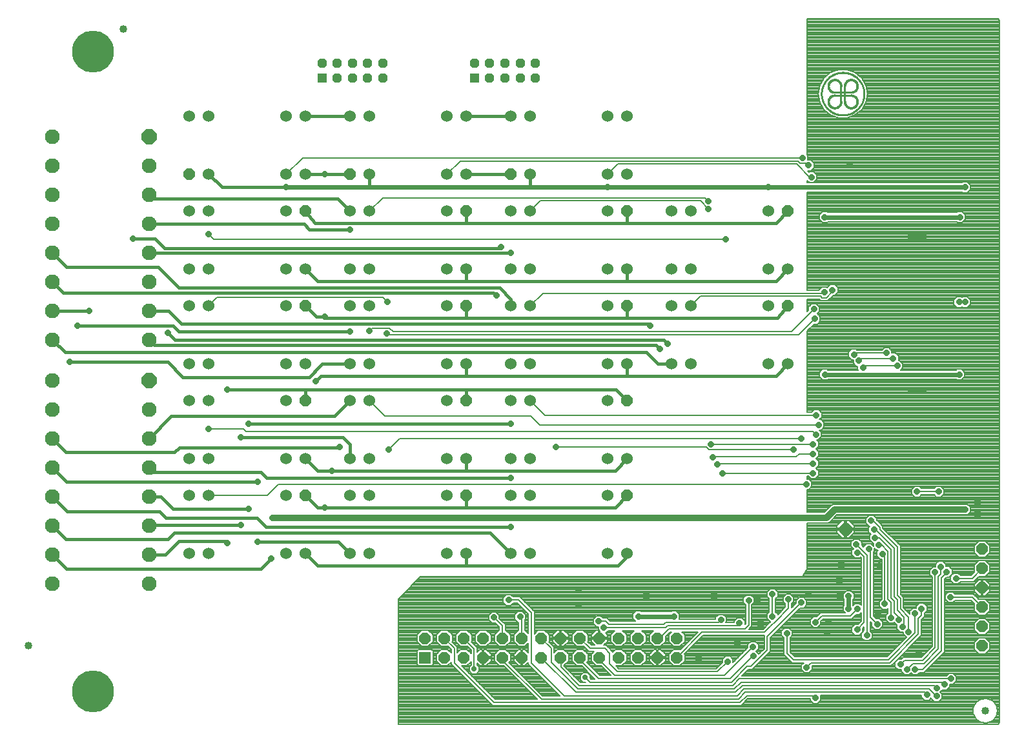
<source format=gbl>
G75*
%MOIN*%
%OFA0B0*%
%FSLAX25Y25*%
%IPPOS*%
%LPD*%
%AMOC8*
5,1,8,0,0,1.08239X$1,22.5*
%
%ADD10OC8,0.05906*%
%ADD11R,0.05906X0.05906*%
%ADD12OC8,0.07677*%
%ADD13C,0.07677*%
%ADD14C,0.01000*%
%ADD15C,0.00100*%
%ADD16C,0.04000*%
%ADD17OC8,0.06496*%
%ADD18R,0.04724X0.04724*%
%ADD19OC8,0.04724*%
%ADD20OC8,0.06000*%
%ADD21C,0.06000*%
%ADD22C,0.21654*%
%ADD23R,0.03175X0.03175*%
%ADD24OC8,0.03175*%
%ADD25C,0.00800*%
%ADD26C,0.02400*%
%ADD27C,0.01600*%
%ADD28C,0.03200*%
%ADD29OC8,0.02781*%
D10*
X0309333Y0115232D03*
X0319333Y0115232D03*
X0329333Y0115232D03*
X0339333Y0115232D03*
X0349333Y0115232D03*
X0359333Y0115232D03*
X0369333Y0115232D03*
X0379333Y0115232D03*
X0389333Y0115232D03*
X0399333Y0115232D03*
X0409333Y0115232D03*
X0419333Y0115232D03*
X0429333Y0115232D03*
X0439333Y0115232D03*
X0439333Y0105232D03*
X0429333Y0105232D03*
X0419333Y0105232D03*
X0409333Y0105232D03*
X0399333Y0105232D03*
X0389333Y0105232D03*
X0379333Y0105232D03*
X0369333Y0105232D03*
X0359333Y0105232D03*
X0349333Y0105232D03*
X0339333Y0105232D03*
X0329333Y0105232D03*
X0319333Y0105232D03*
X0596938Y0111270D03*
X0596938Y0121270D03*
X0596938Y0131270D03*
X0596938Y0141270D03*
X0596938Y0151270D03*
X0596938Y0161270D03*
D11*
X0309333Y0105232D03*
D12*
X0166932Y0248441D03*
X0166932Y0374425D03*
D13*
X0166932Y0359425D03*
X0166932Y0344425D03*
X0166932Y0329425D03*
X0166932Y0314425D03*
X0166932Y0299425D03*
X0166932Y0284425D03*
X0166932Y0269425D03*
X0166932Y0233441D03*
X0166932Y0218441D03*
X0166932Y0203441D03*
X0166932Y0188441D03*
X0166932Y0173441D03*
X0166932Y0158441D03*
X0166932Y0143441D03*
X0116932Y0143441D03*
X0116932Y0158441D03*
X0116932Y0173441D03*
X0116932Y0188441D03*
X0116932Y0203441D03*
X0116932Y0218441D03*
X0116932Y0233441D03*
X0116932Y0248441D03*
X0116932Y0269425D03*
X0116932Y0284425D03*
X0116932Y0299425D03*
X0116932Y0314425D03*
X0116932Y0329425D03*
X0116932Y0344425D03*
X0116932Y0359425D03*
X0116932Y0374425D03*
D14*
X0520937Y0395794D02*
X0529205Y0395794D01*
X0529205Y0397369D02*
X0520937Y0397369D01*
X0514071Y0396581D02*
X0514074Y0396851D01*
X0514084Y0397121D01*
X0514101Y0397390D01*
X0514124Y0397659D01*
X0514154Y0397928D01*
X0514190Y0398195D01*
X0514233Y0398462D01*
X0514282Y0398727D01*
X0514338Y0398991D01*
X0514401Y0399254D01*
X0514469Y0399515D01*
X0514545Y0399774D01*
X0514626Y0400031D01*
X0514714Y0400287D01*
X0514808Y0400540D01*
X0514908Y0400791D01*
X0515015Y0401039D01*
X0515127Y0401284D01*
X0515246Y0401527D01*
X0515370Y0401766D01*
X0515500Y0402003D01*
X0515636Y0402236D01*
X0515778Y0402466D01*
X0515925Y0402692D01*
X0516078Y0402915D01*
X0516236Y0403134D01*
X0516399Y0403349D01*
X0516568Y0403559D01*
X0516742Y0403766D01*
X0516921Y0403968D01*
X0517104Y0404166D01*
X0517293Y0404359D01*
X0517486Y0404548D01*
X0517684Y0404731D01*
X0517886Y0404910D01*
X0518093Y0405084D01*
X0518303Y0405253D01*
X0518518Y0405416D01*
X0518737Y0405574D01*
X0518960Y0405727D01*
X0519186Y0405874D01*
X0519416Y0406016D01*
X0519649Y0406152D01*
X0519886Y0406282D01*
X0520125Y0406406D01*
X0520368Y0406525D01*
X0520613Y0406637D01*
X0520861Y0406744D01*
X0521112Y0406844D01*
X0521365Y0406938D01*
X0521621Y0407026D01*
X0521878Y0407107D01*
X0522137Y0407183D01*
X0522398Y0407251D01*
X0522661Y0407314D01*
X0522925Y0407370D01*
X0523190Y0407419D01*
X0523457Y0407462D01*
X0523724Y0407498D01*
X0523993Y0407528D01*
X0524262Y0407551D01*
X0524531Y0407568D01*
X0524801Y0407578D01*
X0525071Y0407581D01*
X0525341Y0407578D01*
X0525611Y0407568D01*
X0525880Y0407551D01*
X0526149Y0407528D01*
X0526418Y0407498D01*
X0526685Y0407462D01*
X0526952Y0407419D01*
X0527217Y0407370D01*
X0527481Y0407314D01*
X0527744Y0407251D01*
X0528005Y0407183D01*
X0528264Y0407107D01*
X0528521Y0407026D01*
X0528777Y0406938D01*
X0529030Y0406844D01*
X0529281Y0406744D01*
X0529529Y0406637D01*
X0529774Y0406525D01*
X0530017Y0406406D01*
X0530256Y0406282D01*
X0530493Y0406152D01*
X0530726Y0406016D01*
X0530956Y0405874D01*
X0531182Y0405727D01*
X0531405Y0405574D01*
X0531624Y0405416D01*
X0531839Y0405253D01*
X0532049Y0405084D01*
X0532256Y0404910D01*
X0532458Y0404731D01*
X0532656Y0404548D01*
X0532849Y0404359D01*
X0533038Y0404166D01*
X0533221Y0403968D01*
X0533400Y0403766D01*
X0533574Y0403559D01*
X0533743Y0403349D01*
X0533906Y0403134D01*
X0534064Y0402915D01*
X0534217Y0402692D01*
X0534364Y0402466D01*
X0534506Y0402236D01*
X0534642Y0402003D01*
X0534772Y0401766D01*
X0534896Y0401527D01*
X0535015Y0401284D01*
X0535127Y0401039D01*
X0535234Y0400791D01*
X0535334Y0400540D01*
X0535428Y0400287D01*
X0535516Y0400031D01*
X0535597Y0399774D01*
X0535673Y0399515D01*
X0535741Y0399254D01*
X0535804Y0398991D01*
X0535860Y0398727D01*
X0535909Y0398462D01*
X0535952Y0398195D01*
X0535988Y0397928D01*
X0536018Y0397659D01*
X0536041Y0397390D01*
X0536058Y0397121D01*
X0536068Y0396851D01*
X0536071Y0396581D01*
X0536068Y0396311D01*
X0536058Y0396041D01*
X0536041Y0395772D01*
X0536018Y0395503D01*
X0535988Y0395234D01*
X0535952Y0394967D01*
X0535909Y0394700D01*
X0535860Y0394435D01*
X0535804Y0394171D01*
X0535741Y0393908D01*
X0535673Y0393647D01*
X0535597Y0393388D01*
X0535516Y0393131D01*
X0535428Y0392875D01*
X0535334Y0392622D01*
X0535234Y0392371D01*
X0535127Y0392123D01*
X0535015Y0391878D01*
X0534896Y0391635D01*
X0534772Y0391396D01*
X0534642Y0391159D01*
X0534506Y0390926D01*
X0534364Y0390696D01*
X0534217Y0390470D01*
X0534064Y0390247D01*
X0533906Y0390028D01*
X0533743Y0389813D01*
X0533574Y0389603D01*
X0533400Y0389396D01*
X0533221Y0389194D01*
X0533038Y0388996D01*
X0532849Y0388803D01*
X0532656Y0388614D01*
X0532458Y0388431D01*
X0532256Y0388252D01*
X0532049Y0388078D01*
X0531839Y0387909D01*
X0531624Y0387746D01*
X0531405Y0387588D01*
X0531182Y0387435D01*
X0530956Y0387288D01*
X0530726Y0387146D01*
X0530493Y0387010D01*
X0530256Y0386880D01*
X0530017Y0386756D01*
X0529774Y0386637D01*
X0529529Y0386525D01*
X0529281Y0386418D01*
X0529030Y0386318D01*
X0528777Y0386224D01*
X0528521Y0386136D01*
X0528264Y0386055D01*
X0528005Y0385979D01*
X0527744Y0385911D01*
X0527481Y0385848D01*
X0527217Y0385792D01*
X0526952Y0385743D01*
X0526685Y0385700D01*
X0526418Y0385664D01*
X0526149Y0385634D01*
X0525880Y0385611D01*
X0525611Y0385594D01*
X0525341Y0385584D01*
X0525071Y0385581D01*
X0524801Y0385584D01*
X0524531Y0385594D01*
X0524262Y0385611D01*
X0523993Y0385634D01*
X0523724Y0385664D01*
X0523457Y0385700D01*
X0523190Y0385743D01*
X0522925Y0385792D01*
X0522661Y0385848D01*
X0522398Y0385911D01*
X0522137Y0385979D01*
X0521878Y0386055D01*
X0521621Y0386136D01*
X0521365Y0386224D01*
X0521112Y0386318D01*
X0520861Y0386418D01*
X0520613Y0386525D01*
X0520368Y0386637D01*
X0520125Y0386756D01*
X0519886Y0386880D01*
X0519649Y0387010D01*
X0519416Y0387146D01*
X0519186Y0387288D01*
X0518960Y0387435D01*
X0518737Y0387588D01*
X0518518Y0387746D01*
X0518303Y0387909D01*
X0518093Y0388078D01*
X0517886Y0388252D01*
X0517684Y0388431D01*
X0517486Y0388614D01*
X0517293Y0388803D01*
X0517104Y0388996D01*
X0516921Y0389194D01*
X0516742Y0389396D01*
X0516568Y0389603D01*
X0516399Y0389813D01*
X0516236Y0390028D01*
X0516078Y0390247D01*
X0515925Y0390470D01*
X0515778Y0390696D01*
X0515636Y0390926D01*
X0515500Y0391159D01*
X0515370Y0391396D01*
X0515246Y0391635D01*
X0515127Y0391878D01*
X0515015Y0392123D01*
X0514908Y0392371D01*
X0514808Y0392622D01*
X0514714Y0392875D01*
X0514626Y0393131D01*
X0514545Y0393388D01*
X0514469Y0393647D01*
X0514401Y0393908D01*
X0514338Y0394171D01*
X0514282Y0394435D01*
X0514233Y0394700D01*
X0514190Y0394967D01*
X0514154Y0395234D01*
X0514124Y0395503D01*
X0514101Y0395772D01*
X0514084Y0396041D01*
X0514074Y0396311D01*
X0514071Y0396581D01*
X0524086Y0392644D02*
X0524086Y0400518D01*
X0526055Y0400518D02*
X0526055Y0392644D01*
D15*
X0525604Y0392608D02*
X0526504Y0392580D01*
X0526503Y0392581D02*
X0526504Y0392476D01*
X0526509Y0392370D01*
X0526517Y0392265D01*
X0526530Y0392161D01*
X0526546Y0392057D01*
X0526566Y0391954D01*
X0526591Y0391851D01*
X0526619Y0391750D01*
X0526650Y0391649D01*
X0526686Y0391550D01*
X0526725Y0391453D01*
X0526768Y0391357D01*
X0526815Y0391262D01*
X0526865Y0391170D01*
X0526918Y0391079D01*
X0526975Y0390990D01*
X0527035Y0390904D01*
X0527098Y0390820D01*
X0527165Y0390738D01*
X0527234Y0390659D01*
X0527307Y0390583D01*
X0527382Y0390509D01*
X0527460Y0390438D01*
X0527540Y0390370D01*
X0527623Y0390306D01*
X0527709Y0390244D01*
X0527797Y0390186D01*
X0527886Y0390131D01*
X0527978Y0390079D01*
X0528072Y0390031D01*
X0528167Y0389987D01*
X0528264Y0389946D01*
X0528363Y0389909D01*
X0528462Y0389875D01*
X0528563Y0389845D01*
X0528665Y0389820D01*
X0528768Y0389798D01*
X0528872Y0389779D01*
X0528976Y0389765D01*
X0529081Y0389755D01*
X0529186Y0389748D01*
X0529291Y0389746D01*
X0529397Y0389748D01*
X0529502Y0389753D01*
X0529607Y0389763D01*
X0529711Y0389776D01*
X0529815Y0389793D01*
X0529918Y0389814D01*
X0530020Y0389839D01*
X0530121Y0389868D01*
X0530222Y0389901D01*
X0530320Y0389937D01*
X0530418Y0389977D01*
X0530513Y0390021D01*
X0530607Y0390068D01*
X0530700Y0390119D01*
X0530790Y0390173D01*
X0530878Y0390231D01*
X0530964Y0390292D01*
X0531047Y0390356D01*
X0531129Y0390423D01*
X0531207Y0390493D01*
X0531283Y0390566D01*
X0531356Y0390642D01*
X0531426Y0390720D01*
X0531493Y0390802D01*
X0531557Y0390885D01*
X0531618Y0390971D01*
X0531676Y0391059D01*
X0531730Y0391149D01*
X0531781Y0391242D01*
X0531828Y0391336D01*
X0531872Y0391431D01*
X0531912Y0391529D01*
X0531948Y0391627D01*
X0531981Y0391728D01*
X0532010Y0391829D01*
X0532035Y0391931D01*
X0532056Y0392034D01*
X0532073Y0392138D01*
X0532086Y0392242D01*
X0532096Y0392347D01*
X0532101Y0392452D01*
X0532103Y0392558D01*
X0532101Y0392663D01*
X0532094Y0392768D01*
X0532084Y0392873D01*
X0532070Y0392977D01*
X0532051Y0393081D01*
X0532029Y0393184D01*
X0532004Y0393286D01*
X0531974Y0393387D01*
X0531940Y0393486D01*
X0531903Y0393585D01*
X0531862Y0393682D01*
X0531818Y0393777D01*
X0531770Y0393871D01*
X0531718Y0393963D01*
X0531663Y0394052D01*
X0531605Y0394140D01*
X0531543Y0394226D01*
X0531479Y0394309D01*
X0531411Y0394389D01*
X0531340Y0394467D01*
X0531266Y0394542D01*
X0531190Y0394615D01*
X0531111Y0394684D01*
X0531029Y0394751D01*
X0530945Y0394814D01*
X0530859Y0394874D01*
X0530770Y0394931D01*
X0530679Y0394984D01*
X0530587Y0395034D01*
X0530492Y0395081D01*
X0530396Y0395124D01*
X0530299Y0395163D01*
X0530200Y0395199D01*
X0530099Y0395230D01*
X0529998Y0395258D01*
X0529895Y0395283D01*
X0529792Y0395303D01*
X0529688Y0395319D01*
X0529584Y0395332D01*
X0529479Y0395340D01*
X0529373Y0395345D01*
X0529268Y0395346D01*
X0529241Y0396245D01*
X0529361Y0396246D01*
X0529481Y0396242D01*
X0529601Y0396234D01*
X0529721Y0396222D01*
X0529840Y0396207D01*
X0529959Y0396187D01*
X0530077Y0396164D01*
X0530194Y0396137D01*
X0530311Y0396106D01*
X0530426Y0396072D01*
X0530540Y0396033D01*
X0530652Y0395991D01*
X0530764Y0395946D01*
X0530873Y0395896D01*
X0530981Y0395843D01*
X0531088Y0395787D01*
X0531192Y0395727D01*
X0531294Y0395664D01*
X0531395Y0395598D01*
X0531493Y0395528D01*
X0531589Y0395456D01*
X0531682Y0395380D01*
X0531773Y0395301D01*
X0531861Y0395219D01*
X0531947Y0395135D01*
X0532029Y0395047D01*
X0532109Y0394958D01*
X0532186Y0394865D01*
X0532260Y0394770D01*
X0532331Y0394673D01*
X0532398Y0394573D01*
X0532462Y0394472D01*
X0532523Y0394368D01*
X0532581Y0394262D01*
X0532635Y0394155D01*
X0532685Y0394046D01*
X0532732Y0393935D01*
X0532776Y0393823D01*
X0532815Y0393709D01*
X0532851Y0393594D01*
X0532884Y0393479D01*
X0532912Y0393362D01*
X0532937Y0393244D01*
X0532957Y0393126D01*
X0532974Y0393006D01*
X0532987Y0392887D01*
X0532996Y0392767D01*
X0533002Y0392647D01*
X0533003Y0392527D01*
X0533000Y0392406D01*
X0532994Y0392286D01*
X0532983Y0392166D01*
X0532969Y0392047D01*
X0532951Y0391928D01*
X0532929Y0391810D01*
X0532903Y0391692D01*
X0532874Y0391576D01*
X0532840Y0391460D01*
X0532803Y0391346D01*
X0532762Y0391233D01*
X0532718Y0391121D01*
X0532670Y0391011D01*
X0532618Y0390902D01*
X0532563Y0390795D01*
X0532504Y0390690D01*
X0532442Y0390587D01*
X0532377Y0390486D01*
X0532308Y0390388D01*
X0532236Y0390291D01*
X0532162Y0390197D01*
X0532084Y0390105D01*
X0532003Y0390016D01*
X0531919Y0389930D01*
X0531833Y0389846D01*
X0531744Y0389765D01*
X0531652Y0389687D01*
X0531558Y0389613D01*
X0531461Y0389541D01*
X0531363Y0389472D01*
X0531262Y0389407D01*
X0531159Y0389345D01*
X0531054Y0389286D01*
X0530947Y0389231D01*
X0530838Y0389179D01*
X0530728Y0389131D01*
X0530616Y0389087D01*
X0530503Y0389046D01*
X0530389Y0389009D01*
X0530273Y0388975D01*
X0530157Y0388946D01*
X0530039Y0388920D01*
X0529921Y0388898D01*
X0529802Y0388880D01*
X0529683Y0388866D01*
X0529563Y0388855D01*
X0529443Y0388849D01*
X0529322Y0388846D01*
X0529202Y0388847D01*
X0529082Y0388853D01*
X0528962Y0388862D01*
X0528843Y0388875D01*
X0528723Y0388892D01*
X0528605Y0388912D01*
X0528487Y0388937D01*
X0528370Y0388965D01*
X0528255Y0388998D01*
X0528140Y0389034D01*
X0528026Y0389073D01*
X0527914Y0389117D01*
X0527803Y0389164D01*
X0527694Y0389214D01*
X0527587Y0389268D01*
X0527481Y0389326D01*
X0527377Y0389387D01*
X0527276Y0389451D01*
X0527176Y0389518D01*
X0527079Y0389589D01*
X0526984Y0389663D01*
X0526891Y0389740D01*
X0526802Y0389820D01*
X0526714Y0389902D01*
X0526630Y0389988D01*
X0526548Y0390076D01*
X0526469Y0390167D01*
X0526393Y0390260D01*
X0526321Y0390356D01*
X0526251Y0390454D01*
X0526185Y0390555D01*
X0526122Y0390657D01*
X0526062Y0390761D01*
X0526006Y0390868D01*
X0525953Y0390976D01*
X0525903Y0391085D01*
X0525858Y0391197D01*
X0525816Y0391309D01*
X0525777Y0391423D01*
X0525743Y0391538D01*
X0525712Y0391655D01*
X0525685Y0391772D01*
X0525662Y0391890D01*
X0525642Y0392009D01*
X0525627Y0392128D01*
X0525615Y0392248D01*
X0525607Y0392368D01*
X0525603Y0392488D01*
X0525604Y0392608D01*
X0525697Y0392605D01*
X0525698Y0392486D01*
X0525701Y0392366D01*
X0525709Y0392247D01*
X0525721Y0392128D01*
X0525737Y0392009D01*
X0525757Y0391891D01*
X0525781Y0391774D01*
X0525808Y0391657D01*
X0525840Y0391542D01*
X0525875Y0391427D01*
X0525914Y0391314D01*
X0525957Y0391203D01*
X0526003Y0391092D01*
X0526053Y0390984D01*
X0526107Y0390877D01*
X0526164Y0390771D01*
X0526224Y0390668D01*
X0526288Y0390567D01*
X0526356Y0390468D01*
X0526426Y0390372D01*
X0526500Y0390277D01*
X0526577Y0390186D01*
X0526657Y0390096D01*
X0526739Y0390010D01*
X0526825Y0389926D01*
X0526913Y0389846D01*
X0527004Y0389768D01*
X0527098Y0389693D01*
X0527193Y0389621D01*
X0527292Y0389553D01*
X0527392Y0389488D01*
X0527495Y0389426D01*
X0527599Y0389368D01*
X0527705Y0389313D01*
X0527814Y0389262D01*
X0527923Y0389214D01*
X0528035Y0389170D01*
X0528147Y0389130D01*
X0528261Y0389094D01*
X0528376Y0389061D01*
X0528493Y0389032D01*
X0528610Y0389007D01*
X0528727Y0388986D01*
X0528846Y0388969D01*
X0528965Y0388956D01*
X0529084Y0388947D01*
X0529203Y0388941D01*
X0529323Y0388940D01*
X0529443Y0388943D01*
X0529562Y0388949D01*
X0529681Y0388960D01*
X0529800Y0388974D01*
X0529918Y0388993D01*
X0530036Y0389015D01*
X0530153Y0389042D01*
X0530268Y0389072D01*
X0530383Y0389106D01*
X0530497Y0389143D01*
X0530609Y0389185D01*
X0530720Y0389230D01*
X0530829Y0389279D01*
X0530937Y0389331D01*
X0531042Y0389387D01*
X0531146Y0389447D01*
X0531248Y0389510D01*
X0531348Y0389576D01*
X0531445Y0389645D01*
X0531540Y0389718D01*
X0531633Y0389794D01*
X0531723Y0389872D01*
X0531810Y0389954D01*
X0531895Y0390039D01*
X0531977Y0390126D01*
X0532055Y0390216D01*
X0532131Y0390309D01*
X0532204Y0390404D01*
X0532273Y0390501D01*
X0532339Y0390601D01*
X0532402Y0390703D01*
X0532462Y0390807D01*
X0532518Y0390912D01*
X0532570Y0391020D01*
X0532619Y0391129D01*
X0532664Y0391240D01*
X0532706Y0391352D01*
X0532743Y0391466D01*
X0532777Y0391581D01*
X0532807Y0391696D01*
X0532834Y0391813D01*
X0532856Y0391931D01*
X0532875Y0392049D01*
X0532889Y0392168D01*
X0532900Y0392287D01*
X0532906Y0392406D01*
X0532909Y0392526D01*
X0532908Y0392646D01*
X0532902Y0392765D01*
X0532893Y0392884D01*
X0532880Y0393003D01*
X0532863Y0393122D01*
X0532842Y0393239D01*
X0532817Y0393356D01*
X0532788Y0393473D01*
X0532755Y0393588D01*
X0532719Y0393702D01*
X0532679Y0393814D01*
X0532635Y0393926D01*
X0532587Y0394035D01*
X0532536Y0394144D01*
X0532481Y0394250D01*
X0532423Y0394354D01*
X0532361Y0394457D01*
X0532296Y0394557D01*
X0532228Y0394656D01*
X0532156Y0394751D01*
X0532081Y0394845D01*
X0532003Y0394936D01*
X0531923Y0395024D01*
X0531839Y0395110D01*
X0531753Y0395192D01*
X0531663Y0395272D01*
X0531572Y0395349D01*
X0531477Y0395423D01*
X0531381Y0395493D01*
X0531282Y0395561D01*
X0531181Y0395625D01*
X0531078Y0395685D01*
X0530972Y0395742D01*
X0530865Y0395796D01*
X0530757Y0395846D01*
X0530646Y0395892D01*
X0530535Y0395935D01*
X0530422Y0395974D01*
X0530307Y0396009D01*
X0530192Y0396041D01*
X0530075Y0396068D01*
X0529958Y0396092D01*
X0529840Y0396112D01*
X0529721Y0396128D01*
X0529602Y0396140D01*
X0529483Y0396148D01*
X0529363Y0396151D01*
X0529244Y0396152D01*
X0529247Y0396058D01*
X0529364Y0396057D01*
X0529481Y0396053D01*
X0529598Y0396046D01*
X0529715Y0396034D01*
X0529831Y0396018D01*
X0529947Y0395998D01*
X0530062Y0395975D01*
X0530176Y0395948D01*
X0530289Y0395917D01*
X0530401Y0395882D01*
X0530512Y0395843D01*
X0530622Y0395801D01*
X0530730Y0395755D01*
X0530836Y0395706D01*
X0530941Y0395653D01*
X0531044Y0395596D01*
X0531145Y0395536D01*
X0531243Y0395473D01*
X0531340Y0395407D01*
X0531435Y0395337D01*
X0531527Y0395264D01*
X0531616Y0395189D01*
X0531703Y0395110D01*
X0531787Y0395028D01*
X0531869Y0394944D01*
X0531948Y0394857D01*
X0532023Y0394767D01*
X0532096Y0394675D01*
X0532166Y0394581D01*
X0532232Y0394484D01*
X0532295Y0394385D01*
X0532355Y0394284D01*
X0532411Y0394181D01*
X0532464Y0394076D01*
X0532513Y0393970D01*
X0532559Y0393862D01*
X0532601Y0393752D01*
X0532640Y0393641D01*
X0532675Y0393529D01*
X0532705Y0393416D01*
X0532733Y0393302D01*
X0532756Y0393187D01*
X0532775Y0393071D01*
X0532791Y0392955D01*
X0532803Y0392838D01*
X0532811Y0392721D01*
X0532815Y0392604D01*
X0532814Y0392487D01*
X0532811Y0392369D01*
X0532803Y0392252D01*
X0532791Y0392135D01*
X0532775Y0392019D01*
X0532756Y0391903D01*
X0532732Y0391789D01*
X0532705Y0391674D01*
X0532674Y0391561D01*
X0532639Y0391449D01*
X0532601Y0391338D01*
X0532559Y0391229D01*
X0532513Y0391121D01*
X0532463Y0391014D01*
X0532410Y0390910D01*
X0532354Y0390807D01*
X0532294Y0390706D01*
X0532231Y0390607D01*
X0532165Y0390510D01*
X0532095Y0390416D01*
X0532022Y0390324D01*
X0531947Y0390234D01*
X0531868Y0390147D01*
X0531786Y0390063D01*
X0531702Y0389981D01*
X0531615Y0389902D01*
X0531525Y0389827D01*
X0531433Y0389754D01*
X0531339Y0389684D01*
X0531242Y0389618D01*
X0531143Y0389555D01*
X0531042Y0389495D01*
X0530939Y0389439D01*
X0530835Y0389386D01*
X0530728Y0389336D01*
X0530620Y0389290D01*
X0530511Y0389248D01*
X0530400Y0389210D01*
X0530288Y0389175D01*
X0530175Y0389144D01*
X0530060Y0389117D01*
X0529946Y0389093D01*
X0529830Y0389074D01*
X0529714Y0389058D01*
X0529597Y0389046D01*
X0529480Y0389038D01*
X0529362Y0389035D01*
X0529245Y0389034D01*
X0529128Y0389038D01*
X0529011Y0389046D01*
X0528894Y0389058D01*
X0528778Y0389074D01*
X0528662Y0389093D01*
X0528547Y0389116D01*
X0528433Y0389144D01*
X0528320Y0389174D01*
X0528208Y0389209D01*
X0528097Y0389248D01*
X0527987Y0389290D01*
X0527879Y0389336D01*
X0527773Y0389385D01*
X0527668Y0389438D01*
X0527565Y0389494D01*
X0527464Y0389554D01*
X0527365Y0389617D01*
X0527268Y0389683D01*
X0527174Y0389753D01*
X0527082Y0389826D01*
X0526992Y0389901D01*
X0526905Y0389980D01*
X0526821Y0390062D01*
X0526739Y0390146D01*
X0526660Y0390233D01*
X0526585Y0390322D01*
X0526512Y0390414D01*
X0526442Y0390509D01*
X0526376Y0390606D01*
X0526313Y0390704D01*
X0526253Y0390805D01*
X0526196Y0390908D01*
X0526143Y0391013D01*
X0526094Y0391119D01*
X0526048Y0391227D01*
X0526006Y0391337D01*
X0525967Y0391448D01*
X0525932Y0391560D01*
X0525901Y0391673D01*
X0525874Y0391787D01*
X0525851Y0391902D01*
X0525831Y0392018D01*
X0525815Y0392134D01*
X0525803Y0392251D01*
X0525796Y0392368D01*
X0525792Y0392485D01*
X0525791Y0392602D01*
X0525885Y0392600D01*
X0525886Y0392483D01*
X0525890Y0392366D01*
X0525898Y0392250D01*
X0525910Y0392134D01*
X0525926Y0392018D01*
X0525946Y0391903D01*
X0525970Y0391789D01*
X0525998Y0391676D01*
X0526029Y0391564D01*
X0526065Y0391453D01*
X0526104Y0391343D01*
X0526147Y0391234D01*
X0526193Y0391127D01*
X0526244Y0391022D01*
X0526297Y0390919D01*
X0526355Y0390817D01*
X0526415Y0390717D01*
X0526479Y0390620D01*
X0526547Y0390525D01*
X0526617Y0390432D01*
X0526691Y0390341D01*
X0526768Y0390254D01*
X0526847Y0390168D01*
X0526930Y0390086D01*
X0527015Y0390006D01*
X0527103Y0389930D01*
X0527194Y0389856D01*
X0527287Y0389786D01*
X0527382Y0389719D01*
X0527480Y0389655D01*
X0527579Y0389594D01*
X0527681Y0389537D01*
X0527785Y0389484D01*
X0527890Y0389434D01*
X0527997Y0389387D01*
X0528106Y0389345D01*
X0528216Y0389306D01*
X0528327Y0389270D01*
X0528439Y0389239D01*
X0528553Y0389211D01*
X0528667Y0389188D01*
X0528782Y0389168D01*
X0528897Y0389152D01*
X0529013Y0389140D01*
X0529130Y0389132D01*
X0529246Y0389128D01*
X0529363Y0389129D01*
X0529479Y0389133D01*
X0529596Y0389141D01*
X0529712Y0389153D01*
X0529827Y0389168D01*
X0529942Y0389188D01*
X0530057Y0389212D01*
X0530170Y0389240D01*
X0530282Y0389271D01*
X0530393Y0389307D01*
X0530503Y0389346D01*
X0530612Y0389388D01*
X0530719Y0389435D01*
X0530824Y0389485D01*
X0530928Y0389539D01*
X0531029Y0389596D01*
X0531129Y0389657D01*
X0531226Y0389721D01*
X0531322Y0389788D01*
X0531415Y0389858D01*
X0531505Y0389932D01*
X0531593Y0390009D01*
X0531678Y0390088D01*
X0531761Y0390171D01*
X0531840Y0390256D01*
X0531917Y0390344D01*
X0531991Y0390434D01*
X0532061Y0390527D01*
X0532128Y0390623D01*
X0532192Y0390720D01*
X0532253Y0390820D01*
X0532310Y0390921D01*
X0532364Y0391025D01*
X0532414Y0391130D01*
X0532461Y0391237D01*
X0532503Y0391346D01*
X0532542Y0391456D01*
X0532578Y0391567D01*
X0532609Y0391679D01*
X0532637Y0391792D01*
X0532661Y0391907D01*
X0532681Y0392022D01*
X0532696Y0392137D01*
X0532708Y0392253D01*
X0532716Y0392370D01*
X0532720Y0392486D01*
X0532721Y0392603D01*
X0532717Y0392719D01*
X0532709Y0392836D01*
X0532697Y0392952D01*
X0532681Y0393067D01*
X0532661Y0393182D01*
X0532638Y0393296D01*
X0532610Y0393410D01*
X0532579Y0393522D01*
X0532543Y0393633D01*
X0532504Y0393743D01*
X0532462Y0393852D01*
X0532415Y0393959D01*
X0532365Y0394064D01*
X0532312Y0394168D01*
X0532255Y0394270D01*
X0532194Y0394369D01*
X0532130Y0394467D01*
X0532063Y0394562D01*
X0531993Y0394655D01*
X0531919Y0394746D01*
X0531843Y0394834D01*
X0531763Y0394919D01*
X0531681Y0395002D01*
X0531595Y0395081D01*
X0531508Y0395158D01*
X0531417Y0395232D01*
X0531324Y0395302D01*
X0531229Y0395370D01*
X0531132Y0395434D01*
X0531032Y0395494D01*
X0530930Y0395552D01*
X0530827Y0395605D01*
X0530722Y0395656D01*
X0530615Y0395702D01*
X0530506Y0395745D01*
X0530396Y0395784D01*
X0530285Y0395820D01*
X0530173Y0395851D01*
X0530060Y0395879D01*
X0529946Y0395903D01*
X0529831Y0395923D01*
X0529715Y0395939D01*
X0529599Y0395951D01*
X0529483Y0395959D01*
X0529366Y0395963D01*
X0529249Y0395964D01*
X0529252Y0395870D01*
X0529367Y0395869D01*
X0529481Y0395865D01*
X0529595Y0395857D01*
X0529708Y0395845D01*
X0529821Y0395829D01*
X0529934Y0395810D01*
X0530046Y0395786D01*
X0530157Y0395759D01*
X0530266Y0395727D01*
X0530375Y0395692D01*
X0530483Y0395654D01*
X0530589Y0395611D01*
X0530693Y0395565D01*
X0530796Y0395516D01*
X0530897Y0395463D01*
X0530997Y0395406D01*
X0531094Y0395346D01*
X0531189Y0395283D01*
X0531282Y0395217D01*
X0531373Y0395147D01*
X0531461Y0395074D01*
X0531546Y0394999D01*
X0531629Y0394920D01*
X0531710Y0394839D01*
X0531787Y0394755D01*
X0531861Y0394668D01*
X0531933Y0394579D01*
X0532001Y0394487D01*
X0532066Y0394394D01*
X0532128Y0394298D01*
X0532187Y0394199D01*
X0532242Y0394099D01*
X0532293Y0393997D01*
X0532341Y0393894D01*
X0532386Y0393789D01*
X0532427Y0393682D01*
X0532464Y0393574D01*
X0532498Y0393465D01*
X0532527Y0393354D01*
X0532553Y0393243D01*
X0532575Y0393131D01*
X0532593Y0393018D01*
X0532608Y0392905D01*
X0532618Y0392791D01*
X0532624Y0392677D01*
X0532627Y0392563D01*
X0532626Y0392449D01*
X0532620Y0392335D01*
X0532611Y0392221D01*
X0532598Y0392107D01*
X0532581Y0391994D01*
X0532560Y0391882D01*
X0532535Y0391770D01*
X0532507Y0391660D01*
X0532474Y0391550D01*
X0532438Y0391442D01*
X0532398Y0391335D01*
X0532355Y0391229D01*
X0532308Y0391125D01*
X0532257Y0391023D01*
X0532203Y0390922D01*
X0532146Y0390823D01*
X0532085Y0390727D01*
X0532021Y0390632D01*
X0531953Y0390540D01*
X0531883Y0390450D01*
X0531809Y0390363D01*
X0531733Y0390278D01*
X0531653Y0390196D01*
X0531571Y0390116D01*
X0531486Y0390040D01*
X0531399Y0389966D01*
X0531309Y0389896D01*
X0531217Y0389828D01*
X0531122Y0389764D01*
X0531026Y0389703D01*
X0530927Y0389646D01*
X0530826Y0389592D01*
X0530724Y0389541D01*
X0530620Y0389494D01*
X0530514Y0389451D01*
X0530407Y0389411D01*
X0530299Y0389375D01*
X0530189Y0389342D01*
X0530079Y0389314D01*
X0529967Y0389289D01*
X0529855Y0389268D01*
X0529742Y0389251D01*
X0529628Y0389238D01*
X0529514Y0389229D01*
X0529400Y0389223D01*
X0529286Y0389222D01*
X0529172Y0389225D01*
X0529058Y0389231D01*
X0528944Y0389241D01*
X0528831Y0389256D01*
X0528718Y0389274D01*
X0528606Y0389296D01*
X0528495Y0389322D01*
X0528384Y0389351D01*
X0528275Y0389385D01*
X0528167Y0389422D01*
X0528060Y0389463D01*
X0527955Y0389508D01*
X0527852Y0389556D01*
X0527750Y0389607D01*
X0527650Y0389662D01*
X0527551Y0389721D01*
X0527455Y0389783D01*
X0527362Y0389848D01*
X0527270Y0389916D01*
X0527181Y0389988D01*
X0527094Y0390062D01*
X0527010Y0390139D01*
X0526929Y0390220D01*
X0526850Y0390303D01*
X0526775Y0390388D01*
X0526702Y0390476D01*
X0526632Y0390567D01*
X0526566Y0390660D01*
X0526503Y0390755D01*
X0526443Y0390852D01*
X0526386Y0390952D01*
X0526333Y0391053D01*
X0526284Y0391156D01*
X0526238Y0391260D01*
X0526195Y0391366D01*
X0526157Y0391474D01*
X0526122Y0391583D01*
X0526090Y0391692D01*
X0526063Y0391803D01*
X0526039Y0391915D01*
X0526020Y0392028D01*
X0526004Y0392141D01*
X0525992Y0392254D01*
X0525984Y0392368D01*
X0525980Y0392482D01*
X0525979Y0392597D01*
X0526073Y0392594D01*
X0526074Y0392481D01*
X0526078Y0392369D01*
X0526086Y0392256D01*
X0526098Y0392144D01*
X0526114Y0392033D01*
X0526134Y0391922D01*
X0526158Y0391812D01*
X0526185Y0391703D01*
X0526216Y0391595D01*
X0526251Y0391488D01*
X0526290Y0391382D01*
X0526333Y0391277D01*
X0526379Y0391175D01*
X0526428Y0391074D01*
X0526481Y0390974D01*
X0526538Y0390877D01*
X0526598Y0390781D01*
X0526661Y0390688D01*
X0526727Y0390597D01*
X0526797Y0390509D01*
X0526869Y0390422D01*
X0526945Y0390339D01*
X0527023Y0390258D01*
X0527104Y0390180D01*
X0527188Y0390105D01*
X0527274Y0390033D01*
X0527363Y0389963D01*
X0527454Y0389897D01*
X0527548Y0389834D01*
X0527644Y0389775D01*
X0527741Y0389719D01*
X0527841Y0389666D01*
X0527942Y0389617D01*
X0528045Y0389571D01*
X0528149Y0389529D01*
X0528255Y0389491D01*
X0528362Y0389456D01*
X0528471Y0389425D01*
X0528580Y0389398D01*
X0528690Y0389375D01*
X0528801Y0389355D01*
X0528913Y0389340D01*
X0529025Y0389328D01*
X0529137Y0389320D01*
X0529250Y0389316D01*
X0529362Y0389317D01*
X0529475Y0389321D01*
X0529587Y0389329D01*
X0529699Y0389340D01*
X0529811Y0389356D01*
X0529921Y0389376D01*
X0530032Y0389399D01*
X0530141Y0389427D01*
X0530249Y0389458D01*
X0530356Y0389493D01*
X0530462Y0389531D01*
X0530566Y0389573D01*
X0530669Y0389619D01*
X0530770Y0389669D01*
X0530870Y0389721D01*
X0530967Y0389778D01*
X0531063Y0389838D01*
X0531156Y0389900D01*
X0531247Y0389967D01*
X0531336Y0390036D01*
X0531422Y0390108D01*
X0531506Y0390184D01*
X0531587Y0390262D01*
X0531665Y0390343D01*
X0531741Y0390427D01*
X0531813Y0390513D01*
X0531882Y0390602D01*
X0531949Y0390693D01*
X0532011Y0390786D01*
X0532071Y0390882D01*
X0532128Y0390979D01*
X0532180Y0391079D01*
X0532230Y0391180D01*
X0532276Y0391283D01*
X0532318Y0391387D01*
X0532356Y0391493D01*
X0532391Y0391600D01*
X0532422Y0391708D01*
X0532450Y0391817D01*
X0532473Y0391928D01*
X0532493Y0392038D01*
X0532509Y0392150D01*
X0532520Y0392262D01*
X0532528Y0392374D01*
X0532532Y0392487D01*
X0532533Y0392599D01*
X0532529Y0392712D01*
X0532521Y0392824D01*
X0532509Y0392936D01*
X0532494Y0393048D01*
X0532474Y0393159D01*
X0532451Y0393269D01*
X0532424Y0393378D01*
X0532393Y0393487D01*
X0532358Y0393594D01*
X0532320Y0393700D01*
X0532278Y0393804D01*
X0532232Y0393907D01*
X0532183Y0394008D01*
X0532130Y0394108D01*
X0532074Y0394205D01*
X0532015Y0394301D01*
X0531952Y0394395D01*
X0531886Y0394486D01*
X0531816Y0394575D01*
X0531744Y0394661D01*
X0531669Y0394745D01*
X0531591Y0394826D01*
X0531510Y0394904D01*
X0531427Y0394980D01*
X0531340Y0395052D01*
X0531252Y0395122D01*
X0531161Y0395188D01*
X0531068Y0395251D01*
X0530972Y0395311D01*
X0530875Y0395368D01*
X0530775Y0395421D01*
X0530674Y0395470D01*
X0530572Y0395516D01*
X0530467Y0395559D01*
X0530361Y0395598D01*
X0530254Y0395633D01*
X0530146Y0395664D01*
X0530037Y0395691D01*
X0529927Y0395715D01*
X0529816Y0395735D01*
X0529705Y0395751D01*
X0529593Y0395763D01*
X0529480Y0395771D01*
X0529368Y0395775D01*
X0529255Y0395776D01*
X0529258Y0395682D01*
X0529370Y0395681D01*
X0529481Y0395677D01*
X0529593Y0395669D01*
X0529704Y0395656D01*
X0529815Y0395640D01*
X0529925Y0395620D01*
X0530034Y0395596D01*
X0530142Y0395568D01*
X0530249Y0395536D01*
X0530355Y0395500D01*
X0530460Y0395461D01*
X0530563Y0395418D01*
X0530664Y0395371D01*
X0530764Y0395321D01*
X0530862Y0395267D01*
X0530958Y0395210D01*
X0531052Y0395149D01*
X0531144Y0395085D01*
X0531233Y0395018D01*
X0531320Y0394947D01*
X0531404Y0394874D01*
X0531486Y0394798D01*
X0531565Y0394718D01*
X0531641Y0394636D01*
X0531714Y0394552D01*
X0531784Y0394465D01*
X0531850Y0394375D01*
X0531914Y0394283D01*
X0531974Y0394189D01*
X0532031Y0394093D01*
X0532085Y0393994D01*
X0532134Y0393894D01*
X0532181Y0393793D01*
X0532223Y0393689D01*
X0532262Y0393584D01*
X0532297Y0393478D01*
X0532329Y0393371D01*
X0532356Y0393263D01*
X0532380Y0393153D01*
X0532399Y0393043D01*
X0532415Y0392933D01*
X0532427Y0392821D01*
X0532435Y0392710D01*
X0532439Y0392598D01*
X0532438Y0392486D01*
X0532434Y0392375D01*
X0532426Y0392263D01*
X0532414Y0392152D01*
X0532398Y0392042D01*
X0532378Y0391932D01*
X0532354Y0391822D01*
X0532327Y0391714D01*
X0532295Y0391607D01*
X0532260Y0391501D01*
X0532221Y0391396D01*
X0532178Y0391293D01*
X0532131Y0391191D01*
X0532081Y0391091D01*
X0532028Y0390993D01*
X0531970Y0390897D01*
X0531910Y0390803D01*
X0531846Y0390711D01*
X0531779Y0390622D01*
X0531709Y0390535D01*
X0531636Y0390450D01*
X0531560Y0390368D01*
X0531481Y0390289D01*
X0531399Y0390213D01*
X0531314Y0390140D01*
X0531227Y0390070D01*
X0531138Y0390003D01*
X0531046Y0389939D01*
X0530952Y0389879D01*
X0530856Y0389821D01*
X0530758Y0389768D01*
X0530658Y0389718D01*
X0530556Y0389671D01*
X0530453Y0389628D01*
X0530348Y0389589D01*
X0530242Y0389554D01*
X0530135Y0389522D01*
X0530027Y0389495D01*
X0529917Y0389471D01*
X0529807Y0389451D01*
X0529697Y0389435D01*
X0529586Y0389423D01*
X0529474Y0389415D01*
X0529363Y0389411D01*
X0529251Y0389410D01*
X0529139Y0389414D01*
X0529028Y0389422D01*
X0528916Y0389434D01*
X0528806Y0389450D01*
X0528696Y0389469D01*
X0528586Y0389493D01*
X0528478Y0389520D01*
X0528371Y0389552D01*
X0528265Y0389587D01*
X0528160Y0389626D01*
X0528056Y0389668D01*
X0527955Y0389715D01*
X0527855Y0389764D01*
X0527756Y0389818D01*
X0527660Y0389875D01*
X0527566Y0389935D01*
X0527474Y0389999D01*
X0527384Y0390065D01*
X0527297Y0390135D01*
X0527213Y0390208D01*
X0527131Y0390284D01*
X0527051Y0390363D01*
X0526975Y0390445D01*
X0526902Y0390529D01*
X0526831Y0390616D01*
X0526764Y0390705D01*
X0526700Y0390797D01*
X0526639Y0390891D01*
X0526582Y0390987D01*
X0526528Y0391085D01*
X0526478Y0391185D01*
X0526431Y0391286D01*
X0526388Y0391389D01*
X0526349Y0391494D01*
X0526313Y0391600D01*
X0526281Y0391707D01*
X0526253Y0391815D01*
X0526229Y0391924D01*
X0526209Y0392034D01*
X0526193Y0392145D01*
X0526180Y0392256D01*
X0526172Y0392368D01*
X0526168Y0392479D01*
X0526167Y0392591D01*
X0526261Y0392588D01*
X0526262Y0392479D01*
X0526266Y0392370D01*
X0526274Y0392261D01*
X0526287Y0392152D01*
X0526303Y0392044D01*
X0526323Y0391937D01*
X0526346Y0391830D01*
X0526374Y0391725D01*
X0526405Y0391620D01*
X0526441Y0391517D01*
X0526479Y0391414D01*
X0526522Y0391314D01*
X0526568Y0391215D01*
X0526617Y0391117D01*
X0526670Y0391022D01*
X0526727Y0390928D01*
X0526787Y0390837D01*
X0526850Y0390748D01*
X0526916Y0390661D01*
X0526985Y0390576D01*
X0527057Y0390494D01*
X0527132Y0390415D01*
X0527210Y0390338D01*
X0527291Y0390265D01*
X0527374Y0390194D01*
X0527460Y0390126D01*
X0527548Y0390062D01*
X0527638Y0390000D01*
X0527730Y0389942D01*
X0527825Y0389887D01*
X0527921Y0389836D01*
X0528020Y0389788D01*
X0528119Y0389744D01*
X0528221Y0389703D01*
X0528324Y0389666D01*
X0528428Y0389633D01*
X0528533Y0389603D01*
X0528639Y0389577D01*
X0528746Y0389555D01*
X0528854Y0389537D01*
X0528962Y0389523D01*
X0529071Y0389513D01*
X0529180Y0389506D01*
X0529289Y0389504D01*
X0529398Y0389505D01*
X0529507Y0389511D01*
X0529616Y0389520D01*
X0529725Y0389533D01*
X0529832Y0389550D01*
X0529940Y0389571D01*
X0530046Y0389596D01*
X0530151Y0389625D01*
X0530256Y0389657D01*
X0530359Y0389693D01*
X0530461Y0389733D01*
X0530561Y0389776D01*
X0530660Y0389823D01*
X0530756Y0389874D01*
X0530851Y0389928D01*
X0530944Y0389985D01*
X0531035Y0390045D01*
X0531124Y0390109D01*
X0531210Y0390176D01*
X0531294Y0390246D01*
X0531375Y0390319D01*
X0531454Y0390395D01*
X0531530Y0390474D01*
X0531603Y0390555D01*
X0531673Y0390639D01*
X0531740Y0390725D01*
X0531804Y0390814D01*
X0531864Y0390905D01*
X0531921Y0390998D01*
X0531975Y0391093D01*
X0532026Y0391189D01*
X0532073Y0391288D01*
X0532116Y0391388D01*
X0532156Y0391490D01*
X0532192Y0391593D01*
X0532224Y0391698D01*
X0532253Y0391803D01*
X0532278Y0391909D01*
X0532299Y0392017D01*
X0532316Y0392124D01*
X0532329Y0392233D01*
X0532338Y0392342D01*
X0532344Y0392451D01*
X0532345Y0392560D01*
X0532343Y0392669D01*
X0532336Y0392778D01*
X0532326Y0392887D01*
X0532312Y0392995D01*
X0532294Y0393103D01*
X0532272Y0393210D01*
X0532246Y0393316D01*
X0532216Y0393421D01*
X0532183Y0393525D01*
X0532146Y0393628D01*
X0532105Y0393730D01*
X0532061Y0393829D01*
X0532013Y0393928D01*
X0531962Y0394024D01*
X0531907Y0394119D01*
X0531849Y0394211D01*
X0531787Y0394301D01*
X0531723Y0394389D01*
X0531655Y0394475D01*
X0531584Y0394558D01*
X0531511Y0394639D01*
X0531434Y0394717D01*
X0531355Y0394792D01*
X0531273Y0394864D01*
X0531188Y0394933D01*
X0531101Y0394999D01*
X0531012Y0395062D01*
X0530921Y0395122D01*
X0530827Y0395179D01*
X0530732Y0395232D01*
X0530634Y0395281D01*
X0530535Y0395327D01*
X0530435Y0395370D01*
X0530332Y0395408D01*
X0530229Y0395444D01*
X0530124Y0395475D01*
X0530019Y0395503D01*
X0529912Y0395526D01*
X0529805Y0395546D01*
X0529697Y0395562D01*
X0529588Y0395575D01*
X0529479Y0395583D01*
X0529370Y0395587D01*
X0529261Y0395588D01*
X0529264Y0395494D01*
X0529372Y0395493D01*
X0529480Y0395489D01*
X0529588Y0395480D01*
X0529696Y0395468D01*
X0529803Y0395451D01*
X0529909Y0395431D01*
X0530015Y0395407D01*
X0530119Y0395379D01*
X0530223Y0395347D01*
X0530325Y0395311D01*
X0530426Y0395272D01*
X0530525Y0395229D01*
X0530623Y0395182D01*
X0530719Y0395132D01*
X0530813Y0395078D01*
X0530905Y0395021D01*
X0530995Y0394960D01*
X0531082Y0394897D01*
X0531167Y0394830D01*
X0531250Y0394760D01*
X0531330Y0394687D01*
X0531407Y0394611D01*
X0531482Y0394532D01*
X0531553Y0394451D01*
X0531622Y0394367D01*
X0531687Y0394280D01*
X0531749Y0394192D01*
X0531808Y0394101D01*
X0531863Y0394008D01*
X0531915Y0393913D01*
X0531964Y0393816D01*
X0532008Y0393717D01*
X0532050Y0393617D01*
X0532087Y0393515D01*
X0532121Y0393413D01*
X0532151Y0393308D01*
X0532177Y0393203D01*
X0532199Y0393097D01*
X0532217Y0392991D01*
X0532232Y0392883D01*
X0532242Y0392775D01*
X0532249Y0392667D01*
X0532251Y0392559D01*
X0532249Y0392451D01*
X0532244Y0392343D01*
X0532235Y0392235D01*
X0532221Y0392127D01*
X0532204Y0392020D01*
X0532183Y0391914D01*
X0532157Y0391809D01*
X0532128Y0391705D01*
X0532096Y0391601D01*
X0532059Y0391499D01*
X0532019Y0391399D01*
X0531975Y0391300D01*
X0531927Y0391203D01*
X0531876Y0391107D01*
X0531821Y0391014D01*
X0531763Y0390922D01*
X0531702Y0390833D01*
X0531638Y0390746D01*
X0531570Y0390661D01*
X0531499Y0390579D01*
X0531425Y0390500D01*
X0531349Y0390424D01*
X0531270Y0390350D01*
X0531188Y0390279D01*
X0531103Y0390211D01*
X0531016Y0390147D01*
X0530927Y0390086D01*
X0530835Y0390028D01*
X0530742Y0389973D01*
X0530646Y0389922D01*
X0530549Y0389874D01*
X0530450Y0389830D01*
X0530350Y0389790D01*
X0530248Y0389753D01*
X0530144Y0389721D01*
X0530040Y0389692D01*
X0529935Y0389666D01*
X0529829Y0389645D01*
X0529722Y0389628D01*
X0529614Y0389614D01*
X0529506Y0389605D01*
X0529398Y0389600D01*
X0529290Y0389598D01*
X0529182Y0389600D01*
X0529074Y0389607D01*
X0528966Y0389617D01*
X0528858Y0389632D01*
X0528752Y0389650D01*
X0528646Y0389672D01*
X0528541Y0389698D01*
X0528436Y0389728D01*
X0528334Y0389762D01*
X0528232Y0389799D01*
X0528132Y0389841D01*
X0528033Y0389885D01*
X0527936Y0389934D01*
X0527841Y0389986D01*
X0527748Y0390041D01*
X0527657Y0390100D01*
X0527569Y0390162D01*
X0527482Y0390227D01*
X0527398Y0390296D01*
X0527317Y0390367D01*
X0527238Y0390442D01*
X0527162Y0390519D01*
X0527089Y0390599D01*
X0527019Y0390682D01*
X0526952Y0390767D01*
X0526889Y0390854D01*
X0526828Y0390944D01*
X0526771Y0391036D01*
X0526717Y0391130D01*
X0526667Y0391226D01*
X0526620Y0391324D01*
X0526577Y0391423D01*
X0526538Y0391524D01*
X0526502Y0391626D01*
X0526470Y0391730D01*
X0526442Y0391834D01*
X0526418Y0391940D01*
X0526398Y0392046D01*
X0526381Y0392153D01*
X0526369Y0392261D01*
X0526360Y0392369D01*
X0526356Y0392477D01*
X0526355Y0392585D01*
X0526449Y0392582D01*
X0526450Y0392476D01*
X0526454Y0392370D01*
X0526463Y0392263D01*
X0526476Y0392158D01*
X0526492Y0392053D01*
X0526512Y0391948D01*
X0526537Y0391844D01*
X0526565Y0391742D01*
X0526597Y0391640D01*
X0526632Y0391540D01*
X0526672Y0391441D01*
X0526715Y0391344D01*
X0526761Y0391248D01*
X0526812Y0391154D01*
X0526865Y0391062D01*
X0526922Y0390972D01*
X0526983Y0390884D01*
X0527046Y0390799D01*
X0527113Y0390716D01*
X0527183Y0390636D01*
X0527255Y0390558D01*
X0527331Y0390483D01*
X0527409Y0390411D01*
X0527490Y0390342D01*
X0527574Y0390276D01*
X0527660Y0390213D01*
X0527748Y0390153D01*
X0527838Y0390097D01*
X0527931Y0390044D01*
X0528025Y0389994D01*
X0528121Y0389948D01*
X0528219Y0389906D01*
X0528318Y0389867D01*
X0528418Y0389833D01*
X0528520Y0389801D01*
X0528623Y0389774D01*
X0528727Y0389751D01*
X0528832Y0389731D01*
X0528937Y0389716D01*
X0529043Y0389704D01*
X0529149Y0389696D01*
X0529255Y0389692D01*
X0529362Y0389693D01*
X0529468Y0389697D01*
X0529574Y0389705D01*
X0529680Y0389717D01*
X0529785Y0389733D01*
X0529890Y0389753D01*
X0529994Y0389777D01*
X0530097Y0389805D01*
X0530198Y0389836D01*
X0530299Y0389871D01*
X0530398Y0389910D01*
X0530495Y0389953D01*
X0530591Y0389999D01*
X0530685Y0390049D01*
X0530777Y0390102D01*
X0530868Y0390159D01*
X0530956Y0390219D01*
X0531041Y0390282D01*
X0531124Y0390349D01*
X0531205Y0390418D01*
X0531283Y0390491D01*
X0531358Y0390566D01*
X0531431Y0390644D01*
X0531500Y0390725D01*
X0531567Y0390808D01*
X0531630Y0390893D01*
X0531690Y0390981D01*
X0531747Y0391072D01*
X0531800Y0391164D01*
X0531850Y0391258D01*
X0531896Y0391354D01*
X0531939Y0391451D01*
X0531978Y0391550D01*
X0532013Y0391651D01*
X0532044Y0391752D01*
X0532072Y0391855D01*
X0532096Y0391959D01*
X0532116Y0392064D01*
X0532132Y0392169D01*
X0532144Y0392275D01*
X0532152Y0392381D01*
X0532156Y0392487D01*
X0532157Y0392594D01*
X0532153Y0392700D01*
X0532145Y0392806D01*
X0532133Y0392912D01*
X0532118Y0393017D01*
X0532098Y0393122D01*
X0532075Y0393226D01*
X0532048Y0393329D01*
X0532016Y0393431D01*
X0531982Y0393531D01*
X0531943Y0393630D01*
X0531901Y0393728D01*
X0531855Y0393824D01*
X0531805Y0393918D01*
X0531752Y0394011D01*
X0531696Y0394101D01*
X0531636Y0394189D01*
X0531573Y0394275D01*
X0531507Y0394359D01*
X0531438Y0394440D01*
X0531366Y0394518D01*
X0531291Y0394594D01*
X0531213Y0394666D01*
X0531133Y0394736D01*
X0531050Y0394803D01*
X0530965Y0394866D01*
X0530877Y0394927D01*
X0530787Y0394984D01*
X0530695Y0395037D01*
X0530601Y0395088D01*
X0530505Y0395134D01*
X0530408Y0395177D01*
X0530309Y0395217D01*
X0530209Y0395252D01*
X0530107Y0395284D01*
X0530005Y0395312D01*
X0529901Y0395337D01*
X0529796Y0395357D01*
X0529691Y0395373D01*
X0529586Y0395386D01*
X0529479Y0395395D01*
X0529373Y0395399D01*
X0529267Y0395400D01*
X0529241Y0396918D02*
X0529269Y0397818D01*
X0529268Y0397817D02*
X0529373Y0397818D01*
X0529479Y0397823D01*
X0529584Y0397831D01*
X0529688Y0397844D01*
X0529792Y0397860D01*
X0529895Y0397880D01*
X0529998Y0397905D01*
X0530099Y0397933D01*
X0530200Y0397964D01*
X0530299Y0398000D01*
X0530396Y0398039D01*
X0530492Y0398082D01*
X0530587Y0398129D01*
X0530679Y0398179D01*
X0530770Y0398232D01*
X0530859Y0398289D01*
X0530945Y0398349D01*
X0531029Y0398412D01*
X0531111Y0398479D01*
X0531190Y0398548D01*
X0531266Y0398621D01*
X0531340Y0398696D01*
X0531411Y0398774D01*
X0531479Y0398854D01*
X0531543Y0398937D01*
X0531605Y0399023D01*
X0531663Y0399111D01*
X0531718Y0399200D01*
X0531770Y0399292D01*
X0531818Y0399386D01*
X0531862Y0399481D01*
X0531903Y0399578D01*
X0531940Y0399677D01*
X0531974Y0399776D01*
X0532004Y0399877D01*
X0532029Y0399979D01*
X0532051Y0400082D01*
X0532070Y0400186D01*
X0532084Y0400290D01*
X0532094Y0400395D01*
X0532101Y0400500D01*
X0532103Y0400605D01*
X0532101Y0400711D01*
X0532096Y0400816D01*
X0532086Y0400921D01*
X0532073Y0401025D01*
X0532056Y0401129D01*
X0532035Y0401232D01*
X0532010Y0401334D01*
X0531981Y0401435D01*
X0531948Y0401536D01*
X0531912Y0401634D01*
X0531872Y0401732D01*
X0531828Y0401827D01*
X0531781Y0401921D01*
X0531730Y0402014D01*
X0531676Y0402104D01*
X0531618Y0402192D01*
X0531557Y0402278D01*
X0531493Y0402361D01*
X0531426Y0402443D01*
X0531356Y0402521D01*
X0531283Y0402597D01*
X0531207Y0402670D01*
X0531129Y0402740D01*
X0531047Y0402807D01*
X0530964Y0402871D01*
X0530878Y0402932D01*
X0530790Y0402990D01*
X0530700Y0403044D01*
X0530607Y0403095D01*
X0530513Y0403142D01*
X0530418Y0403186D01*
X0530320Y0403226D01*
X0530222Y0403262D01*
X0530121Y0403295D01*
X0530020Y0403324D01*
X0529918Y0403349D01*
X0529815Y0403370D01*
X0529711Y0403387D01*
X0529607Y0403400D01*
X0529502Y0403410D01*
X0529397Y0403415D01*
X0529291Y0403417D01*
X0529186Y0403415D01*
X0529081Y0403408D01*
X0528976Y0403398D01*
X0528872Y0403384D01*
X0528768Y0403365D01*
X0528665Y0403343D01*
X0528563Y0403318D01*
X0528462Y0403288D01*
X0528363Y0403254D01*
X0528264Y0403217D01*
X0528167Y0403176D01*
X0528072Y0403132D01*
X0527978Y0403084D01*
X0527886Y0403032D01*
X0527797Y0402977D01*
X0527709Y0402919D01*
X0527623Y0402857D01*
X0527540Y0402793D01*
X0527460Y0402725D01*
X0527382Y0402654D01*
X0527307Y0402580D01*
X0527234Y0402504D01*
X0527165Y0402425D01*
X0527098Y0402343D01*
X0527035Y0402259D01*
X0526975Y0402173D01*
X0526918Y0402084D01*
X0526865Y0401993D01*
X0526815Y0401901D01*
X0526768Y0401806D01*
X0526725Y0401710D01*
X0526686Y0401613D01*
X0526650Y0401514D01*
X0526619Y0401413D01*
X0526591Y0401312D01*
X0526566Y0401209D01*
X0526546Y0401106D01*
X0526530Y0401002D01*
X0526517Y0400898D01*
X0526509Y0400793D01*
X0526504Y0400687D01*
X0526503Y0400582D01*
X0525604Y0400555D01*
X0525603Y0400675D01*
X0525607Y0400795D01*
X0525615Y0400915D01*
X0525627Y0401035D01*
X0525642Y0401154D01*
X0525662Y0401273D01*
X0525685Y0401391D01*
X0525712Y0401508D01*
X0525743Y0401625D01*
X0525777Y0401740D01*
X0525816Y0401854D01*
X0525858Y0401966D01*
X0525903Y0402078D01*
X0525953Y0402187D01*
X0526006Y0402295D01*
X0526062Y0402402D01*
X0526122Y0402506D01*
X0526185Y0402608D01*
X0526251Y0402709D01*
X0526321Y0402807D01*
X0526393Y0402903D01*
X0526469Y0402996D01*
X0526548Y0403087D01*
X0526630Y0403175D01*
X0526714Y0403261D01*
X0526802Y0403343D01*
X0526891Y0403423D01*
X0526984Y0403500D01*
X0527079Y0403574D01*
X0527176Y0403645D01*
X0527276Y0403712D01*
X0527377Y0403776D01*
X0527481Y0403837D01*
X0527587Y0403895D01*
X0527694Y0403949D01*
X0527803Y0403999D01*
X0527914Y0404046D01*
X0528026Y0404090D01*
X0528140Y0404129D01*
X0528255Y0404165D01*
X0528370Y0404198D01*
X0528487Y0404226D01*
X0528605Y0404251D01*
X0528723Y0404271D01*
X0528843Y0404288D01*
X0528962Y0404301D01*
X0529082Y0404310D01*
X0529202Y0404316D01*
X0529322Y0404317D01*
X0529443Y0404314D01*
X0529563Y0404308D01*
X0529683Y0404297D01*
X0529802Y0404283D01*
X0529921Y0404265D01*
X0530039Y0404243D01*
X0530157Y0404217D01*
X0530273Y0404188D01*
X0530389Y0404154D01*
X0530503Y0404117D01*
X0530616Y0404076D01*
X0530728Y0404032D01*
X0530838Y0403984D01*
X0530947Y0403932D01*
X0531054Y0403877D01*
X0531159Y0403818D01*
X0531262Y0403756D01*
X0531363Y0403691D01*
X0531461Y0403622D01*
X0531558Y0403550D01*
X0531652Y0403476D01*
X0531744Y0403398D01*
X0531833Y0403317D01*
X0531919Y0403233D01*
X0532003Y0403147D01*
X0532084Y0403058D01*
X0532162Y0402966D01*
X0532236Y0402872D01*
X0532308Y0402775D01*
X0532377Y0402677D01*
X0532442Y0402576D01*
X0532504Y0402473D01*
X0532563Y0402368D01*
X0532618Y0402261D01*
X0532670Y0402152D01*
X0532718Y0402042D01*
X0532762Y0401930D01*
X0532803Y0401817D01*
X0532840Y0401703D01*
X0532874Y0401587D01*
X0532903Y0401471D01*
X0532929Y0401353D01*
X0532951Y0401235D01*
X0532969Y0401116D01*
X0532983Y0400997D01*
X0532994Y0400877D01*
X0533000Y0400757D01*
X0533003Y0400636D01*
X0533002Y0400516D01*
X0532996Y0400396D01*
X0532987Y0400276D01*
X0532974Y0400157D01*
X0532957Y0400037D01*
X0532937Y0399919D01*
X0532912Y0399801D01*
X0532884Y0399684D01*
X0532851Y0399569D01*
X0532815Y0399454D01*
X0532776Y0399340D01*
X0532732Y0399228D01*
X0532685Y0399117D01*
X0532635Y0399008D01*
X0532581Y0398901D01*
X0532523Y0398795D01*
X0532462Y0398691D01*
X0532398Y0398590D01*
X0532331Y0398490D01*
X0532260Y0398393D01*
X0532186Y0398298D01*
X0532109Y0398205D01*
X0532029Y0398116D01*
X0531947Y0398028D01*
X0531861Y0397944D01*
X0531773Y0397862D01*
X0531682Y0397783D01*
X0531589Y0397707D01*
X0531493Y0397635D01*
X0531395Y0397565D01*
X0531294Y0397499D01*
X0531192Y0397436D01*
X0531088Y0397376D01*
X0530981Y0397320D01*
X0530873Y0397267D01*
X0530764Y0397217D01*
X0530652Y0397172D01*
X0530540Y0397130D01*
X0530426Y0397091D01*
X0530311Y0397057D01*
X0530194Y0397026D01*
X0530077Y0396999D01*
X0529959Y0396976D01*
X0529840Y0396956D01*
X0529721Y0396941D01*
X0529601Y0396929D01*
X0529481Y0396921D01*
X0529361Y0396917D01*
X0529241Y0396918D01*
X0529244Y0397011D01*
X0529363Y0397012D01*
X0529483Y0397015D01*
X0529602Y0397023D01*
X0529721Y0397035D01*
X0529840Y0397051D01*
X0529958Y0397071D01*
X0530075Y0397095D01*
X0530192Y0397122D01*
X0530307Y0397154D01*
X0530422Y0397189D01*
X0530535Y0397228D01*
X0530646Y0397271D01*
X0530757Y0397317D01*
X0530865Y0397367D01*
X0530972Y0397421D01*
X0531078Y0397478D01*
X0531181Y0397538D01*
X0531282Y0397602D01*
X0531381Y0397670D01*
X0531477Y0397740D01*
X0531572Y0397814D01*
X0531663Y0397891D01*
X0531753Y0397971D01*
X0531839Y0398053D01*
X0531923Y0398139D01*
X0532003Y0398227D01*
X0532081Y0398318D01*
X0532156Y0398412D01*
X0532228Y0398507D01*
X0532296Y0398606D01*
X0532361Y0398706D01*
X0532423Y0398809D01*
X0532481Y0398913D01*
X0532536Y0399019D01*
X0532587Y0399128D01*
X0532635Y0399237D01*
X0532679Y0399349D01*
X0532719Y0399461D01*
X0532755Y0399575D01*
X0532788Y0399690D01*
X0532817Y0399807D01*
X0532842Y0399924D01*
X0532863Y0400041D01*
X0532880Y0400160D01*
X0532893Y0400279D01*
X0532902Y0400398D01*
X0532908Y0400517D01*
X0532909Y0400637D01*
X0532906Y0400757D01*
X0532900Y0400876D01*
X0532889Y0400995D01*
X0532875Y0401114D01*
X0532856Y0401232D01*
X0532834Y0401350D01*
X0532807Y0401467D01*
X0532777Y0401582D01*
X0532743Y0401697D01*
X0532706Y0401811D01*
X0532664Y0401923D01*
X0532619Y0402034D01*
X0532570Y0402143D01*
X0532518Y0402251D01*
X0532462Y0402356D01*
X0532402Y0402460D01*
X0532339Y0402562D01*
X0532273Y0402662D01*
X0532204Y0402759D01*
X0532131Y0402854D01*
X0532055Y0402947D01*
X0531977Y0403037D01*
X0531895Y0403124D01*
X0531810Y0403209D01*
X0531723Y0403291D01*
X0531633Y0403369D01*
X0531540Y0403445D01*
X0531445Y0403518D01*
X0531348Y0403587D01*
X0531248Y0403653D01*
X0531146Y0403716D01*
X0531042Y0403776D01*
X0530937Y0403832D01*
X0530829Y0403884D01*
X0530720Y0403933D01*
X0530609Y0403978D01*
X0530497Y0404020D01*
X0530383Y0404057D01*
X0530268Y0404091D01*
X0530153Y0404121D01*
X0530036Y0404148D01*
X0529918Y0404170D01*
X0529800Y0404189D01*
X0529681Y0404203D01*
X0529562Y0404214D01*
X0529443Y0404220D01*
X0529323Y0404223D01*
X0529203Y0404222D01*
X0529084Y0404216D01*
X0528965Y0404207D01*
X0528846Y0404194D01*
X0528727Y0404177D01*
X0528610Y0404156D01*
X0528493Y0404131D01*
X0528376Y0404102D01*
X0528261Y0404069D01*
X0528147Y0404033D01*
X0528035Y0403993D01*
X0527923Y0403949D01*
X0527814Y0403901D01*
X0527705Y0403850D01*
X0527599Y0403795D01*
X0527495Y0403737D01*
X0527392Y0403675D01*
X0527292Y0403610D01*
X0527193Y0403542D01*
X0527098Y0403470D01*
X0527004Y0403395D01*
X0526913Y0403317D01*
X0526825Y0403237D01*
X0526739Y0403153D01*
X0526657Y0403067D01*
X0526577Y0402977D01*
X0526500Y0402886D01*
X0526426Y0402791D01*
X0526356Y0402695D01*
X0526288Y0402596D01*
X0526224Y0402495D01*
X0526164Y0402392D01*
X0526107Y0402286D01*
X0526053Y0402179D01*
X0526003Y0402071D01*
X0525957Y0401960D01*
X0525914Y0401849D01*
X0525875Y0401736D01*
X0525840Y0401621D01*
X0525808Y0401506D01*
X0525781Y0401389D01*
X0525757Y0401272D01*
X0525737Y0401154D01*
X0525721Y0401035D01*
X0525709Y0400916D01*
X0525701Y0400797D01*
X0525698Y0400677D01*
X0525697Y0400558D01*
X0525791Y0400561D01*
X0525792Y0400678D01*
X0525796Y0400795D01*
X0525803Y0400912D01*
X0525815Y0401029D01*
X0525831Y0401145D01*
X0525851Y0401261D01*
X0525874Y0401376D01*
X0525901Y0401490D01*
X0525932Y0401603D01*
X0525967Y0401715D01*
X0526006Y0401826D01*
X0526048Y0401936D01*
X0526094Y0402044D01*
X0526143Y0402150D01*
X0526196Y0402255D01*
X0526253Y0402358D01*
X0526313Y0402459D01*
X0526376Y0402557D01*
X0526442Y0402654D01*
X0526512Y0402749D01*
X0526585Y0402841D01*
X0526660Y0402930D01*
X0526739Y0403017D01*
X0526821Y0403101D01*
X0526905Y0403183D01*
X0526992Y0403262D01*
X0527082Y0403337D01*
X0527174Y0403410D01*
X0527268Y0403480D01*
X0527365Y0403546D01*
X0527464Y0403609D01*
X0527565Y0403669D01*
X0527668Y0403725D01*
X0527773Y0403778D01*
X0527879Y0403827D01*
X0527987Y0403873D01*
X0528097Y0403915D01*
X0528208Y0403954D01*
X0528320Y0403989D01*
X0528433Y0404019D01*
X0528547Y0404047D01*
X0528662Y0404070D01*
X0528778Y0404089D01*
X0528894Y0404105D01*
X0529011Y0404117D01*
X0529128Y0404125D01*
X0529245Y0404129D01*
X0529362Y0404128D01*
X0529480Y0404125D01*
X0529597Y0404117D01*
X0529714Y0404105D01*
X0529830Y0404089D01*
X0529946Y0404070D01*
X0530060Y0404046D01*
X0530175Y0404019D01*
X0530288Y0403988D01*
X0530400Y0403953D01*
X0530511Y0403915D01*
X0530620Y0403873D01*
X0530728Y0403827D01*
X0530835Y0403777D01*
X0530939Y0403724D01*
X0531042Y0403668D01*
X0531143Y0403608D01*
X0531242Y0403545D01*
X0531339Y0403479D01*
X0531433Y0403409D01*
X0531525Y0403336D01*
X0531615Y0403261D01*
X0531702Y0403182D01*
X0531786Y0403100D01*
X0531868Y0403016D01*
X0531947Y0402929D01*
X0532022Y0402839D01*
X0532095Y0402747D01*
X0532165Y0402653D01*
X0532231Y0402556D01*
X0532294Y0402457D01*
X0532354Y0402356D01*
X0532410Y0402253D01*
X0532463Y0402149D01*
X0532513Y0402042D01*
X0532559Y0401934D01*
X0532601Y0401825D01*
X0532639Y0401714D01*
X0532674Y0401602D01*
X0532705Y0401489D01*
X0532732Y0401374D01*
X0532756Y0401260D01*
X0532775Y0401144D01*
X0532791Y0401028D01*
X0532803Y0400911D01*
X0532811Y0400794D01*
X0532814Y0400676D01*
X0532815Y0400559D01*
X0532811Y0400442D01*
X0532803Y0400325D01*
X0532791Y0400208D01*
X0532775Y0400092D01*
X0532756Y0399976D01*
X0532733Y0399861D01*
X0532705Y0399747D01*
X0532675Y0399634D01*
X0532640Y0399522D01*
X0532601Y0399411D01*
X0532559Y0399301D01*
X0532513Y0399193D01*
X0532464Y0399087D01*
X0532411Y0398982D01*
X0532355Y0398879D01*
X0532295Y0398778D01*
X0532232Y0398679D01*
X0532166Y0398582D01*
X0532096Y0398488D01*
X0532023Y0398396D01*
X0531948Y0398306D01*
X0531869Y0398219D01*
X0531787Y0398135D01*
X0531703Y0398053D01*
X0531616Y0397974D01*
X0531527Y0397899D01*
X0531435Y0397826D01*
X0531340Y0397756D01*
X0531243Y0397690D01*
X0531145Y0397627D01*
X0531044Y0397567D01*
X0530941Y0397510D01*
X0530836Y0397457D01*
X0530730Y0397408D01*
X0530622Y0397362D01*
X0530512Y0397320D01*
X0530401Y0397281D01*
X0530289Y0397246D01*
X0530176Y0397215D01*
X0530062Y0397188D01*
X0529947Y0397165D01*
X0529831Y0397145D01*
X0529715Y0397129D01*
X0529598Y0397117D01*
X0529481Y0397110D01*
X0529364Y0397106D01*
X0529247Y0397105D01*
X0529249Y0397199D01*
X0529366Y0397200D01*
X0529483Y0397204D01*
X0529599Y0397212D01*
X0529715Y0397224D01*
X0529831Y0397240D01*
X0529946Y0397260D01*
X0530060Y0397284D01*
X0530173Y0397312D01*
X0530285Y0397343D01*
X0530396Y0397379D01*
X0530506Y0397418D01*
X0530615Y0397461D01*
X0530722Y0397507D01*
X0530827Y0397558D01*
X0530930Y0397611D01*
X0531032Y0397669D01*
X0531132Y0397729D01*
X0531229Y0397793D01*
X0531324Y0397861D01*
X0531417Y0397931D01*
X0531508Y0398005D01*
X0531595Y0398082D01*
X0531681Y0398161D01*
X0531763Y0398244D01*
X0531843Y0398329D01*
X0531919Y0398417D01*
X0531993Y0398508D01*
X0532063Y0398601D01*
X0532130Y0398696D01*
X0532194Y0398794D01*
X0532255Y0398893D01*
X0532312Y0398995D01*
X0532365Y0399099D01*
X0532415Y0399204D01*
X0532462Y0399311D01*
X0532504Y0399420D01*
X0532543Y0399530D01*
X0532579Y0399641D01*
X0532610Y0399753D01*
X0532638Y0399867D01*
X0532661Y0399981D01*
X0532681Y0400096D01*
X0532697Y0400211D01*
X0532709Y0400327D01*
X0532717Y0400444D01*
X0532721Y0400560D01*
X0532720Y0400677D01*
X0532716Y0400793D01*
X0532708Y0400910D01*
X0532696Y0401026D01*
X0532681Y0401141D01*
X0532661Y0401256D01*
X0532637Y0401371D01*
X0532609Y0401484D01*
X0532578Y0401596D01*
X0532542Y0401707D01*
X0532503Y0401817D01*
X0532461Y0401926D01*
X0532414Y0402033D01*
X0532364Y0402138D01*
X0532310Y0402242D01*
X0532253Y0402343D01*
X0532192Y0402443D01*
X0532128Y0402540D01*
X0532061Y0402636D01*
X0531991Y0402729D01*
X0531917Y0402819D01*
X0531840Y0402907D01*
X0531761Y0402992D01*
X0531678Y0403075D01*
X0531593Y0403154D01*
X0531505Y0403231D01*
X0531415Y0403305D01*
X0531322Y0403375D01*
X0531226Y0403442D01*
X0531129Y0403506D01*
X0531029Y0403567D01*
X0530928Y0403624D01*
X0530824Y0403678D01*
X0530719Y0403728D01*
X0530612Y0403775D01*
X0530503Y0403817D01*
X0530393Y0403856D01*
X0530282Y0403892D01*
X0530170Y0403923D01*
X0530057Y0403951D01*
X0529942Y0403975D01*
X0529827Y0403995D01*
X0529712Y0404010D01*
X0529596Y0404022D01*
X0529479Y0404030D01*
X0529363Y0404034D01*
X0529246Y0404035D01*
X0529130Y0404031D01*
X0529013Y0404023D01*
X0528897Y0404011D01*
X0528782Y0403995D01*
X0528667Y0403975D01*
X0528553Y0403952D01*
X0528439Y0403924D01*
X0528327Y0403893D01*
X0528216Y0403857D01*
X0528106Y0403818D01*
X0527997Y0403776D01*
X0527890Y0403729D01*
X0527785Y0403679D01*
X0527681Y0403626D01*
X0527579Y0403569D01*
X0527480Y0403508D01*
X0527382Y0403444D01*
X0527287Y0403377D01*
X0527194Y0403307D01*
X0527103Y0403233D01*
X0527015Y0403157D01*
X0526930Y0403077D01*
X0526847Y0402995D01*
X0526768Y0402909D01*
X0526691Y0402822D01*
X0526617Y0402731D01*
X0526547Y0402638D01*
X0526479Y0402543D01*
X0526415Y0402446D01*
X0526355Y0402346D01*
X0526297Y0402244D01*
X0526244Y0402141D01*
X0526193Y0402036D01*
X0526147Y0401929D01*
X0526104Y0401820D01*
X0526065Y0401710D01*
X0526029Y0401599D01*
X0525998Y0401487D01*
X0525970Y0401374D01*
X0525946Y0401260D01*
X0525926Y0401145D01*
X0525910Y0401029D01*
X0525898Y0400913D01*
X0525890Y0400797D01*
X0525886Y0400680D01*
X0525885Y0400563D01*
X0525979Y0400566D01*
X0525980Y0400681D01*
X0525984Y0400795D01*
X0525992Y0400909D01*
X0526004Y0401022D01*
X0526020Y0401135D01*
X0526039Y0401248D01*
X0526063Y0401360D01*
X0526090Y0401471D01*
X0526122Y0401580D01*
X0526157Y0401689D01*
X0526195Y0401797D01*
X0526238Y0401903D01*
X0526284Y0402007D01*
X0526333Y0402110D01*
X0526386Y0402211D01*
X0526443Y0402311D01*
X0526503Y0402408D01*
X0526566Y0402503D01*
X0526632Y0402596D01*
X0526702Y0402687D01*
X0526775Y0402775D01*
X0526850Y0402860D01*
X0526929Y0402943D01*
X0527010Y0403024D01*
X0527094Y0403101D01*
X0527181Y0403175D01*
X0527270Y0403247D01*
X0527362Y0403315D01*
X0527455Y0403380D01*
X0527551Y0403442D01*
X0527650Y0403501D01*
X0527750Y0403556D01*
X0527852Y0403607D01*
X0527955Y0403655D01*
X0528060Y0403700D01*
X0528167Y0403741D01*
X0528275Y0403778D01*
X0528384Y0403812D01*
X0528495Y0403841D01*
X0528606Y0403867D01*
X0528718Y0403889D01*
X0528831Y0403907D01*
X0528944Y0403922D01*
X0529058Y0403932D01*
X0529172Y0403938D01*
X0529286Y0403941D01*
X0529400Y0403940D01*
X0529514Y0403934D01*
X0529628Y0403925D01*
X0529742Y0403912D01*
X0529855Y0403895D01*
X0529967Y0403874D01*
X0530079Y0403849D01*
X0530189Y0403821D01*
X0530299Y0403788D01*
X0530407Y0403752D01*
X0530514Y0403712D01*
X0530620Y0403669D01*
X0530724Y0403622D01*
X0530826Y0403571D01*
X0530927Y0403517D01*
X0531026Y0403460D01*
X0531122Y0403399D01*
X0531217Y0403335D01*
X0531309Y0403267D01*
X0531399Y0403197D01*
X0531486Y0403123D01*
X0531571Y0403047D01*
X0531653Y0402967D01*
X0531733Y0402885D01*
X0531809Y0402800D01*
X0531883Y0402713D01*
X0531953Y0402623D01*
X0532021Y0402531D01*
X0532085Y0402436D01*
X0532146Y0402340D01*
X0532203Y0402241D01*
X0532257Y0402140D01*
X0532308Y0402038D01*
X0532355Y0401934D01*
X0532398Y0401828D01*
X0532438Y0401721D01*
X0532474Y0401613D01*
X0532507Y0401503D01*
X0532535Y0401393D01*
X0532560Y0401281D01*
X0532581Y0401169D01*
X0532598Y0401056D01*
X0532611Y0400942D01*
X0532620Y0400828D01*
X0532626Y0400714D01*
X0532627Y0400600D01*
X0532624Y0400486D01*
X0532618Y0400372D01*
X0532608Y0400258D01*
X0532593Y0400145D01*
X0532575Y0400032D01*
X0532553Y0399920D01*
X0532527Y0399809D01*
X0532498Y0399698D01*
X0532464Y0399589D01*
X0532427Y0399481D01*
X0532386Y0399374D01*
X0532341Y0399269D01*
X0532293Y0399166D01*
X0532242Y0399064D01*
X0532187Y0398964D01*
X0532128Y0398865D01*
X0532066Y0398769D01*
X0532001Y0398676D01*
X0531933Y0398584D01*
X0531861Y0398495D01*
X0531787Y0398408D01*
X0531710Y0398324D01*
X0531629Y0398243D01*
X0531546Y0398164D01*
X0531461Y0398089D01*
X0531373Y0398016D01*
X0531282Y0397946D01*
X0531189Y0397880D01*
X0531094Y0397817D01*
X0530997Y0397757D01*
X0530897Y0397700D01*
X0530796Y0397647D01*
X0530693Y0397598D01*
X0530589Y0397552D01*
X0530483Y0397509D01*
X0530375Y0397471D01*
X0530266Y0397436D01*
X0530157Y0397404D01*
X0530046Y0397377D01*
X0529934Y0397353D01*
X0529821Y0397334D01*
X0529708Y0397318D01*
X0529595Y0397306D01*
X0529481Y0397298D01*
X0529367Y0397294D01*
X0529252Y0397293D01*
X0529255Y0397387D01*
X0529368Y0397388D01*
X0529480Y0397392D01*
X0529593Y0397400D01*
X0529705Y0397412D01*
X0529816Y0397428D01*
X0529927Y0397448D01*
X0530037Y0397472D01*
X0530146Y0397499D01*
X0530254Y0397530D01*
X0530361Y0397565D01*
X0530467Y0397604D01*
X0530572Y0397647D01*
X0530674Y0397693D01*
X0530775Y0397742D01*
X0530875Y0397795D01*
X0530972Y0397852D01*
X0531068Y0397912D01*
X0531161Y0397975D01*
X0531252Y0398041D01*
X0531340Y0398111D01*
X0531427Y0398183D01*
X0531510Y0398259D01*
X0531591Y0398337D01*
X0531669Y0398418D01*
X0531744Y0398502D01*
X0531816Y0398588D01*
X0531886Y0398677D01*
X0531952Y0398768D01*
X0532015Y0398862D01*
X0532074Y0398958D01*
X0532130Y0399055D01*
X0532183Y0399155D01*
X0532232Y0399256D01*
X0532278Y0399359D01*
X0532320Y0399463D01*
X0532358Y0399569D01*
X0532393Y0399676D01*
X0532424Y0399785D01*
X0532451Y0399894D01*
X0532474Y0400004D01*
X0532494Y0400115D01*
X0532509Y0400227D01*
X0532521Y0400339D01*
X0532529Y0400451D01*
X0532533Y0400564D01*
X0532532Y0400676D01*
X0532528Y0400789D01*
X0532520Y0400901D01*
X0532509Y0401013D01*
X0532493Y0401125D01*
X0532473Y0401235D01*
X0532450Y0401346D01*
X0532422Y0401455D01*
X0532391Y0401563D01*
X0532356Y0401670D01*
X0532318Y0401776D01*
X0532276Y0401880D01*
X0532230Y0401983D01*
X0532180Y0402084D01*
X0532128Y0402184D01*
X0532071Y0402281D01*
X0532011Y0402377D01*
X0531949Y0402470D01*
X0531882Y0402561D01*
X0531813Y0402650D01*
X0531741Y0402736D01*
X0531665Y0402820D01*
X0531587Y0402901D01*
X0531506Y0402979D01*
X0531422Y0403055D01*
X0531336Y0403127D01*
X0531247Y0403196D01*
X0531156Y0403263D01*
X0531063Y0403325D01*
X0530967Y0403385D01*
X0530870Y0403442D01*
X0530770Y0403494D01*
X0530669Y0403544D01*
X0530566Y0403590D01*
X0530462Y0403632D01*
X0530356Y0403670D01*
X0530249Y0403705D01*
X0530141Y0403736D01*
X0530032Y0403764D01*
X0529921Y0403787D01*
X0529811Y0403807D01*
X0529699Y0403823D01*
X0529587Y0403834D01*
X0529475Y0403842D01*
X0529362Y0403846D01*
X0529250Y0403847D01*
X0529137Y0403843D01*
X0529025Y0403835D01*
X0528913Y0403823D01*
X0528801Y0403808D01*
X0528690Y0403788D01*
X0528580Y0403765D01*
X0528471Y0403738D01*
X0528362Y0403707D01*
X0528255Y0403672D01*
X0528149Y0403634D01*
X0528045Y0403592D01*
X0527942Y0403546D01*
X0527841Y0403497D01*
X0527741Y0403444D01*
X0527644Y0403388D01*
X0527548Y0403329D01*
X0527454Y0403266D01*
X0527363Y0403200D01*
X0527274Y0403130D01*
X0527188Y0403058D01*
X0527104Y0402983D01*
X0527023Y0402905D01*
X0526945Y0402824D01*
X0526869Y0402741D01*
X0526797Y0402654D01*
X0526727Y0402566D01*
X0526661Y0402475D01*
X0526598Y0402382D01*
X0526538Y0402286D01*
X0526481Y0402189D01*
X0526428Y0402089D01*
X0526379Y0401988D01*
X0526333Y0401886D01*
X0526290Y0401781D01*
X0526251Y0401675D01*
X0526216Y0401568D01*
X0526185Y0401460D01*
X0526158Y0401351D01*
X0526134Y0401241D01*
X0526114Y0401130D01*
X0526098Y0401019D01*
X0526086Y0400907D01*
X0526078Y0400794D01*
X0526074Y0400682D01*
X0526073Y0400569D01*
X0526167Y0400572D01*
X0526168Y0400684D01*
X0526172Y0400795D01*
X0526180Y0400907D01*
X0526193Y0401018D01*
X0526209Y0401129D01*
X0526229Y0401239D01*
X0526253Y0401348D01*
X0526281Y0401456D01*
X0526313Y0401563D01*
X0526349Y0401669D01*
X0526388Y0401774D01*
X0526431Y0401877D01*
X0526478Y0401978D01*
X0526528Y0402078D01*
X0526582Y0402176D01*
X0526639Y0402272D01*
X0526700Y0402366D01*
X0526764Y0402458D01*
X0526831Y0402547D01*
X0526902Y0402634D01*
X0526975Y0402718D01*
X0527051Y0402800D01*
X0527131Y0402879D01*
X0527213Y0402955D01*
X0527297Y0403028D01*
X0527384Y0403098D01*
X0527474Y0403164D01*
X0527566Y0403228D01*
X0527660Y0403288D01*
X0527756Y0403345D01*
X0527855Y0403399D01*
X0527955Y0403448D01*
X0528056Y0403495D01*
X0528160Y0403537D01*
X0528265Y0403576D01*
X0528371Y0403611D01*
X0528478Y0403643D01*
X0528586Y0403670D01*
X0528696Y0403694D01*
X0528806Y0403713D01*
X0528916Y0403729D01*
X0529028Y0403741D01*
X0529139Y0403749D01*
X0529251Y0403753D01*
X0529363Y0403752D01*
X0529474Y0403748D01*
X0529586Y0403740D01*
X0529697Y0403728D01*
X0529807Y0403712D01*
X0529917Y0403692D01*
X0530027Y0403668D01*
X0530135Y0403641D01*
X0530242Y0403609D01*
X0530348Y0403574D01*
X0530453Y0403535D01*
X0530556Y0403492D01*
X0530658Y0403445D01*
X0530758Y0403395D01*
X0530856Y0403342D01*
X0530952Y0403284D01*
X0531046Y0403224D01*
X0531138Y0403160D01*
X0531227Y0403093D01*
X0531314Y0403023D01*
X0531399Y0402950D01*
X0531481Y0402874D01*
X0531560Y0402795D01*
X0531636Y0402713D01*
X0531709Y0402628D01*
X0531779Y0402541D01*
X0531846Y0402452D01*
X0531910Y0402360D01*
X0531970Y0402266D01*
X0532028Y0402170D01*
X0532081Y0402072D01*
X0532131Y0401972D01*
X0532178Y0401870D01*
X0532221Y0401767D01*
X0532260Y0401662D01*
X0532295Y0401556D01*
X0532327Y0401449D01*
X0532354Y0401341D01*
X0532378Y0401231D01*
X0532398Y0401121D01*
X0532414Y0401011D01*
X0532426Y0400900D01*
X0532434Y0400788D01*
X0532438Y0400677D01*
X0532439Y0400565D01*
X0532435Y0400453D01*
X0532427Y0400342D01*
X0532415Y0400230D01*
X0532399Y0400120D01*
X0532380Y0400010D01*
X0532356Y0399900D01*
X0532329Y0399792D01*
X0532297Y0399685D01*
X0532262Y0399579D01*
X0532223Y0399474D01*
X0532181Y0399370D01*
X0532134Y0399269D01*
X0532085Y0399169D01*
X0532031Y0399070D01*
X0531974Y0398974D01*
X0531914Y0398880D01*
X0531850Y0398788D01*
X0531784Y0398698D01*
X0531714Y0398611D01*
X0531641Y0398527D01*
X0531565Y0398445D01*
X0531486Y0398365D01*
X0531404Y0398289D01*
X0531320Y0398216D01*
X0531233Y0398145D01*
X0531144Y0398078D01*
X0531052Y0398014D01*
X0530958Y0397953D01*
X0530862Y0397896D01*
X0530764Y0397842D01*
X0530664Y0397792D01*
X0530563Y0397745D01*
X0530460Y0397702D01*
X0530355Y0397663D01*
X0530249Y0397627D01*
X0530142Y0397595D01*
X0530034Y0397567D01*
X0529925Y0397543D01*
X0529815Y0397523D01*
X0529704Y0397507D01*
X0529593Y0397494D01*
X0529481Y0397486D01*
X0529370Y0397482D01*
X0529258Y0397481D01*
X0529261Y0397575D01*
X0529370Y0397576D01*
X0529479Y0397580D01*
X0529588Y0397588D01*
X0529697Y0397601D01*
X0529805Y0397617D01*
X0529912Y0397637D01*
X0530019Y0397660D01*
X0530124Y0397688D01*
X0530229Y0397719D01*
X0530332Y0397755D01*
X0530435Y0397793D01*
X0530535Y0397836D01*
X0530634Y0397882D01*
X0530732Y0397931D01*
X0530827Y0397984D01*
X0530921Y0398041D01*
X0531012Y0398101D01*
X0531101Y0398164D01*
X0531188Y0398230D01*
X0531273Y0398299D01*
X0531355Y0398371D01*
X0531434Y0398446D01*
X0531511Y0398524D01*
X0531584Y0398605D01*
X0531655Y0398688D01*
X0531723Y0398774D01*
X0531787Y0398862D01*
X0531849Y0398952D01*
X0531907Y0399044D01*
X0531962Y0399139D01*
X0532013Y0399235D01*
X0532061Y0399334D01*
X0532105Y0399433D01*
X0532146Y0399535D01*
X0532183Y0399638D01*
X0532216Y0399742D01*
X0532246Y0399847D01*
X0532272Y0399953D01*
X0532294Y0400060D01*
X0532312Y0400168D01*
X0532326Y0400276D01*
X0532336Y0400385D01*
X0532343Y0400494D01*
X0532345Y0400603D01*
X0532344Y0400712D01*
X0532338Y0400821D01*
X0532329Y0400930D01*
X0532316Y0401039D01*
X0532299Y0401146D01*
X0532278Y0401254D01*
X0532253Y0401360D01*
X0532224Y0401465D01*
X0532192Y0401570D01*
X0532156Y0401673D01*
X0532116Y0401775D01*
X0532073Y0401875D01*
X0532026Y0401974D01*
X0531975Y0402070D01*
X0531921Y0402165D01*
X0531864Y0402258D01*
X0531804Y0402349D01*
X0531740Y0402438D01*
X0531673Y0402524D01*
X0531603Y0402608D01*
X0531530Y0402689D01*
X0531454Y0402768D01*
X0531375Y0402844D01*
X0531294Y0402917D01*
X0531210Y0402987D01*
X0531124Y0403054D01*
X0531035Y0403118D01*
X0530944Y0403178D01*
X0530851Y0403235D01*
X0530756Y0403289D01*
X0530660Y0403340D01*
X0530561Y0403387D01*
X0530461Y0403430D01*
X0530359Y0403470D01*
X0530256Y0403506D01*
X0530151Y0403538D01*
X0530046Y0403567D01*
X0529940Y0403592D01*
X0529832Y0403613D01*
X0529725Y0403630D01*
X0529616Y0403643D01*
X0529507Y0403652D01*
X0529398Y0403658D01*
X0529289Y0403659D01*
X0529180Y0403657D01*
X0529071Y0403650D01*
X0528962Y0403640D01*
X0528854Y0403626D01*
X0528746Y0403608D01*
X0528639Y0403586D01*
X0528533Y0403560D01*
X0528428Y0403530D01*
X0528324Y0403497D01*
X0528221Y0403460D01*
X0528119Y0403419D01*
X0528020Y0403375D01*
X0527921Y0403327D01*
X0527825Y0403276D01*
X0527730Y0403221D01*
X0527638Y0403163D01*
X0527548Y0403101D01*
X0527460Y0403037D01*
X0527374Y0402969D01*
X0527291Y0402898D01*
X0527210Y0402825D01*
X0527132Y0402748D01*
X0527057Y0402669D01*
X0526985Y0402587D01*
X0526916Y0402502D01*
X0526850Y0402415D01*
X0526787Y0402326D01*
X0526727Y0402235D01*
X0526670Y0402141D01*
X0526617Y0402046D01*
X0526568Y0401948D01*
X0526522Y0401849D01*
X0526479Y0401749D01*
X0526441Y0401646D01*
X0526405Y0401543D01*
X0526374Y0401438D01*
X0526346Y0401333D01*
X0526323Y0401226D01*
X0526303Y0401119D01*
X0526287Y0401011D01*
X0526274Y0400902D01*
X0526266Y0400793D01*
X0526262Y0400684D01*
X0526261Y0400575D01*
X0526355Y0400578D01*
X0526356Y0400686D01*
X0526360Y0400794D01*
X0526369Y0400902D01*
X0526381Y0401010D01*
X0526398Y0401117D01*
X0526418Y0401223D01*
X0526442Y0401329D01*
X0526470Y0401433D01*
X0526502Y0401537D01*
X0526538Y0401639D01*
X0526577Y0401740D01*
X0526620Y0401839D01*
X0526667Y0401937D01*
X0526717Y0402033D01*
X0526771Y0402127D01*
X0526828Y0402219D01*
X0526889Y0402309D01*
X0526952Y0402396D01*
X0527019Y0402481D01*
X0527089Y0402564D01*
X0527162Y0402644D01*
X0527238Y0402721D01*
X0527317Y0402796D01*
X0527398Y0402867D01*
X0527482Y0402936D01*
X0527569Y0403001D01*
X0527657Y0403063D01*
X0527748Y0403122D01*
X0527841Y0403177D01*
X0527936Y0403229D01*
X0528033Y0403278D01*
X0528132Y0403322D01*
X0528232Y0403364D01*
X0528334Y0403401D01*
X0528436Y0403435D01*
X0528541Y0403465D01*
X0528646Y0403491D01*
X0528752Y0403513D01*
X0528858Y0403531D01*
X0528966Y0403546D01*
X0529074Y0403556D01*
X0529182Y0403563D01*
X0529290Y0403565D01*
X0529398Y0403563D01*
X0529506Y0403558D01*
X0529614Y0403549D01*
X0529722Y0403535D01*
X0529829Y0403518D01*
X0529935Y0403497D01*
X0530040Y0403471D01*
X0530144Y0403442D01*
X0530248Y0403410D01*
X0530350Y0403373D01*
X0530450Y0403333D01*
X0530549Y0403289D01*
X0530646Y0403241D01*
X0530742Y0403190D01*
X0530835Y0403135D01*
X0530927Y0403077D01*
X0531016Y0403016D01*
X0531103Y0402952D01*
X0531188Y0402884D01*
X0531270Y0402813D01*
X0531349Y0402739D01*
X0531425Y0402663D01*
X0531499Y0402584D01*
X0531570Y0402502D01*
X0531638Y0402417D01*
X0531702Y0402330D01*
X0531763Y0402241D01*
X0531821Y0402149D01*
X0531876Y0402056D01*
X0531927Y0401960D01*
X0531975Y0401863D01*
X0532019Y0401764D01*
X0532059Y0401664D01*
X0532096Y0401562D01*
X0532128Y0401458D01*
X0532157Y0401354D01*
X0532183Y0401249D01*
X0532204Y0401143D01*
X0532221Y0401036D01*
X0532235Y0400928D01*
X0532244Y0400820D01*
X0532249Y0400712D01*
X0532251Y0400604D01*
X0532249Y0400496D01*
X0532242Y0400388D01*
X0532232Y0400280D01*
X0532217Y0400172D01*
X0532199Y0400066D01*
X0532177Y0399960D01*
X0532151Y0399855D01*
X0532121Y0399750D01*
X0532087Y0399648D01*
X0532050Y0399546D01*
X0532008Y0399446D01*
X0531964Y0399347D01*
X0531915Y0399250D01*
X0531863Y0399155D01*
X0531808Y0399062D01*
X0531749Y0398971D01*
X0531687Y0398883D01*
X0531622Y0398796D01*
X0531553Y0398712D01*
X0531482Y0398631D01*
X0531407Y0398552D01*
X0531330Y0398476D01*
X0531250Y0398403D01*
X0531167Y0398333D01*
X0531082Y0398266D01*
X0530995Y0398203D01*
X0530905Y0398142D01*
X0530813Y0398085D01*
X0530719Y0398031D01*
X0530623Y0397981D01*
X0530525Y0397934D01*
X0530426Y0397891D01*
X0530325Y0397852D01*
X0530223Y0397816D01*
X0530119Y0397784D01*
X0530015Y0397756D01*
X0529909Y0397732D01*
X0529803Y0397712D01*
X0529696Y0397695D01*
X0529588Y0397683D01*
X0529480Y0397674D01*
X0529372Y0397670D01*
X0529264Y0397669D01*
X0529267Y0397763D01*
X0529373Y0397764D01*
X0529479Y0397768D01*
X0529586Y0397777D01*
X0529691Y0397790D01*
X0529796Y0397806D01*
X0529901Y0397826D01*
X0530005Y0397851D01*
X0530107Y0397879D01*
X0530209Y0397911D01*
X0530309Y0397946D01*
X0530408Y0397986D01*
X0530505Y0398029D01*
X0530601Y0398075D01*
X0530695Y0398126D01*
X0530787Y0398179D01*
X0530877Y0398236D01*
X0530965Y0398297D01*
X0531050Y0398360D01*
X0531133Y0398427D01*
X0531213Y0398497D01*
X0531291Y0398569D01*
X0531366Y0398645D01*
X0531438Y0398723D01*
X0531507Y0398804D01*
X0531573Y0398888D01*
X0531636Y0398974D01*
X0531696Y0399062D01*
X0531752Y0399152D01*
X0531805Y0399245D01*
X0531855Y0399339D01*
X0531901Y0399435D01*
X0531943Y0399533D01*
X0531982Y0399632D01*
X0532016Y0399732D01*
X0532048Y0399834D01*
X0532075Y0399937D01*
X0532098Y0400041D01*
X0532118Y0400146D01*
X0532133Y0400251D01*
X0532145Y0400357D01*
X0532153Y0400463D01*
X0532157Y0400569D01*
X0532156Y0400676D01*
X0532152Y0400782D01*
X0532144Y0400888D01*
X0532132Y0400994D01*
X0532116Y0401099D01*
X0532096Y0401204D01*
X0532072Y0401308D01*
X0532044Y0401411D01*
X0532013Y0401512D01*
X0531978Y0401613D01*
X0531939Y0401712D01*
X0531896Y0401809D01*
X0531850Y0401905D01*
X0531800Y0401999D01*
X0531747Y0402091D01*
X0531690Y0402182D01*
X0531630Y0402270D01*
X0531567Y0402355D01*
X0531500Y0402438D01*
X0531431Y0402519D01*
X0531358Y0402597D01*
X0531283Y0402672D01*
X0531205Y0402745D01*
X0531124Y0402814D01*
X0531041Y0402881D01*
X0530956Y0402944D01*
X0530868Y0403004D01*
X0530777Y0403061D01*
X0530685Y0403114D01*
X0530591Y0403164D01*
X0530495Y0403210D01*
X0530398Y0403253D01*
X0530299Y0403292D01*
X0530198Y0403327D01*
X0530097Y0403358D01*
X0529994Y0403386D01*
X0529890Y0403410D01*
X0529785Y0403430D01*
X0529680Y0403446D01*
X0529574Y0403458D01*
X0529468Y0403466D01*
X0529362Y0403470D01*
X0529255Y0403471D01*
X0529149Y0403467D01*
X0529043Y0403459D01*
X0528937Y0403447D01*
X0528832Y0403432D01*
X0528727Y0403412D01*
X0528623Y0403389D01*
X0528520Y0403362D01*
X0528418Y0403330D01*
X0528318Y0403296D01*
X0528219Y0403257D01*
X0528121Y0403215D01*
X0528025Y0403169D01*
X0527931Y0403119D01*
X0527838Y0403066D01*
X0527748Y0403010D01*
X0527660Y0402950D01*
X0527574Y0402887D01*
X0527490Y0402821D01*
X0527409Y0402752D01*
X0527331Y0402680D01*
X0527255Y0402605D01*
X0527183Y0402527D01*
X0527113Y0402447D01*
X0527046Y0402364D01*
X0526983Y0402279D01*
X0526922Y0402191D01*
X0526865Y0402101D01*
X0526812Y0402009D01*
X0526761Y0401915D01*
X0526715Y0401819D01*
X0526672Y0401722D01*
X0526632Y0401623D01*
X0526597Y0401523D01*
X0526565Y0401421D01*
X0526537Y0401319D01*
X0526512Y0401215D01*
X0526492Y0401110D01*
X0526476Y0401005D01*
X0526463Y0400900D01*
X0526454Y0400793D01*
X0526450Y0400687D01*
X0526449Y0400581D01*
X0524537Y0400555D02*
X0523637Y0400583D01*
X0523638Y0400582D02*
X0523637Y0400687D01*
X0523632Y0400793D01*
X0523624Y0400898D01*
X0523611Y0401002D01*
X0523595Y0401106D01*
X0523575Y0401209D01*
X0523550Y0401312D01*
X0523522Y0401413D01*
X0523491Y0401514D01*
X0523455Y0401613D01*
X0523416Y0401710D01*
X0523373Y0401806D01*
X0523326Y0401901D01*
X0523276Y0401993D01*
X0523223Y0402084D01*
X0523166Y0402173D01*
X0523106Y0402259D01*
X0523043Y0402343D01*
X0522976Y0402425D01*
X0522907Y0402504D01*
X0522834Y0402580D01*
X0522759Y0402654D01*
X0522681Y0402725D01*
X0522601Y0402793D01*
X0522518Y0402857D01*
X0522432Y0402919D01*
X0522344Y0402977D01*
X0522255Y0403032D01*
X0522163Y0403084D01*
X0522069Y0403132D01*
X0521974Y0403176D01*
X0521877Y0403217D01*
X0521778Y0403254D01*
X0521679Y0403288D01*
X0521578Y0403318D01*
X0521476Y0403343D01*
X0521373Y0403365D01*
X0521269Y0403384D01*
X0521165Y0403398D01*
X0521060Y0403408D01*
X0520955Y0403415D01*
X0520850Y0403417D01*
X0520744Y0403415D01*
X0520639Y0403410D01*
X0520534Y0403400D01*
X0520430Y0403387D01*
X0520326Y0403370D01*
X0520223Y0403349D01*
X0520121Y0403324D01*
X0520020Y0403295D01*
X0519919Y0403262D01*
X0519821Y0403226D01*
X0519723Y0403186D01*
X0519628Y0403142D01*
X0519534Y0403095D01*
X0519441Y0403044D01*
X0519351Y0402990D01*
X0519263Y0402932D01*
X0519177Y0402871D01*
X0519094Y0402807D01*
X0519012Y0402740D01*
X0518934Y0402670D01*
X0518858Y0402597D01*
X0518785Y0402521D01*
X0518715Y0402443D01*
X0518648Y0402361D01*
X0518584Y0402278D01*
X0518523Y0402192D01*
X0518465Y0402104D01*
X0518411Y0402014D01*
X0518360Y0401921D01*
X0518313Y0401827D01*
X0518269Y0401732D01*
X0518229Y0401634D01*
X0518193Y0401536D01*
X0518160Y0401435D01*
X0518131Y0401334D01*
X0518106Y0401232D01*
X0518085Y0401129D01*
X0518068Y0401025D01*
X0518055Y0400921D01*
X0518045Y0400816D01*
X0518040Y0400711D01*
X0518038Y0400605D01*
X0518040Y0400500D01*
X0518047Y0400395D01*
X0518057Y0400290D01*
X0518071Y0400186D01*
X0518090Y0400082D01*
X0518112Y0399979D01*
X0518137Y0399877D01*
X0518167Y0399776D01*
X0518201Y0399677D01*
X0518238Y0399578D01*
X0518279Y0399481D01*
X0518323Y0399386D01*
X0518371Y0399292D01*
X0518423Y0399200D01*
X0518478Y0399111D01*
X0518536Y0399023D01*
X0518598Y0398937D01*
X0518662Y0398854D01*
X0518730Y0398774D01*
X0518801Y0398696D01*
X0518875Y0398621D01*
X0518951Y0398548D01*
X0519030Y0398479D01*
X0519112Y0398412D01*
X0519196Y0398349D01*
X0519282Y0398289D01*
X0519371Y0398232D01*
X0519462Y0398179D01*
X0519554Y0398129D01*
X0519649Y0398082D01*
X0519745Y0398039D01*
X0519842Y0398000D01*
X0519941Y0397964D01*
X0520042Y0397933D01*
X0520143Y0397905D01*
X0520246Y0397880D01*
X0520349Y0397860D01*
X0520453Y0397844D01*
X0520557Y0397831D01*
X0520662Y0397823D01*
X0520768Y0397818D01*
X0520873Y0397817D01*
X0520900Y0396918D01*
X0520780Y0396917D01*
X0520660Y0396921D01*
X0520540Y0396929D01*
X0520420Y0396941D01*
X0520301Y0396956D01*
X0520182Y0396976D01*
X0520064Y0396999D01*
X0519947Y0397026D01*
X0519830Y0397057D01*
X0519715Y0397091D01*
X0519601Y0397130D01*
X0519489Y0397172D01*
X0519377Y0397217D01*
X0519268Y0397267D01*
X0519160Y0397320D01*
X0519053Y0397376D01*
X0518949Y0397436D01*
X0518847Y0397499D01*
X0518746Y0397565D01*
X0518648Y0397635D01*
X0518552Y0397707D01*
X0518459Y0397783D01*
X0518368Y0397862D01*
X0518280Y0397944D01*
X0518194Y0398028D01*
X0518112Y0398116D01*
X0518032Y0398205D01*
X0517955Y0398298D01*
X0517881Y0398393D01*
X0517810Y0398490D01*
X0517743Y0398590D01*
X0517679Y0398691D01*
X0517618Y0398795D01*
X0517560Y0398901D01*
X0517506Y0399008D01*
X0517456Y0399117D01*
X0517409Y0399228D01*
X0517365Y0399340D01*
X0517326Y0399454D01*
X0517290Y0399569D01*
X0517257Y0399684D01*
X0517229Y0399801D01*
X0517204Y0399919D01*
X0517184Y0400037D01*
X0517167Y0400157D01*
X0517154Y0400276D01*
X0517145Y0400396D01*
X0517139Y0400516D01*
X0517138Y0400636D01*
X0517141Y0400757D01*
X0517147Y0400877D01*
X0517158Y0400997D01*
X0517172Y0401116D01*
X0517190Y0401235D01*
X0517212Y0401353D01*
X0517238Y0401471D01*
X0517267Y0401587D01*
X0517301Y0401703D01*
X0517338Y0401817D01*
X0517379Y0401930D01*
X0517423Y0402042D01*
X0517471Y0402152D01*
X0517523Y0402261D01*
X0517578Y0402368D01*
X0517637Y0402473D01*
X0517699Y0402576D01*
X0517764Y0402677D01*
X0517833Y0402775D01*
X0517905Y0402872D01*
X0517979Y0402966D01*
X0518057Y0403058D01*
X0518138Y0403147D01*
X0518222Y0403233D01*
X0518308Y0403317D01*
X0518397Y0403398D01*
X0518489Y0403476D01*
X0518583Y0403550D01*
X0518680Y0403622D01*
X0518778Y0403691D01*
X0518879Y0403756D01*
X0518982Y0403818D01*
X0519087Y0403877D01*
X0519194Y0403932D01*
X0519303Y0403984D01*
X0519413Y0404032D01*
X0519525Y0404076D01*
X0519638Y0404117D01*
X0519752Y0404154D01*
X0519868Y0404188D01*
X0519984Y0404217D01*
X0520102Y0404243D01*
X0520220Y0404265D01*
X0520339Y0404283D01*
X0520458Y0404297D01*
X0520578Y0404308D01*
X0520698Y0404314D01*
X0520819Y0404317D01*
X0520939Y0404316D01*
X0521059Y0404310D01*
X0521179Y0404301D01*
X0521298Y0404288D01*
X0521418Y0404271D01*
X0521536Y0404251D01*
X0521654Y0404226D01*
X0521771Y0404198D01*
X0521886Y0404165D01*
X0522001Y0404129D01*
X0522115Y0404090D01*
X0522227Y0404046D01*
X0522338Y0403999D01*
X0522447Y0403949D01*
X0522554Y0403895D01*
X0522660Y0403837D01*
X0522764Y0403776D01*
X0522865Y0403712D01*
X0522965Y0403645D01*
X0523062Y0403574D01*
X0523157Y0403500D01*
X0523250Y0403423D01*
X0523339Y0403343D01*
X0523427Y0403261D01*
X0523511Y0403175D01*
X0523593Y0403087D01*
X0523672Y0402996D01*
X0523748Y0402903D01*
X0523820Y0402807D01*
X0523890Y0402709D01*
X0523956Y0402608D01*
X0524019Y0402506D01*
X0524079Y0402402D01*
X0524135Y0402295D01*
X0524188Y0402187D01*
X0524238Y0402078D01*
X0524283Y0401966D01*
X0524325Y0401854D01*
X0524364Y0401740D01*
X0524398Y0401625D01*
X0524429Y0401508D01*
X0524456Y0401391D01*
X0524479Y0401273D01*
X0524499Y0401154D01*
X0524514Y0401035D01*
X0524526Y0400915D01*
X0524534Y0400795D01*
X0524538Y0400675D01*
X0524537Y0400555D01*
X0524444Y0400558D01*
X0524443Y0400677D01*
X0524440Y0400797D01*
X0524432Y0400916D01*
X0524420Y0401035D01*
X0524404Y0401154D01*
X0524384Y0401272D01*
X0524360Y0401389D01*
X0524333Y0401506D01*
X0524301Y0401621D01*
X0524266Y0401736D01*
X0524227Y0401849D01*
X0524184Y0401960D01*
X0524138Y0402071D01*
X0524088Y0402179D01*
X0524034Y0402286D01*
X0523977Y0402392D01*
X0523917Y0402495D01*
X0523853Y0402596D01*
X0523785Y0402695D01*
X0523715Y0402791D01*
X0523641Y0402886D01*
X0523564Y0402977D01*
X0523484Y0403067D01*
X0523402Y0403153D01*
X0523316Y0403237D01*
X0523228Y0403317D01*
X0523137Y0403395D01*
X0523043Y0403470D01*
X0522948Y0403542D01*
X0522849Y0403610D01*
X0522749Y0403675D01*
X0522646Y0403737D01*
X0522542Y0403795D01*
X0522436Y0403850D01*
X0522327Y0403901D01*
X0522218Y0403949D01*
X0522106Y0403993D01*
X0521994Y0404033D01*
X0521880Y0404069D01*
X0521765Y0404102D01*
X0521648Y0404131D01*
X0521531Y0404156D01*
X0521414Y0404177D01*
X0521295Y0404194D01*
X0521176Y0404207D01*
X0521057Y0404216D01*
X0520938Y0404222D01*
X0520818Y0404223D01*
X0520698Y0404220D01*
X0520579Y0404214D01*
X0520460Y0404203D01*
X0520341Y0404189D01*
X0520223Y0404170D01*
X0520105Y0404148D01*
X0519988Y0404121D01*
X0519873Y0404091D01*
X0519758Y0404057D01*
X0519644Y0404020D01*
X0519532Y0403978D01*
X0519421Y0403933D01*
X0519312Y0403884D01*
X0519204Y0403832D01*
X0519099Y0403776D01*
X0518995Y0403716D01*
X0518893Y0403653D01*
X0518793Y0403587D01*
X0518696Y0403518D01*
X0518601Y0403445D01*
X0518508Y0403369D01*
X0518418Y0403291D01*
X0518331Y0403209D01*
X0518246Y0403124D01*
X0518164Y0403037D01*
X0518086Y0402947D01*
X0518010Y0402854D01*
X0517937Y0402759D01*
X0517868Y0402662D01*
X0517802Y0402562D01*
X0517739Y0402460D01*
X0517679Y0402356D01*
X0517623Y0402251D01*
X0517571Y0402143D01*
X0517522Y0402034D01*
X0517477Y0401923D01*
X0517435Y0401811D01*
X0517398Y0401697D01*
X0517364Y0401582D01*
X0517334Y0401467D01*
X0517307Y0401350D01*
X0517285Y0401232D01*
X0517266Y0401114D01*
X0517252Y0400995D01*
X0517241Y0400876D01*
X0517235Y0400757D01*
X0517232Y0400637D01*
X0517233Y0400517D01*
X0517239Y0400398D01*
X0517248Y0400279D01*
X0517261Y0400160D01*
X0517278Y0400041D01*
X0517299Y0399924D01*
X0517324Y0399807D01*
X0517353Y0399690D01*
X0517386Y0399575D01*
X0517422Y0399461D01*
X0517462Y0399349D01*
X0517506Y0399237D01*
X0517554Y0399128D01*
X0517605Y0399019D01*
X0517660Y0398913D01*
X0517718Y0398809D01*
X0517780Y0398706D01*
X0517845Y0398606D01*
X0517913Y0398507D01*
X0517985Y0398412D01*
X0518060Y0398318D01*
X0518138Y0398227D01*
X0518218Y0398139D01*
X0518302Y0398053D01*
X0518388Y0397971D01*
X0518478Y0397891D01*
X0518569Y0397814D01*
X0518664Y0397740D01*
X0518760Y0397670D01*
X0518859Y0397602D01*
X0518960Y0397538D01*
X0519063Y0397478D01*
X0519169Y0397421D01*
X0519276Y0397367D01*
X0519384Y0397317D01*
X0519495Y0397271D01*
X0519606Y0397228D01*
X0519719Y0397189D01*
X0519834Y0397154D01*
X0519949Y0397122D01*
X0520066Y0397095D01*
X0520183Y0397071D01*
X0520301Y0397051D01*
X0520420Y0397035D01*
X0520539Y0397023D01*
X0520658Y0397015D01*
X0520778Y0397012D01*
X0520897Y0397011D01*
X0520894Y0397105D01*
X0520777Y0397106D01*
X0520660Y0397110D01*
X0520543Y0397117D01*
X0520426Y0397129D01*
X0520310Y0397145D01*
X0520194Y0397165D01*
X0520079Y0397188D01*
X0519965Y0397215D01*
X0519852Y0397246D01*
X0519740Y0397281D01*
X0519629Y0397320D01*
X0519519Y0397362D01*
X0519411Y0397408D01*
X0519305Y0397457D01*
X0519200Y0397510D01*
X0519097Y0397567D01*
X0518996Y0397627D01*
X0518898Y0397690D01*
X0518801Y0397756D01*
X0518706Y0397826D01*
X0518614Y0397899D01*
X0518525Y0397974D01*
X0518438Y0398053D01*
X0518354Y0398135D01*
X0518272Y0398219D01*
X0518193Y0398306D01*
X0518118Y0398396D01*
X0518045Y0398488D01*
X0517975Y0398582D01*
X0517909Y0398679D01*
X0517846Y0398778D01*
X0517786Y0398879D01*
X0517730Y0398982D01*
X0517677Y0399087D01*
X0517628Y0399193D01*
X0517582Y0399301D01*
X0517540Y0399411D01*
X0517501Y0399522D01*
X0517466Y0399634D01*
X0517436Y0399747D01*
X0517408Y0399861D01*
X0517385Y0399976D01*
X0517366Y0400092D01*
X0517350Y0400208D01*
X0517338Y0400325D01*
X0517330Y0400442D01*
X0517326Y0400559D01*
X0517327Y0400676D01*
X0517330Y0400794D01*
X0517338Y0400911D01*
X0517350Y0401028D01*
X0517366Y0401144D01*
X0517385Y0401260D01*
X0517409Y0401374D01*
X0517436Y0401489D01*
X0517467Y0401602D01*
X0517502Y0401714D01*
X0517540Y0401825D01*
X0517582Y0401934D01*
X0517628Y0402042D01*
X0517678Y0402149D01*
X0517731Y0402253D01*
X0517787Y0402356D01*
X0517847Y0402457D01*
X0517910Y0402556D01*
X0517976Y0402653D01*
X0518046Y0402747D01*
X0518119Y0402839D01*
X0518194Y0402929D01*
X0518273Y0403016D01*
X0518355Y0403100D01*
X0518439Y0403182D01*
X0518526Y0403261D01*
X0518616Y0403336D01*
X0518708Y0403409D01*
X0518802Y0403479D01*
X0518899Y0403545D01*
X0518998Y0403608D01*
X0519099Y0403668D01*
X0519202Y0403724D01*
X0519306Y0403777D01*
X0519413Y0403827D01*
X0519521Y0403873D01*
X0519630Y0403915D01*
X0519741Y0403953D01*
X0519853Y0403988D01*
X0519966Y0404019D01*
X0520081Y0404046D01*
X0520195Y0404070D01*
X0520311Y0404089D01*
X0520427Y0404105D01*
X0520544Y0404117D01*
X0520661Y0404125D01*
X0520779Y0404128D01*
X0520896Y0404129D01*
X0521013Y0404125D01*
X0521130Y0404117D01*
X0521247Y0404105D01*
X0521363Y0404089D01*
X0521479Y0404070D01*
X0521594Y0404047D01*
X0521708Y0404019D01*
X0521821Y0403989D01*
X0521933Y0403954D01*
X0522044Y0403915D01*
X0522154Y0403873D01*
X0522262Y0403827D01*
X0522368Y0403778D01*
X0522473Y0403725D01*
X0522576Y0403669D01*
X0522677Y0403609D01*
X0522776Y0403546D01*
X0522873Y0403480D01*
X0522967Y0403410D01*
X0523059Y0403337D01*
X0523149Y0403262D01*
X0523236Y0403183D01*
X0523320Y0403101D01*
X0523402Y0403017D01*
X0523481Y0402930D01*
X0523556Y0402841D01*
X0523629Y0402749D01*
X0523699Y0402654D01*
X0523765Y0402557D01*
X0523828Y0402459D01*
X0523888Y0402358D01*
X0523945Y0402255D01*
X0523998Y0402150D01*
X0524047Y0402044D01*
X0524093Y0401936D01*
X0524135Y0401826D01*
X0524174Y0401715D01*
X0524209Y0401603D01*
X0524240Y0401490D01*
X0524267Y0401376D01*
X0524290Y0401261D01*
X0524310Y0401145D01*
X0524326Y0401029D01*
X0524338Y0400912D01*
X0524345Y0400795D01*
X0524349Y0400678D01*
X0524350Y0400561D01*
X0524256Y0400563D01*
X0524255Y0400680D01*
X0524251Y0400797D01*
X0524243Y0400913D01*
X0524231Y0401029D01*
X0524215Y0401145D01*
X0524195Y0401260D01*
X0524171Y0401374D01*
X0524143Y0401487D01*
X0524112Y0401599D01*
X0524076Y0401710D01*
X0524037Y0401820D01*
X0523994Y0401929D01*
X0523948Y0402036D01*
X0523897Y0402141D01*
X0523844Y0402244D01*
X0523786Y0402346D01*
X0523726Y0402446D01*
X0523662Y0402543D01*
X0523594Y0402638D01*
X0523524Y0402731D01*
X0523450Y0402822D01*
X0523373Y0402909D01*
X0523294Y0402995D01*
X0523211Y0403077D01*
X0523126Y0403157D01*
X0523038Y0403233D01*
X0522947Y0403307D01*
X0522854Y0403377D01*
X0522759Y0403444D01*
X0522661Y0403508D01*
X0522562Y0403569D01*
X0522460Y0403626D01*
X0522356Y0403679D01*
X0522251Y0403729D01*
X0522144Y0403776D01*
X0522035Y0403818D01*
X0521925Y0403857D01*
X0521814Y0403893D01*
X0521702Y0403924D01*
X0521588Y0403952D01*
X0521474Y0403975D01*
X0521359Y0403995D01*
X0521244Y0404011D01*
X0521128Y0404023D01*
X0521011Y0404031D01*
X0520895Y0404035D01*
X0520778Y0404034D01*
X0520662Y0404030D01*
X0520545Y0404022D01*
X0520429Y0404010D01*
X0520314Y0403995D01*
X0520199Y0403975D01*
X0520084Y0403951D01*
X0519971Y0403923D01*
X0519859Y0403892D01*
X0519748Y0403856D01*
X0519638Y0403817D01*
X0519529Y0403775D01*
X0519422Y0403728D01*
X0519317Y0403678D01*
X0519213Y0403624D01*
X0519112Y0403567D01*
X0519012Y0403506D01*
X0518915Y0403442D01*
X0518819Y0403375D01*
X0518726Y0403305D01*
X0518636Y0403231D01*
X0518548Y0403154D01*
X0518463Y0403075D01*
X0518380Y0402992D01*
X0518301Y0402907D01*
X0518224Y0402819D01*
X0518150Y0402729D01*
X0518080Y0402636D01*
X0518013Y0402540D01*
X0517949Y0402443D01*
X0517888Y0402343D01*
X0517831Y0402242D01*
X0517777Y0402138D01*
X0517727Y0402033D01*
X0517680Y0401926D01*
X0517638Y0401817D01*
X0517599Y0401707D01*
X0517563Y0401596D01*
X0517532Y0401484D01*
X0517504Y0401371D01*
X0517480Y0401256D01*
X0517460Y0401141D01*
X0517445Y0401026D01*
X0517433Y0400910D01*
X0517425Y0400793D01*
X0517421Y0400677D01*
X0517420Y0400560D01*
X0517424Y0400444D01*
X0517432Y0400327D01*
X0517444Y0400211D01*
X0517460Y0400096D01*
X0517480Y0399981D01*
X0517503Y0399867D01*
X0517531Y0399753D01*
X0517562Y0399641D01*
X0517598Y0399530D01*
X0517637Y0399420D01*
X0517679Y0399311D01*
X0517726Y0399204D01*
X0517776Y0399099D01*
X0517829Y0398995D01*
X0517886Y0398893D01*
X0517947Y0398794D01*
X0518011Y0398696D01*
X0518078Y0398601D01*
X0518148Y0398508D01*
X0518222Y0398417D01*
X0518298Y0398329D01*
X0518378Y0398244D01*
X0518460Y0398161D01*
X0518546Y0398082D01*
X0518633Y0398005D01*
X0518724Y0397931D01*
X0518817Y0397861D01*
X0518912Y0397793D01*
X0519009Y0397729D01*
X0519109Y0397669D01*
X0519211Y0397611D01*
X0519314Y0397558D01*
X0519419Y0397507D01*
X0519526Y0397461D01*
X0519635Y0397418D01*
X0519745Y0397379D01*
X0519856Y0397343D01*
X0519968Y0397312D01*
X0520081Y0397284D01*
X0520195Y0397260D01*
X0520310Y0397240D01*
X0520426Y0397224D01*
X0520542Y0397212D01*
X0520658Y0397204D01*
X0520775Y0397200D01*
X0520892Y0397199D01*
X0520889Y0397293D01*
X0520774Y0397294D01*
X0520660Y0397298D01*
X0520546Y0397306D01*
X0520433Y0397318D01*
X0520320Y0397334D01*
X0520207Y0397353D01*
X0520095Y0397377D01*
X0519984Y0397404D01*
X0519875Y0397436D01*
X0519766Y0397471D01*
X0519658Y0397509D01*
X0519552Y0397552D01*
X0519448Y0397598D01*
X0519345Y0397647D01*
X0519244Y0397700D01*
X0519144Y0397757D01*
X0519047Y0397817D01*
X0518952Y0397880D01*
X0518859Y0397946D01*
X0518768Y0398016D01*
X0518680Y0398089D01*
X0518595Y0398164D01*
X0518512Y0398243D01*
X0518431Y0398324D01*
X0518354Y0398408D01*
X0518280Y0398495D01*
X0518208Y0398584D01*
X0518140Y0398676D01*
X0518075Y0398769D01*
X0518013Y0398865D01*
X0517954Y0398964D01*
X0517899Y0399064D01*
X0517848Y0399166D01*
X0517800Y0399269D01*
X0517755Y0399374D01*
X0517714Y0399481D01*
X0517677Y0399589D01*
X0517643Y0399698D01*
X0517614Y0399809D01*
X0517588Y0399920D01*
X0517566Y0400032D01*
X0517548Y0400145D01*
X0517533Y0400258D01*
X0517523Y0400372D01*
X0517517Y0400486D01*
X0517514Y0400600D01*
X0517515Y0400714D01*
X0517521Y0400828D01*
X0517530Y0400942D01*
X0517543Y0401056D01*
X0517560Y0401169D01*
X0517581Y0401281D01*
X0517606Y0401393D01*
X0517634Y0401503D01*
X0517667Y0401613D01*
X0517703Y0401721D01*
X0517743Y0401828D01*
X0517786Y0401934D01*
X0517833Y0402038D01*
X0517884Y0402140D01*
X0517938Y0402241D01*
X0517995Y0402340D01*
X0518056Y0402436D01*
X0518120Y0402531D01*
X0518188Y0402623D01*
X0518258Y0402713D01*
X0518332Y0402800D01*
X0518408Y0402885D01*
X0518488Y0402967D01*
X0518570Y0403047D01*
X0518655Y0403123D01*
X0518742Y0403197D01*
X0518832Y0403267D01*
X0518924Y0403335D01*
X0519019Y0403399D01*
X0519115Y0403460D01*
X0519214Y0403517D01*
X0519315Y0403571D01*
X0519417Y0403622D01*
X0519521Y0403669D01*
X0519627Y0403712D01*
X0519734Y0403752D01*
X0519842Y0403788D01*
X0519952Y0403821D01*
X0520062Y0403849D01*
X0520174Y0403874D01*
X0520286Y0403895D01*
X0520399Y0403912D01*
X0520513Y0403925D01*
X0520627Y0403934D01*
X0520741Y0403940D01*
X0520855Y0403941D01*
X0520969Y0403938D01*
X0521083Y0403932D01*
X0521197Y0403922D01*
X0521310Y0403907D01*
X0521423Y0403889D01*
X0521535Y0403867D01*
X0521646Y0403841D01*
X0521757Y0403812D01*
X0521866Y0403778D01*
X0521974Y0403741D01*
X0522081Y0403700D01*
X0522186Y0403655D01*
X0522289Y0403607D01*
X0522391Y0403556D01*
X0522491Y0403501D01*
X0522590Y0403442D01*
X0522686Y0403380D01*
X0522779Y0403315D01*
X0522871Y0403247D01*
X0522960Y0403175D01*
X0523047Y0403101D01*
X0523131Y0403024D01*
X0523212Y0402943D01*
X0523291Y0402860D01*
X0523366Y0402775D01*
X0523439Y0402687D01*
X0523509Y0402596D01*
X0523575Y0402503D01*
X0523638Y0402408D01*
X0523698Y0402311D01*
X0523755Y0402211D01*
X0523808Y0402110D01*
X0523857Y0402007D01*
X0523903Y0401903D01*
X0523946Y0401797D01*
X0523984Y0401689D01*
X0524019Y0401580D01*
X0524051Y0401471D01*
X0524078Y0401360D01*
X0524102Y0401248D01*
X0524121Y0401135D01*
X0524137Y0401022D01*
X0524149Y0400909D01*
X0524157Y0400795D01*
X0524161Y0400681D01*
X0524162Y0400566D01*
X0524068Y0400569D01*
X0524067Y0400682D01*
X0524063Y0400794D01*
X0524055Y0400907D01*
X0524043Y0401019D01*
X0524027Y0401130D01*
X0524007Y0401241D01*
X0523983Y0401351D01*
X0523956Y0401460D01*
X0523925Y0401568D01*
X0523890Y0401675D01*
X0523851Y0401781D01*
X0523808Y0401886D01*
X0523762Y0401988D01*
X0523713Y0402089D01*
X0523660Y0402189D01*
X0523603Y0402286D01*
X0523543Y0402382D01*
X0523480Y0402475D01*
X0523414Y0402566D01*
X0523344Y0402654D01*
X0523272Y0402741D01*
X0523196Y0402824D01*
X0523118Y0402905D01*
X0523037Y0402983D01*
X0522953Y0403058D01*
X0522867Y0403130D01*
X0522778Y0403200D01*
X0522687Y0403266D01*
X0522593Y0403329D01*
X0522497Y0403388D01*
X0522400Y0403444D01*
X0522300Y0403497D01*
X0522199Y0403546D01*
X0522096Y0403592D01*
X0521992Y0403634D01*
X0521886Y0403672D01*
X0521779Y0403707D01*
X0521670Y0403738D01*
X0521561Y0403765D01*
X0521451Y0403788D01*
X0521340Y0403808D01*
X0521228Y0403823D01*
X0521116Y0403835D01*
X0521004Y0403843D01*
X0520891Y0403847D01*
X0520779Y0403846D01*
X0520666Y0403842D01*
X0520554Y0403834D01*
X0520442Y0403823D01*
X0520330Y0403807D01*
X0520220Y0403787D01*
X0520109Y0403764D01*
X0520000Y0403736D01*
X0519892Y0403705D01*
X0519785Y0403670D01*
X0519679Y0403632D01*
X0519575Y0403590D01*
X0519472Y0403544D01*
X0519371Y0403494D01*
X0519271Y0403442D01*
X0519174Y0403385D01*
X0519078Y0403325D01*
X0518985Y0403263D01*
X0518894Y0403196D01*
X0518805Y0403127D01*
X0518719Y0403055D01*
X0518635Y0402979D01*
X0518554Y0402901D01*
X0518476Y0402820D01*
X0518400Y0402736D01*
X0518328Y0402650D01*
X0518259Y0402561D01*
X0518192Y0402470D01*
X0518130Y0402377D01*
X0518070Y0402281D01*
X0518013Y0402184D01*
X0517961Y0402084D01*
X0517911Y0401983D01*
X0517865Y0401880D01*
X0517823Y0401776D01*
X0517785Y0401670D01*
X0517750Y0401563D01*
X0517719Y0401455D01*
X0517691Y0401346D01*
X0517668Y0401235D01*
X0517648Y0401125D01*
X0517632Y0401013D01*
X0517621Y0400901D01*
X0517613Y0400789D01*
X0517609Y0400676D01*
X0517608Y0400564D01*
X0517612Y0400451D01*
X0517620Y0400339D01*
X0517632Y0400227D01*
X0517647Y0400115D01*
X0517667Y0400004D01*
X0517690Y0399894D01*
X0517717Y0399785D01*
X0517748Y0399676D01*
X0517783Y0399569D01*
X0517821Y0399463D01*
X0517863Y0399359D01*
X0517909Y0399256D01*
X0517958Y0399155D01*
X0518011Y0399055D01*
X0518067Y0398958D01*
X0518126Y0398862D01*
X0518189Y0398768D01*
X0518255Y0398677D01*
X0518325Y0398588D01*
X0518397Y0398502D01*
X0518472Y0398418D01*
X0518550Y0398337D01*
X0518631Y0398259D01*
X0518714Y0398183D01*
X0518801Y0398111D01*
X0518889Y0398041D01*
X0518980Y0397975D01*
X0519073Y0397912D01*
X0519169Y0397852D01*
X0519266Y0397795D01*
X0519366Y0397742D01*
X0519467Y0397693D01*
X0519569Y0397647D01*
X0519674Y0397604D01*
X0519780Y0397565D01*
X0519887Y0397530D01*
X0519995Y0397499D01*
X0520104Y0397472D01*
X0520214Y0397448D01*
X0520325Y0397428D01*
X0520436Y0397412D01*
X0520548Y0397400D01*
X0520661Y0397392D01*
X0520773Y0397388D01*
X0520886Y0397387D01*
X0520883Y0397481D01*
X0520771Y0397482D01*
X0520660Y0397486D01*
X0520548Y0397494D01*
X0520437Y0397507D01*
X0520326Y0397523D01*
X0520216Y0397543D01*
X0520107Y0397567D01*
X0519999Y0397595D01*
X0519892Y0397627D01*
X0519786Y0397663D01*
X0519681Y0397702D01*
X0519578Y0397745D01*
X0519477Y0397792D01*
X0519377Y0397842D01*
X0519279Y0397896D01*
X0519183Y0397953D01*
X0519089Y0398014D01*
X0518997Y0398078D01*
X0518908Y0398145D01*
X0518821Y0398216D01*
X0518737Y0398289D01*
X0518655Y0398365D01*
X0518576Y0398445D01*
X0518500Y0398527D01*
X0518427Y0398611D01*
X0518357Y0398698D01*
X0518291Y0398788D01*
X0518227Y0398880D01*
X0518167Y0398974D01*
X0518110Y0399070D01*
X0518056Y0399169D01*
X0518007Y0399269D01*
X0517960Y0399370D01*
X0517918Y0399474D01*
X0517879Y0399579D01*
X0517844Y0399685D01*
X0517812Y0399792D01*
X0517785Y0399900D01*
X0517761Y0400010D01*
X0517742Y0400120D01*
X0517726Y0400230D01*
X0517714Y0400342D01*
X0517706Y0400453D01*
X0517702Y0400565D01*
X0517703Y0400677D01*
X0517707Y0400788D01*
X0517715Y0400900D01*
X0517727Y0401011D01*
X0517743Y0401121D01*
X0517763Y0401231D01*
X0517787Y0401341D01*
X0517814Y0401449D01*
X0517846Y0401556D01*
X0517881Y0401662D01*
X0517920Y0401767D01*
X0517963Y0401870D01*
X0518010Y0401972D01*
X0518060Y0402072D01*
X0518113Y0402170D01*
X0518171Y0402266D01*
X0518231Y0402360D01*
X0518295Y0402452D01*
X0518362Y0402541D01*
X0518432Y0402628D01*
X0518505Y0402713D01*
X0518581Y0402795D01*
X0518660Y0402874D01*
X0518742Y0402950D01*
X0518827Y0403023D01*
X0518914Y0403093D01*
X0519003Y0403160D01*
X0519095Y0403224D01*
X0519189Y0403284D01*
X0519285Y0403342D01*
X0519383Y0403395D01*
X0519483Y0403445D01*
X0519585Y0403492D01*
X0519688Y0403535D01*
X0519793Y0403574D01*
X0519899Y0403609D01*
X0520006Y0403641D01*
X0520114Y0403668D01*
X0520224Y0403692D01*
X0520334Y0403712D01*
X0520444Y0403728D01*
X0520555Y0403740D01*
X0520667Y0403748D01*
X0520778Y0403752D01*
X0520890Y0403753D01*
X0521002Y0403749D01*
X0521113Y0403741D01*
X0521225Y0403729D01*
X0521335Y0403713D01*
X0521445Y0403694D01*
X0521555Y0403670D01*
X0521663Y0403643D01*
X0521770Y0403611D01*
X0521876Y0403576D01*
X0521981Y0403537D01*
X0522085Y0403495D01*
X0522186Y0403448D01*
X0522286Y0403399D01*
X0522385Y0403345D01*
X0522481Y0403288D01*
X0522575Y0403228D01*
X0522667Y0403164D01*
X0522757Y0403098D01*
X0522844Y0403028D01*
X0522928Y0402955D01*
X0523010Y0402879D01*
X0523090Y0402800D01*
X0523166Y0402718D01*
X0523239Y0402634D01*
X0523310Y0402547D01*
X0523377Y0402458D01*
X0523441Y0402366D01*
X0523502Y0402272D01*
X0523559Y0402176D01*
X0523613Y0402078D01*
X0523663Y0401978D01*
X0523710Y0401877D01*
X0523753Y0401774D01*
X0523792Y0401669D01*
X0523828Y0401563D01*
X0523860Y0401456D01*
X0523888Y0401348D01*
X0523912Y0401239D01*
X0523932Y0401129D01*
X0523948Y0401018D01*
X0523961Y0400907D01*
X0523969Y0400795D01*
X0523973Y0400684D01*
X0523974Y0400572D01*
X0523880Y0400575D01*
X0523879Y0400684D01*
X0523875Y0400793D01*
X0523867Y0400902D01*
X0523854Y0401011D01*
X0523838Y0401119D01*
X0523818Y0401226D01*
X0523795Y0401333D01*
X0523767Y0401438D01*
X0523736Y0401543D01*
X0523700Y0401646D01*
X0523662Y0401749D01*
X0523619Y0401849D01*
X0523573Y0401948D01*
X0523524Y0402046D01*
X0523471Y0402141D01*
X0523414Y0402235D01*
X0523354Y0402326D01*
X0523291Y0402415D01*
X0523225Y0402502D01*
X0523156Y0402587D01*
X0523084Y0402669D01*
X0523009Y0402748D01*
X0522931Y0402825D01*
X0522850Y0402898D01*
X0522767Y0402969D01*
X0522681Y0403037D01*
X0522593Y0403101D01*
X0522503Y0403163D01*
X0522411Y0403221D01*
X0522316Y0403276D01*
X0522220Y0403327D01*
X0522121Y0403375D01*
X0522022Y0403419D01*
X0521920Y0403460D01*
X0521817Y0403497D01*
X0521713Y0403530D01*
X0521608Y0403560D01*
X0521502Y0403586D01*
X0521395Y0403608D01*
X0521287Y0403626D01*
X0521179Y0403640D01*
X0521070Y0403650D01*
X0520961Y0403657D01*
X0520852Y0403659D01*
X0520743Y0403658D01*
X0520634Y0403652D01*
X0520525Y0403643D01*
X0520416Y0403630D01*
X0520309Y0403613D01*
X0520201Y0403592D01*
X0520095Y0403567D01*
X0519990Y0403538D01*
X0519885Y0403506D01*
X0519782Y0403470D01*
X0519680Y0403430D01*
X0519580Y0403387D01*
X0519481Y0403340D01*
X0519385Y0403289D01*
X0519290Y0403235D01*
X0519197Y0403178D01*
X0519106Y0403118D01*
X0519017Y0403054D01*
X0518931Y0402987D01*
X0518847Y0402917D01*
X0518766Y0402844D01*
X0518687Y0402768D01*
X0518611Y0402689D01*
X0518538Y0402608D01*
X0518468Y0402524D01*
X0518401Y0402438D01*
X0518337Y0402349D01*
X0518277Y0402258D01*
X0518220Y0402165D01*
X0518166Y0402070D01*
X0518115Y0401974D01*
X0518068Y0401875D01*
X0518025Y0401775D01*
X0517985Y0401673D01*
X0517949Y0401570D01*
X0517917Y0401465D01*
X0517888Y0401360D01*
X0517863Y0401254D01*
X0517842Y0401146D01*
X0517825Y0401039D01*
X0517812Y0400930D01*
X0517803Y0400821D01*
X0517797Y0400712D01*
X0517796Y0400603D01*
X0517798Y0400494D01*
X0517805Y0400385D01*
X0517815Y0400276D01*
X0517829Y0400168D01*
X0517847Y0400060D01*
X0517869Y0399953D01*
X0517895Y0399847D01*
X0517925Y0399742D01*
X0517958Y0399638D01*
X0517995Y0399535D01*
X0518036Y0399433D01*
X0518080Y0399334D01*
X0518128Y0399235D01*
X0518179Y0399139D01*
X0518234Y0399044D01*
X0518292Y0398952D01*
X0518354Y0398862D01*
X0518418Y0398774D01*
X0518486Y0398688D01*
X0518557Y0398605D01*
X0518630Y0398524D01*
X0518707Y0398446D01*
X0518786Y0398371D01*
X0518868Y0398299D01*
X0518953Y0398230D01*
X0519040Y0398164D01*
X0519129Y0398101D01*
X0519220Y0398041D01*
X0519314Y0397984D01*
X0519409Y0397931D01*
X0519507Y0397882D01*
X0519606Y0397836D01*
X0519706Y0397793D01*
X0519809Y0397755D01*
X0519912Y0397719D01*
X0520017Y0397688D01*
X0520122Y0397660D01*
X0520229Y0397637D01*
X0520336Y0397617D01*
X0520444Y0397601D01*
X0520553Y0397588D01*
X0520662Y0397580D01*
X0520771Y0397576D01*
X0520880Y0397575D01*
X0520877Y0397669D01*
X0520769Y0397670D01*
X0520661Y0397674D01*
X0520553Y0397683D01*
X0520445Y0397695D01*
X0520338Y0397712D01*
X0520232Y0397732D01*
X0520126Y0397756D01*
X0520022Y0397784D01*
X0519918Y0397816D01*
X0519816Y0397852D01*
X0519715Y0397891D01*
X0519616Y0397934D01*
X0519518Y0397981D01*
X0519422Y0398031D01*
X0519328Y0398085D01*
X0519236Y0398142D01*
X0519146Y0398203D01*
X0519059Y0398266D01*
X0518974Y0398333D01*
X0518891Y0398403D01*
X0518811Y0398476D01*
X0518734Y0398552D01*
X0518659Y0398631D01*
X0518588Y0398712D01*
X0518519Y0398796D01*
X0518454Y0398883D01*
X0518392Y0398971D01*
X0518333Y0399062D01*
X0518278Y0399155D01*
X0518226Y0399250D01*
X0518177Y0399347D01*
X0518133Y0399446D01*
X0518091Y0399546D01*
X0518054Y0399648D01*
X0518020Y0399750D01*
X0517990Y0399855D01*
X0517964Y0399960D01*
X0517942Y0400066D01*
X0517924Y0400172D01*
X0517909Y0400280D01*
X0517899Y0400388D01*
X0517892Y0400496D01*
X0517890Y0400604D01*
X0517892Y0400712D01*
X0517897Y0400820D01*
X0517906Y0400928D01*
X0517920Y0401036D01*
X0517937Y0401143D01*
X0517958Y0401249D01*
X0517984Y0401354D01*
X0518013Y0401458D01*
X0518045Y0401562D01*
X0518082Y0401664D01*
X0518122Y0401764D01*
X0518166Y0401863D01*
X0518214Y0401960D01*
X0518265Y0402056D01*
X0518320Y0402149D01*
X0518378Y0402241D01*
X0518439Y0402330D01*
X0518503Y0402417D01*
X0518571Y0402502D01*
X0518642Y0402584D01*
X0518716Y0402663D01*
X0518792Y0402739D01*
X0518871Y0402813D01*
X0518953Y0402884D01*
X0519038Y0402952D01*
X0519125Y0403016D01*
X0519214Y0403077D01*
X0519306Y0403135D01*
X0519399Y0403190D01*
X0519495Y0403241D01*
X0519592Y0403289D01*
X0519691Y0403333D01*
X0519791Y0403373D01*
X0519893Y0403410D01*
X0519997Y0403442D01*
X0520101Y0403471D01*
X0520206Y0403497D01*
X0520312Y0403518D01*
X0520419Y0403535D01*
X0520527Y0403549D01*
X0520635Y0403558D01*
X0520743Y0403563D01*
X0520851Y0403565D01*
X0520959Y0403563D01*
X0521067Y0403556D01*
X0521175Y0403546D01*
X0521283Y0403531D01*
X0521389Y0403513D01*
X0521495Y0403491D01*
X0521600Y0403465D01*
X0521705Y0403435D01*
X0521807Y0403401D01*
X0521909Y0403364D01*
X0522009Y0403322D01*
X0522108Y0403278D01*
X0522205Y0403229D01*
X0522300Y0403177D01*
X0522393Y0403122D01*
X0522484Y0403063D01*
X0522572Y0403001D01*
X0522659Y0402936D01*
X0522743Y0402867D01*
X0522824Y0402796D01*
X0522903Y0402721D01*
X0522979Y0402644D01*
X0523052Y0402564D01*
X0523122Y0402481D01*
X0523189Y0402396D01*
X0523252Y0402309D01*
X0523313Y0402219D01*
X0523370Y0402127D01*
X0523424Y0402033D01*
X0523474Y0401937D01*
X0523521Y0401839D01*
X0523564Y0401740D01*
X0523603Y0401639D01*
X0523639Y0401537D01*
X0523671Y0401433D01*
X0523699Y0401329D01*
X0523723Y0401223D01*
X0523743Y0401117D01*
X0523760Y0401010D01*
X0523772Y0400902D01*
X0523781Y0400794D01*
X0523785Y0400686D01*
X0523786Y0400578D01*
X0523692Y0400581D01*
X0523691Y0400687D01*
X0523687Y0400793D01*
X0523678Y0400900D01*
X0523665Y0401005D01*
X0523649Y0401110D01*
X0523629Y0401215D01*
X0523604Y0401319D01*
X0523576Y0401421D01*
X0523544Y0401523D01*
X0523509Y0401623D01*
X0523469Y0401722D01*
X0523426Y0401819D01*
X0523380Y0401915D01*
X0523329Y0402009D01*
X0523276Y0402101D01*
X0523219Y0402191D01*
X0523158Y0402279D01*
X0523095Y0402364D01*
X0523028Y0402447D01*
X0522958Y0402527D01*
X0522886Y0402605D01*
X0522810Y0402680D01*
X0522732Y0402752D01*
X0522651Y0402821D01*
X0522567Y0402887D01*
X0522481Y0402950D01*
X0522393Y0403010D01*
X0522303Y0403066D01*
X0522210Y0403119D01*
X0522116Y0403169D01*
X0522020Y0403215D01*
X0521922Y0403257D01*
X0521823Y0403296D01*
X0521723Y0403330D01*
X0521621Y0403362D01*
X0521518Y0403389D01*
X0521414Y0403412D01*
X0521309Y0403432D01*
X0521204Y0403447D01*
X0521098Y0403459D01*
X0520992Y0403467D01*
X0520886Y0403471D01*
X0520779Y0403470D01*
X0520673Y0403466D01*
X0520567Y0403458D01*
X0520461Y0403446D01*
X0520356Y0403430D01*
X0520251Y0403410D01*
X0520147Y0403386D01*
X0520044Y0403358D01*
X0519943Y0403327D01*
X0519842Y0403292D01*
X0519743Y0403253D01*
X0519646Y0403210D01*
X0519550Y0403164D01*
X0519456Y0403114D01*
X0519364Y0403061D01*
X0519273Y0403004D01*
X0519185Y0402944D01*
X0519100Y0402881D01*
X0519017Y0402814D01*
X0518936Y0402745D01*
X0518858Y0402672D01*
X0518783Y0402597D01*
X0518710Y0402519D01*
X0518641Y0402438D01*
X0518574Y0402355D01*
X0518511Y0402270D01*
X0518451Y0402182D01*
X0518394Y0402091D01*
X0518341Y0401999D01*
X0518291Y0401905D01*
X0518245Y0401809D01*
X0518202Y0401712D01*
X0518163Y0401613D01*
X0518128Y0401512D01*
X0518097Y0401411D01*
X0518069Y0401308D01*
X0518045Y0401204D01*
X0518025Y0401099D01*
X0518009Y0400994D01*
X0517997Y0400888D01*
X0517989Y0400782D01*
X0517985Y0400676D01*
X0517984Y0400569D01*
X0517988Y0400463D01*
X0517996Y0400357D01*
X0518008Y0400251D01*
X0518023Y0400146D01*
X0518043Y0400041D01*
X0518066Y0399937D01*
X0518093Y0399834D01*
X0518125Y0399732D01*
X0518159Y0399632D01*
X0518198Y0399533D01*
X0518240Y0399435D01*
X0518286Y0399339D01*
X0518336Y0399245D01*
X0518389Y0399152D01*
X0518445Y0399062D01*
X0518505Y0398974D01*
X0518568Y0398888D01*
X0518634Y0398804D01*
X0518703Y0398723D01*
X0518775Y0398645D01*
X0518850Y0398569D01*
X0518928Y0398497D01*
X0519008Y0398427D01*
X0519091Y0398360D01*
X0519176Y0398297D01*
X0519264Y0398236D01*
X0519354Y0398179D01*
X0519446Y0398126D01*
X0519540Y0398075D01*
X0519636Y0398029D01*
X0519733Y0397986D01*
X0519832Y0397946D01*
X0519932Y0397911D01*
X0520034Y0397879D01*
X0520136Y0397851D01*
X0520240Y0397826D01*
X0520345Y0397806D01*
X0520450Y0397790D01*
X0520555Y0397777D01*
X0520662Y0397768D01*
X0520768Y0397764D01*
X0520874Y0397763D01*
X0520900Y0396245D02*
X0520872Y0395345D01*
X0520873Y0395346D02*
X0520768Y0395345D01*
X0520662Y0395340D01*
X0520557Y0395332D01*
X0520453Y0395319D01*
X0520349Y0395303D01*
X0520246Y0395283D01*
X0520143Y0395258D01*
X0520042Y0395230D01*
X0519941Y0395199D01*
X0519842Y0395163D01*
X0519745Y0395124D01*
X0519649Y0395081D01*
X0519554Y0395034D01*
X0519462Y0394984D01*
X0519371Y0394931D01*
X0519282Y0394874D01*
X0519196Y0394814D01*
X0519112Y0394751D01*
X0519030Y0394684D01*
X0518951Y0394615D01*
X0518875Y0394542D01*
X0518801Y0394467D01*
X0518730Y0394389D01*
X0518662Y0394309D01*
X0518598Y0394226D01*
X0518536Y0394140D01*
X0518478Y0394052D01*
X0518423Y0393963D01*
X0518371Y0393871D01*
X0518323Y0393777D01*
X0518279Y0393682D01*
X0518238Y0393585D01*
X0518201Y0393486D01*
X0518167Y0393387D01*
X0518137Y0393286D01*
X0518112Y0393184D01*
X0518090Y0393081D01*
X0518071Y0392977D01*
X0518057Y0392873D01*
X0518047Y0392768D01*
X0518040Y0392663D01*
X0518038Y0392558D01*
X0518040Y0392452D01*
X0518045Y0392347D01*
X0518055Y0392242D01*
X0518068Y0392138D01*
X0518085Y0392034D01*
X0518106Y0391931D01*
X0518131Y0391829D01*
X0518160Y0391728D01*
X0518193Y0391627D01*
X0518229Y0391529D01*
X0518269Y0391431D01*
X0518313Y0391336D01*
X0518360Y0391242D01*
X0518411Y0391149D01*
X0518465Y0391059D01*
X0518523Y0390971D01*
X0518584Y0390885D01*
X0518648Y0390802D01*
X0518715Y0390720D01*
X0518785Y0390642D01*
X0518858Y0390566D01*
X0518934Y0390493D01*
X0519012Y0390423D01*
X0519094Y0390356D01*
X0519177Y0390292D01*
X0519263Y0390231D01*
X0519351Y0390173D01*
X0519441Y0390119D01*
X0519534Y0390068D01*
X0519628Y0390021D01*
X0519723Y0389977D01*
X0519821Y0389937D01*
X0519919Y0389901D01*
X0520020Y0389868D01*
X0520121Y0389839D01*
X0520223Y0389814D01*
X0520326Y0389793D01*
X0520430Y0389776D01*
X0520534Y0389763D01*
X0520639Y0389753D01*
X0520744Y0389748D01*
X0520850Y0389746D01*
X0520955Y0389748D01*
X0521060Y0389755D01*
X0521165Y0389765D01*
X0521269Y0389779D01*
X0521373Y0389798D01*
X0521476Y0389820D01*
X0521578Y0389845D01*
X0521679Y0389875D01*
X0521778Y0389909D01*
X0521877Y0389946D01*
X0521974Y0389987D01*
X0522069Y0390031D01*
X0522163Y0390079D01*
X0522255Y0390131D01*
X0522344Y0390186D01*
X0522432Y0390244D01*
X0522518Y0390306D01*
X0522601Y0390370D01*
X0522681Y0390438D01*
X0522759Y0390509D01*
X0522834Y0390583D01*
X0522907Y0390659D01*
X0522976Y0390738D01*
X0523043Y0390820D01*
X0523106Y0390904D01*
X0523166Y0390990D01*
X0523223Y0391079D01*
X0523276Y0391170D01*
X0523326Y0391262D01*
X0523373Y0391357D01*
X0523416Y0391453D01*
X0523455Y0391550D01*
X0523491Y0391649D01*
X0523522Y0391750D01*
X0523550Y0391851D01*
X0523575Y0391954D01*
X0523595Y0392057D01*
X0523611Y0392161D01*
X0523624Y0392265D01*
X0523632Y0392370D01*
X0523637Y0392476D01*
X0523638Y0392581D01*
X0524537Y0392608D01*
X0524538Y0392488D01*
X0524534Y0392368D01*
X0524526Y0392248D01*
X0524514Y0392128D01*
X0524499Y0392009D01*
X0524479Y0391890D01*
X0524456Y0391772D01*
X0524429Y0391655D01*
X0524398Y0391538D01*
X0524364Y0391423D01*
X0524325Y0391309D01*
X0524283Y0391197D01*
X0524238Y0391085D01*
X0524188Y0390976D01*
X0524135Y0390868D01*
X0524079Y0390761D01*
X0524019Y0390657D01*
X0523956Y0390555D01*
X0523890Y0390454D01*
X0523820Y0390356D01*
X0523748Y0390260D01*
X0523672Y0390167D01*
X0523593Y0390076D01*
X0523511Y0389988D01*
X0523427Y0389902D01*
X0523339Y0389820D01*
X0523250Y0389740D01*
X0523157Y0389663D01*
X0523062Y0389589D01*
X0522965Y0389518D01*
X0522865Y0389451D01*
X0522764Y0389387D01*
X0522660Y0389326D01*
X0522554Y0389268D01*
X0522447Y0389214D01*
X0522338Y0389164D01*
X0522227Y0389117D01*
X0522115Y0389073D01*
X0522001Y0389034D01*
X0521886Y0388998D01*
X0521771Y0388965D01*
X0521654Y0388937D01*
X0521536Y0388912D01*
X0521418Y0388892D01*
X0521298Y0388875D01*
X0521179Y0388862D01*
X0521059Y0388853D01*
X0520939Y0388847D01*
X0520819Y0388846D01*
X0520698Y0388849D01*
X0520578Y0388855D01*
X0520458Y0388866D01*
X0520339Y0388880D01*
X0520220Y0388898D01*
X0520102Y0388920D01*
X0519984Y0388946D01*
X0519868Y0388975D01*
X0519752Y0389009D01*
X0519638Y0389046D01*
X0519525Y0389087D01*
X0519413Y0389131D01*
X0519303Y0389179D01*
X0519194Y0389231D01*
X0519087Y0389286D01*
X0518982Y0389345D01*
X0518879Y0389407D01*
X0518778Y0389472D01*
X0518680Y0389541D01*
X0518583Y0389613D01*
X0518489Y0389687D01*
X0518397Y0389765D01*
X0518308Y0389846D01*
X0518222Y0389930D01*
X0518138Y0390016D01*
X0518057Y0390105D01*
X0517979Y0390197D01*
X0517905Y0390291D01*
X0517833Y0390388D01*
X0517764Y0390486D01*
X0517699Y0390587D01*
X0517637Y0390690D01*
X0517578Y0390795D01*
X0517523Y0390902D01*
X0517471Y0391011D01*
X0517423Y0391121D01*
X0517379Y0391233D01*
X0517338Y0391346D01*
X0517301Y0391460D01*
X0517267Y0391576D01*
X0517238Y0391692D01*
X0517212Y0391810D01*
X0517190Y0391928D01*
X0517172Y0392047D01*
X0517158Y0392166D01*
X0517147Y0392286D01*
X0517141Y0392406D01*
X0517138Y0392527D01*
X0517139Y0392647D01*
X0517145Y0392767D01*
X0517154Y0392887D01*
X0517167Y0393006D01*
X0517184Y0393126D01*
X0517204Y0393244D01*
X0517229Y0393362D01*
X0517257Y0393479D01*
X0517290Y0393594D01*
X0517326Y0393709D01*
X0517365Y0393823D01*
X0517409Y0393935D01*
X0517456Y0394046D01*
X0517506Y0394155D01*
X0517560Y0394262D01*
X0517618Y0394368D01*
X0517679Y0394472D01*
X0517743Y0394573D01*
X0517810Y0394673D01*
X0517881Y0394770D01*
X0517955Y0394865D01*
X0518032Y0394958D01*
X0518112Y0395047D01*
X0518194Y0395135D01*
X0518280Y0395219D01*
X0518368Y0395301D01*
X0518459Y0395380D01*
X0518552Y0395456D01*
X0518648Y0395528D01*
X0518746Y0395598D01*
X0518847Y0395664D01*
X0518949Y0395727D01*
X0519053Y0395787D01*
X0519160Y0395843D01*
X0519268Y0395896D01*
X0519377Y0395946D01*
X0519489Y0395991D01*
X0519601Y0396033D01*
X0519715Y0396072D01*
X0519830Y0396106D01*
X0519947Y0396137D01*
X0520064Y0396164D01*
X0520182Y0396187D01*
X0520301Y0396207D01*
X0520420Y0396222D01*
X0520540Y0396234D01*
X0520660Y0396242D01*
X0520780Y0396246D01*
X0520900Y0396245D01*
X0520897Y0396152D01*
X0520778Y0396151D01*
X0520658Y0396148D01*
X0520539Y0396140D01*
X0520420Y0396128D01*
X0520301Y0396112D01*
X0520183Y0396092D01*
X0520066Y0396068D01*
X0519949Y0396041D01*
X0519834Y0396009D01*
X0519719Y0395974D01*
X0519606Y0395935D01*
X0519495Y0395892D01*
X0519384Y0395846D01*
X0519276Y0395796D01*
X0519169Y0395742D01*
X0519063Y0395685D01*
X0518960Y0395625D01*
X0518859Y0395561D01*
X0518760Y0395493D01*
X0518664Y0395423D01*
X0518569Y0395349D01*
X0518478Y0395272D01*
X0518388Y0395192D01*
X0518302Y0395110D01*
X0518218Y0395024D01*
X0518138Y0394936D01*
X0518060Y0394845D01*
X0517985Y0394751D01*
X0517913Y0394656D01*
X0517845Y0394557D01*
X0517780Y0394457D01*
X0517718Y0394354D01*
X0517660Y0394250D01*
X0517605Y0394144D01*
X0517554Y0394035D01*
X0517506Y0393926D01*
X0517462Y0393814D01*
X0517422Y0393702D01*
X0517386Y0393588D01*
X0517353Y0393473D01*
X0517324Y0393356D01*
X0517299Y0393239D01*
X0517278Y0393122D01*
X0517261Y0393003D01*
X0517248Y0392884D01*
X0517239Y0392765D01*
X0517233Y0392646D01*
X0517232Y0392526D01*
X0517235Y0392406D01*
X0517241Y0392287D01*
X0517252Y0392168D01*
X0517266Y0392049D01*
X0517285Y0391931D01*
X0517307Y0391813D01*
X0517334Y0391696D01*
X0517364Y0391581D01*
X0517398Y0391466D01*
X0517435Y0391352D01*
X0517477Y0391240D01*
X0517522Y0391129D01*
X0517571Y0391020D01*
X0517623Y0390912D01*
X0517679Y0390807D01*
X0517739Y0390703D01*
X0517802Y0390601D01*
X0517868Y0390501D01*
X0517937Y0390404D01*
X0518010Y0390309D01*
X0518086Y0390216D01*
X0518164Y0390126D01*
X0518246Y0390039D01*
X0518331Y0389954D01*
X0518418Y0389872D01*
X0518508Y0389794D01*
X0518601Y0389718D01*
X0518696Y0389645D01*
X0518793Y0389576D01*
X0518893Y0389510D01*
X0518995Y0389447D01*
X0519099Y0389387D01*
X0519204Y0389331D01*
X0519312Y0389279D01*
X0519421Y0389230D01*
X0519532Y0389185D01*
X0519644Y0389143D01*
X0519758Y0389106D01*
X0519873Y0389072D01*
X0519988Y0389042D01*
X0520105Y0389015D01*
X0520223Y0388993D01*
X0520341Y0388974D01*
X0520460Y0388960D01*
X0520579Y0388949D01*
X0520698Y0388943D01*
X0520818Y0388940D01*
X0520938Y0388941D01*
X0521057Y0388947D01*
X0521176Y0388956D01*
X0521295Y0388969D01*
X0521414Y0388986D01*
X0521531Y0389007D01*
X0521648Y0389032D01*
X0521765Y0389061D01*
X0521880Y0389094D01*
X0521994Y0389130D01*
X0522106Y0389170D01*
X0522218Y0389214D01*
X0522327Y0389262D01*
X0522436Y0389313D01*
X0522542Y0389368D01*
X0522646Y0389426D01*
X0522749Y0389488D01*
X0522849Y0389553D01*
X0522948Y0389621D01*
X0523043Y0389693D01*
X0523137Y0389768D01*
X0523228Y0389846D01*
X0523316Y0389926D01*
X0523402Y0390010D01*
X0523484Y0390096D01*
X0523564Y0390186D01*
X0523641Y0390277D01*
X0523715Y0390372D01*
X0523785Y0390468D01*
X0523853Y0390567D01*
X0523917Y0390668D01*
X0523977Y0390771D01*
X0524034Y0390877D01*
X0524088Y0390984D01*
X0524138Y0391092D01*
X0524184Y0391203D01*
X0524227Y0391314D01*
X0524266Y0391427D01*
X0524301Y0391542D01*
X0524333Y0391657D01*
X0524360Y0391774D01*
X0524384Y0391891D01*
X0524404Y0392009D01*
X0524420Y0392128D01*
X0524432Y0392247D01*
X0524440Y0392366D01*
X0524443Y0392486D01*
X0524444Y0392605D01*
X0524350Y0392602D01*
X0524349Y0392485D01*
X0524345Y0392368D01*
X0524338Y0392251D01*
X0524326Y0392134D01*
X0524310Y0392018D01*
X0524290Y0391902D01*
X0524267Y0391787D01*
X0524240Y0391673D01*
X0524209Y0391560D01*
X0524174Y0391448D01*
X0524135Y0391337D01*
X0524093Y0391227D01*
X0524047Y0391119D01*
X0523998Y0391013D01*
X0523945Y0390908D01*
X0523888Y0390805D01*
X0523828Y0390704D01*
X0523765Y0390606D01*
X0523699Y0390509D01*
X0523629Y0390414D01*
X0523556Y0390322D01*
X0523481Y0390233D01*
X0523402Y0390146D01*
X0523320Y0390062D01*
X0523236Y0389980D01*
X0523149Y0389901D01*
X0523059Y0389826D01*
X0522967Y0389753D01*
X0522873Y0389683D01*
X0522776Y0389617D01*
X0522677Y0389554D01*
X0522576Y0389494D01*
X0522473Y0389438D01*
X0522368Y0389385D01*
X0522262Y0389336D01*
X0522154Y0389290D01*
X0522044Y0389248D01*
X0521933Y0389209D01*
X0521821Y0389174D01*
X0521708Y0389144D01*
X0521594Y0389116D01*
X0521479Y0389093D01*
X0521363Y0389074D01*
X0521247Y0389058D01*
X0521130Y0389046D01*
X0521013Y0389038D01*
X0520896Y0389034D01*
X0520779Y0389035D01*
X0520661Y0389038D01*
X0520544Y0389046D01*
X0520427Y0389058D01*
X0520311Y0389074D01*
X0520195Y0389093D01*
X0520081Y0389117D01*
X0519966Y0389144D01*
X0519853Y0389175D01*
X0519741Y0389210D01*
X0519630Y0389248D01*
X0519521Y0389290D01*
X0519413Y0389336D01*
X0519306Y0389386D01*
X0519202Y0389439D01*
X0519099Y0389495D01*
X0518998Y0389555D01*
X0518899Y0389618D01*
X0518802Y0389684D01*
X0518708Y0389754D01*
X0518616Y0389827D01*
X0518526Y0389902D01*
X0518439Y0389981D01*
X0518355Y0390063D01*
X0518273Y0390147D01*
X0518194Y0390234D01*
X0518119Y0390324D01*
X0518046Y0390416D01*
X0517976Y0390510D01*
X0517910Y0390607D01*
X0517847Y0390706D01*
X0517787Y0390807D01*
X0517731Y0390910D01*
X0517678Y0391014D01*
X0517628Y0391121D01*
X0517582Y0391229D01*
X0517540Y0391338D01*
X0517502Y0391449D01*
X0517467Y0391561D01*
X0517436Y0391674D01*
X0517409Y0391789D01*
X0517385Y0391903D01*
X0517366Y0392019D01*
X0517350Y0392135D01*
X0517338Y0392252D01*
X0517330Y0392369D01*
X0517327Y0392487D01*
X0517326Y0392604D01*
X0517330Y0392721D01*
X0517338Y0392838D01*
X0517350Y0392955D01*
X0517366Y0393071D01*
X0517385Y0393187D01*
X0517408Y0393302D01*
X0517436Y0393416D01*
X0517466Y0393529D01*
X0517501Y0393641D01*
X0517540Y0393752D01*
X0517582Y0393862D01*
X0517628Y0393970D01*
X0517677Y0394076D01*
X0517730Y0394181D01*
X0517786Y0394284D01*
X0517846Y0394385D01*
X0517909Y0394484D01*
X0517975Y0394581D01*
X0518045Y0394675D01*
X0518118Y0394767D01*
X0518193Y0394857D01*
X0518272Y0394944D01*
X0518354Y0395028D01*
X0518438Y0395110D01*
X0518525Y0395189D01*
X0518614Y0395264D01*
X0518706Y0395337D01*
X0518801Y0395407D01*
X0518898Y0395473D01*
X0518996Y0395536D01*
X0519097Y0395596D01*
X0519200Y0395653D01*
X0519305Y0395706D01*
X0519411Y0395755D01*
X0519519Y0395801D01*
X0519629Y0395843D01*
X0519740Y0395882D01*
X0519852Y0395917D01*
X0519965Y0395948D01*
X0520079Y0395975D01*
X0520194Y0395998D01*
X0520310Y0396018D01*
X0520426Y0396034D01*
X0520543Y0396046D01*
X0520660Y0396053D01*
X0520777Y0396057D01*
X0520894Y0396058D01*
X0520892Y0395964D01*
X0520775Y0395963D01*
X0520658Y0395959D01*
X0520542Y0395951D01*
X0520426Y0395939D01*
X0520310Y0395923D01*
X0520195Y0395903D01*
X0520081Y0395879D01*
X0519968Y0395851D01*
X0519856Y0395820D01*
X0519745Y0395784D01*
X0519635Y0395745D01*
X0519526Y0395702D01*
X0519419Y0395656D01*
X0519314Y0395605D01*
X0519211Y0395552D01*
X0519109Y0395494D01*
X0519009Y0395434D01*
X0518912Y0395370D01*
X0518817Y0395302D01*
X0518724Y0395232D01*
X0518633Y0395158D01*
X0518546Y0395081D01*
X0518460Y0395002D01*
X0518378Y0394919D01*
X0518298Y0394834D01*
X0518222Y0394746D01*
X0518148Y0394655D01*
X0518078Y0394562D01*
X0518011Y0394467D01*
X0517947Y0394369D01*
X0517886Y0394270D01*
X0517829Y0394168D01*
X0517776Y0394064D01*
X0517726Y0393959D01*
X0517679Y0393852D01*
X0517637Y0393743D01*
X0517598Y0393633D01*
X0517562Y0393522D01*
X0517531Y0393410D01*
X0517503Y0393296D01*
X0517480Y0393182D01*
X0517460Y0393067D01*
X0517444Y0392952D01*
X0517432Y0392836D01*
X0517424Y0392719D01*
X0517420Y0392603D01*
X0517421Y0392486D01*
X0517425Y0392370D01*
X0517433Y0392253D01*
X0517445Y0392137D01*
X0517460Y0392022D01*
X0517480Y0391907D01*
X0517504Y0391792D01*
X0517532Y0391679D01*
X0517563Y0391567D01*
X0517599Y0391456D01*
X0517638Y0391346D01*
X0517680Y0391237D01*
X0517727Y0391130D01*
X0517777Y0391025D01*
X0517831Y0390921D01*
X0517888Y0390820D01*
X0517949Y0390720D01*
X0518013Y0390623D01*
X0518080Y0390527D01*
X0518150Y0390434D01*
X0518224Y0390344D01*
X0518301Y0390256D01*
X0518380Y0390171D01*
X0518463Y0390088D01*
X0518548Y0390009D01*
X0518636Y0389932D01*
X0518726Y0389858D01*
X0518819Y0389788D01*
X0518915Y0389721D01*
X0519012Y0389657D01*
X0519112Y0389596D01*
X0519213Y0389539D01*
X0519317Y0389485D01*
X0519422Y0389435D01*
X0519529Y0389388D01*
X0519638Y0389346D01*
X0519748Y0389307D01*
X0519859Y0389271D01*
X0519971Y0389240D01*
X0520084Y0389212D01*
X0520199Y0389188D01*
X0520314Y0389168D01*
X0520429Y0389153D01*
X0520545Y0389141D01*
X0520662Y0389133D01*
X0520778Y0389129D01*
X0520895Y0389128D01*
X0521011Y0389132D01*
X0521128Y0389140D01*
X0521244Y0389152D01*
X0521359Y0389168D01*
X0521474Y0389188D01*
X0521588Y0389211D01*
X0521702Y0389239D01*
X0521814Y0389270D01*
X0521925Y0389306D01*
X0522035Y0389345D01*
X0522144Y0389387D01*
X0522251Y0389434D01*
X0522356Y0389484D01*
X0522460Y0389537D01*
X0522562Y0389594D01*
X0522661Y0389655D01*
X0522759Y0389719D01*
X0522854Y0389786D01*
X0522947Y0389856D01*
X0523038Y0389930D01*
X0523126Y0390006D01*
X0523211Y0390086D01*
X0523294Y0390168D01*
X0523373Y0390254D01*
X0523450Y0390341D01*
X0523524Y0390432D01*
X0523594Y0390525D01*
X0523662Y0390620D01*
X0523726Y0390717D01*
X0523786Y0390817D01*
X0523844Y0390919D01*
X0523897Y0391022D01*
X0523948Y0391127D01*
X0523994Y0391234D01*
X0524037Y0391343D01*
X0524076Y0391453D01*
X0524112Y0391564D01*
X0524143Y0391676D01*
X0524171Y0391789D01*
X0524195Y0391903D01*
X0524215Y0392018D01*
X0524231Y0392134D01*
X0524243Y0392250D01*
X0524251Y0392366D01*
X0524255Y0392483D01*
X0524256Y0392600D01*
X0524162Y0392597D01*
X0524161Y0392482D01*
X0524157Y0392368D01*
X0524149Y0392254D01*
X0524137Y0392141D01*
X0524121Y0392028D01*
X0524102Y0391915D01*
X0524078Y0391803D01*
X0524051Y0391692D01*
X0524019Y0391583D01*
X0523984Y0391474D01*
X0523946Y0391366D01*
X0523903Y0391260D01*
X0523857Y0391156D01*
X0523808Y0391053D01*
X0523755Y0390952D01*
X0523698Y0390852D01*
X0523638Y0390755D01*
X0523575Y0390660D01*
X0523509Y0390567D01*
X0523439Y0390476D01*
X0523366Y0390388D01*
X0523291Y0390303D01*
X0523212Y0390220D01*
X0523131Y0390139D01*
X0523047Y0390062D01*
X0522960Y0389988D01*
X0522871Y0389916D01*
X0522779Y0389848D01*
X0522686Y0389783D01*
X0522590Y0389721D01*
X0522491Y0389662D01*
X0522391Y0389607D01*
X0522289Y0389556D01*
X0522186Y0389508D01*
X0522081Y0389463D01*
X0521974Y0389422D01*
X0521866Y0389385D01*
X0521757Y0389351D01*
X0521646Y0389322D01*
X0521535Y0389296D01*
X0521423Y0389274D01*
X0521310Y0389256D01*
X0521197Y0389241D01*
X0521083Y0389231D01*
X0520969Y0389225D01*
X0520855Y0389222D01*
X0520741Y0389223D01*
X0520627Y0389229D01*
X0520513Y0389238D01*
X0520399Y0389251D01*
X0520286Y0389268D01*
X0520174Y0389289D01*
X0520062Y0389314D01*
X0519952Y0389342D01*
X0519842Y0389375D01*
X0519734Y0389411D01*
X0519627Y0389451D01*
X0519521Y0389494D01*
X0519417Y0389541D01*
X0519315Y0389592D01*
X0519214Y0389646D01*
X0519115Y0389703D01*
X0519019Y0389764D01*
X0518924Y0389828D01*
X0518832Y0389896D01*
X0518742Y0389966D01*
X0518655Y0390040D01*
X0518570Y0390116D01*
X0518488Y0390196D01*
X0518408Y0390278D01*
X0518332Y0390363D01*
X0518258Y0390450D01*
X0518188Y0390540D01*
X0518120Y0390632D01*
X0518056Y0390727D01*
X0517995Y0390823D01*
X0517938Y0390922D01*
X0517884Y0391023D01*
X0517833Y0391125D01*
X0517786Y0391229D01*
X0517743Y0391335D01*
X0517703Y0391442D01*
X0517667Y0391550D01*
X0517634Y0391660D01*
X0517606Y0391770D01*
X0517581Y0391882D01*
X0517560Y0391994D01*
X0517543Y0392107D01*
X0517530Y0392221D01*
X0517521Y0392335D01*
X0517515Y0392449D01*
X0517514Y0392563D01*
X0517517Y0392677D01*
X0517523Y0392791D01*
X0517533Y0392905D01*
X0517548Y0393018D01*
X0517566Y0393131D01*
X0517588Y0393243D01*
X0517614Y0393354D01*
X0517643Y0393465D01*
X0517677Y0393574D01*
X0517714Y0393682D01*
X0517755Y0393789D01*
X0517800Y0393894D01*
X0517848Y0393997D01*
X0517899Y0394099D01*
X0517954Y0394199D01*
X0518013Y0394298D01*
X0518075Y0394394D01*
X0518140Y0394487D01*
X0518208Y0394579D01*
X0518280Y0394668D01*
X0518354Y0394755D01*
X0518431Y0394839D01*
X0518512Y0394920D01*
X0518595Y0394999D01*
X0518680Y0395074D01*
X0518768Y0395147D01*
X0518859Y0395217D01*
X0518952Y0395283D01*
X0519047Y0395346D01*
X0519144Y0395406D01*
X0519244Y0395463D01*
X0519345Y0395516D01*
X0519448Y0395565D01*
X0519552Y0395611D01*
X0519658Y0395654D01*
X0519766Y0395692D01*
X0519875Y0395727D01*
X0519984Y0395759D01*
X0520095Y0395786D01*
X0520207Y0395810D01*
X0520320Y0395829D01*
X0520433Y0395845D01*
X0520546Y0395857D01*
X0520660Y0395865D01*
X0520774Y0395869D01*
X0520889Y0395870D01*
X0520886Y0395776D01*
X0520773Y0395775D01*
X0520661Y0395771D01*
X0520548Y0395763D01*
X0520436Y0395751D01*
X0520325Y0395735D01*
X0520214Y0395715D01*
X0520104Y0395691D01*
X0519995Y0395664D01*
X0519887Y0395633D01*
X0519780Y0395598D01*
X0519674Y0395559D01*
X0519569Y0395516D01*
X0519467Y0395470D01*
X0519366Y0395421D01*
X0519266Y0395368D01*
X0519169Y0395311D01*
X0519073Y0395251D01*
X0518980Y0395188D01*
X0518889Y0395122D01*
X0518801Y0395052D01*
X0518714Y0394980D01*
X0518631Y0394904D01*
X0518550Y0394826D01*
X0518472Y0394745D01*
X0518397Y0394661D01*
X0518325Y0394575D01*
X0518255Y0394486D01*
X0518189Y0394395D01*
X0518126Y0394301D01*
X0518067Y0394205D01*
X0518011Y0394108D01*
X0517958Y0394008D01*
X0517909Y0393907D01*
X0517863Y0393804D01*
X0517821Y0393700D01*
X0517783Y0393594D01*
X0517748Y0393487D01*
X0517717Y0393378D01*
X0517690Y0393269D01*
X0517667Y0393159D01*
X0517647Y0393048D01*
X0517632Y0392936D01*
X0517620Y0392824D01*
X0517612Y0392712D01*
X0517608Y0392599D01*
X0517609Y0392487D01*
X0517613Y0392374D01*
X0517621Y0392262D01*
X0517632Y0392150D01*
X0517648Y0392038D01*
X0517668Y0391928D01*
X0517691Y0391817D01*
X0517719Y0391708D01*
X0517750Y0391600D01*
X0517785Y0391493D01*
X0517823Y0391387D01*
X0517865Y0391283D01*
X0517911Y0391180D01*
X0517961Y0391079D01*
X0518013Y0390979D01*
X0518070Y0390882D01*
X0518130Y0390786D01*
X0518192Y0390693D01*
X0518259Y0390602D01*
X0518328Y0390513D01*
X0518400Y0390427D01*
X0518476Y0390343D01*
X0518554Y0390262D01*
X0518635Y0390184D01*
X0518719Y0390108D01*
X0518805Y0390036D01*
X0518894Y0389967D01*
X0518985Y0389900D01*
X0519078Y0389838D01*
X0519174Y0389778D01*
X0519271Y0389721D01*
X0519371Y0389669D01*
X0519472Y0389619D01*
X0519575Y0389573D01*
X0519679Y0389531D01*
X0519785Y0389493D01*
X0519892Y0389458D01*
X0520000Y0389427D01*
X0520109Y0389399D01*
X0520220Y0389376D01*
X0520330Y0389356D01*
X0520442Y0389340D01*
X0520554Y0389329D01*
X0520666Y0389321D01*
X0520779Y0389317D01*
X0520891Y0389316D01*
X0521004Y0389320D01*
X0521116Y0389328D01*
X0521228Y0389340D01*
X0521340Y0389355D01*
X0521451Y0389375D01*
X0521561Y0389398D01*
X0521670Y0389425D01*
X0521779Y0389456D01*
X0521886Y0389491D01*
X0521992Y0389529D01*
X0522096Y0389571D01*
X0522199Y0389617D01*
X0522300Y0389666D01*
X0522400Y0389719D01*
X0522497Y0389775D01*
X0522593Y0389834D01*
X0522687Y0389897D01*
X0522778Y0389963D01*
X0522867Y0390033D01*
X0522953Y0390105D01*
X0523037Y0390180D01*
X0523118Y0390258D01*
X0523196Y0390339D01*
X0523272Y0390422D01*
X0523344Y0390509D01*
X0523414Y0390597D01*
X0523480Y0390688D01*
X0523543Y0390781D01*
X0523603Y0390877D01*
X0523660Y0390974D01*
X0523713Y0391074D01*
X0523762Y0391175D01*
X0523808Y0391277D01*
X0523851Y0391382D01*
X0523890Y0391488D01*
X0523925Y0391595D01*
X0523956Y0391703D01*
X0523983Y0391812D01*
X0524007Y0391922D01*
X0524027Y0392033D01*
X0524043Y0392144D01*
X0524055Y0392256D01*
X0524063Y0392369D01*
X0524067Y0392481D01*
X0524068Y0392594D01*
X0523974Y0392591D01*
X0523973Y0392479D01*
X0523969Y0392368D01*
X0523961Y0392256D01*
X0523948Y0392145D01*
X0523932Y0392034D01*
X0523912Y0391924D01*
X0523888Y0391815D01*
X0523860Y0391707D01*
X0523828Y0391600D01*
X0523792Y0391494D01*
X0523753Y0391389D01*
X0523710Y0391286D01*
X0523663Y0391185D01*
X0523613Y0391085D01*
X0523559Y0390987D01*
X0523502Y0390891D01*
X0523441Y0390797D01*
X0523377Y0390705D01*
X0523310Y0390616D01*
X0523239Y0390529D01*
X0523166Y0390445D01*
X0523090Y0390363D01*
X0523010Y0390284D01*
X0522928Y0390208D01*
X0522844Y0390135D01*
X0522757Y0390065D01*
X0522667Y0389999D01*
X0522575Y0389935D01*
X0522481Y0389875D01*
X0522385Y0389818D01*
X0522286Y0389764D01*
X0522186Y0389715D01*
X0522085Y0389668D01*
X0521981Y0389626D01*
X0521876Y0389587D01*
X0521770Y0389552D01*
X0521663Y0389520D01*
X0521555Y0389493D01*
X0521445Y0389469D01*
X0521335Y0389450D01*
X0521225Y0389434D01*
X0521113Y0389422D01*
X0521002Y0389414D01*
X0520890Y0389410D01*
X0520778Y0389411D01*
X0520667Y0389415D01*
X0520555Y0389423D01*
X0520444Y0389435D01*
X0520334Y0389451D01*
X0520224Y0389471D01*
X0520114Y0389495D01*
X0520006Y0389522D01*
X0519899Y0389554D01*
X0519793Y0389589D01*
X0519688Y0389628D01*
X0519585Y0389671D01*
X0519483Y0389718D01*
X0519383Y0389768D01*
X0519285Y0389821D01*
X0519189Y0389879D01*
X0519095Y0389939D01*
X0519003Y0390003D01*
X0518914Y0390070D01*
X0518827Y0390140D01*
X0518742Y0390213D01*
X0518660Y0390289D01*
X0518581Y0390368D01*
X0518505Y0390450D01*
X0518432Y0390535D01*
X0518362Y0390622D01*
X0518295Y0390711D01*
X0518231Y0390803D01*
X0518171Y0390897D01*
X0518113Y0390993D01*
X0518060Y0391091D01*
X0518010Y0391191D01*
X0517963Y0391293D01*
X0517920Y0391396D01*
X0517881Y0391501D01*
X0517846Y0391607D01*
X0517814Y0391714D01*
X0517787Y0391822D01*
X0517763Y0391932D01*
X0517743Y0392042D01*
X0517727Y0392152D01*
X0517715Y0392263D01*
X0517707Y0392375D01*
X0517703Y0392486D01*
X0517702Y0392598D01*
X0517706Y0392710D01*
X0517714Y0392821D01*
X0517726Y0392933D01*
X0517742Y0393043D01*
X0517761Y0393153D01*
X0517785Y0393263D01*
X0517812Y0393371D01*
X0517844Y0393478D01*
X0517879Y0393584D01*
X0517918Y0393689D01*
X0517960Y0393793D01*
X0518007Y0393894D01*
X0518056Y0393994D01*
X0518110Y0394093D01*
X0518167Y0394189D01*
X0518227Y0394283D01*
X0518291Y0394375D01*
X0518357Y0394465D01*
X0518427Y0394552D01*
X0518500Y0394636D01*
X0518576Y0394718D01*
X0518655Y0394798D01*
X0518737Y0394874D01*
X0518821Y0394947D01*
X0518908Y0395018D01*
X0518997Y0395085D01*
X0519089Y0395149D01*
X0519183Y0395210D01*
X0519279Y0395267D01*
X0519377Y0395321D01*
X0519477Y0395371D01*
X0519578Y0395418D01*
X0519681Y0395461D01*
X0519786Y0395500D01*
X0519892Y0395536D01*
X0519999Y0395568D01*
X0520107Y0395596D01*
X0520216Y0395620D01*
X0520326Y0395640D01*
X0520437Y0395656D01*
X0520548Y0395669D01*
X0520660Y0395677D01*
X0520771Y0395681D01*
X0520883Y0395682D01*
X0520880Y0395588D01*
X0520771Y0395587D01*
X0520662Y0395583D01*
X0520553Y0395575D01*
X0520444Y0395562D01*
X0520336Y0395546D01*
X0520229Y0395526D01*
X0520122Y0395503D01*
X0520017Y0395475D01*
X0519912Y0395444D01*
X0519809Y0395408D01*
X0519706Y0395370D01*
X0519606Y0395327D01*
X0519507Y0395281D01*
X0519409Y0395232D01*
X0519314Y0395179D01*
X0519220Y0395122D01*
X0519129Y0395062D01*
X0519040Y0394999D01*
X0518953Y0394933D01*
X0518868Y0394864D01*
X0518786Y0394792D01*
X0518707Y0394717D01*
X0518630Y0394639D01*
X0518557Y0394558D01*
X0518486Y0394475D01*
X0518418Y0394389D01*
X0518354Y0394301D01*
X0518292Y0394211D01*
X0518234Y0394119D01*
X0518179Y0394024D01*
X0518128Y0393928D01*
X0518080Y0393829D01*
X0518036Y0393730D01*
X0517995Y0393628D01*
X0517958Y0393525D01*
X0517925Y0393421D01*
X0517895Y0393316D01*
X0517869Y0393210D01*
X0517847Y0393103D01*
X0517829Y0392995D01*
X0517815Y0392887D01*
X0517805Y0392778D01*
X0517798Y0392669D01*
X0517796Y0392560D01*
X0517797Y0392451D01*
X0517803Y0392342D01*
X0517812Y0392233D01*
X0517825Y0392124D01*
X0517842Y0392017D01*
X0517863Y0391909D01*
X0517888Y0391803D01*
X0517917Y0391698D01*
X0517949Y0391593D01*
X0517985Y0391490D01*
X0518025Y0391388D01*
X0518068Y0391288D01*
X0518115Y0391189D01*
X0518166Y0391093D01*
X0518220Y0390998D01*
X0518277Y0390905D01*
X0518337Y0390814D01*
X0518401Y0390725D01*
X0518468Y0390639D01*
X0518538Y0390555D01*
X0518611Y0390474D01*
X0518687Y0390395D01*
X0518766Y0390319D01*
X0518847Y0390246D01*
X0518931Y0390176D01*
X0519017Y0390109D01*
X0519106Y0390045D01*
X0519197Y0389985D01*
X0519290Y0389928D01*
X0519385Y0389874D01*
X0519481Y0389823D01*
X0519580Y0389776D01*
X0519680Y0389733D01*
X0519782Y0389693D01*
X0519885Y0389657D01*
X0519990Y0389625D01*
X0520095Y0389596D01*
X0520201Y0389571D01*
X0520309Y0389550D01*
X0520416Y0389533D01*
X0520525Y0389520D01*
X0520634Y0389511D01*
X0520743Y0389505D01*
X0520852Y0389504D01*
X0520961Y0389506D01*
X0521070Y0389513D01*
X0521179Y0389523D01*
X0521287Y0389537D01*
X0521395Y0389555D01*
X0521502Y0389577D01*
X0521608Y0389603D01*
X0521713Y0389633D01*
X0521817Y0389666D01*
X0521920Y0389703D01*
X0522022Y0389744D01*
X0522121Y0389788D01*
X0522220Y0389836D01*
X0522316Y0389887D01*
X0522411Y0389942D01*
X0522503Y0390000D01*
X0522593Y0390062D01*
X0522681Y0390126D01*
X0522767Y0390194D01*
X0522850Y0390265D01*
X0522931Y0390338D01*
X0523009Y0390415D01*
X0523084Y0390494D01*
X0523156Y0390576D01*
X0523225Y0390661D01*
X0523291Y0390748D01*
X0523354Y0390837D01*
X0523414Y0390928D01*
X0523471Y0391022D01*
X0523524Y0391117D01*
X0523573Y0391215D01*
X0523619Y0391314D01*
X0523662Y0391414D01*
X0523700Y0391517D01*
X0523736Y0391620D01*
X0523767Y0391725D01*
X0523795Y0391830D01*
X0523818Y0391937D01*
X0523838Y0392044D01*
X0523854Y0392152D01*
X0523867Y0392261D01*
X0523875Y0392370D01*
X0523879Y0392479D01*
X0523880Y0392588D01*
X0523786Y0392585D01*
X0523785Y0392477D01*
X0523781Y0392369D01*
X0523772Y0392261D01*
X0523760Y0392153D01*
X0523743Y0392046D01*
X0523723Y0391940D01*
X0523699Y0391834D01*
X0523671Y0391730D01*
X0523639Y0391626D01*
X0523603Y0391524D01*
X0523564Y0391423D01*
X0523521Y0391324D01*
X0523474Y0391226D01*
X0523424Y0391130D01*
X0523370Y0391036D01*
X0523313Y0390944D01*
X0523252Y0390854D01*
X0523189Y0390767D01*
X0523122Y0390682D01*
X0523052Y0390599D01*
X0522979Y0390519D01*
X0522903Y0390442D01*
X0522824Y0390367D01*
X0522743Y0390296D01*
X0522659Y0390227D01*
X0522572Y0390162D01*
X0522484Y0390100D01*
X0522393Y0390041D01*
X0522300Y0389986D01*
X0522205Y0389934D01*
X0522108Y0389885D01*
X0522009Y0389841D01*
X0521909Y0389799D01*
X0521807Y0389762D01*
X0521705Y0389728D01*
X0521600Y0389698D01*
X0521495Y0389672D01*
X0521389Y0389650D01*
X0521283Y0389632D01*
X0521175Y0389617D01*
X0521067Y0389607D01*
X0520959Y0389600D01*
X0520851Y0389598D01*
X0520743Y0389600D01*
X0520635Y0389605D01*
X0520527Y0389614D01*
X0520419Y0389628D01*
X0520312Y0389645D01*
X0520206Y0389666D01*
X0520101Y0389692D01*
X0519997Y0389721D01*
X0519893Y0389753D01*
X0519791Y0389790D01*
X0519691Y0389830D01*
X0519592Y0389874D01*
X0519495Y0389922D01*
X0519399Y0389973D01*
X0519306Y0390028D01*
X0519214Y0390086D01*
X0519125Y0390147D01*
X0519038Y0390211D01*
X0518953Y0390279D01*
X0518871Y0390350D01*
X0518792Y0390424D01*
X0518716Y0390500D01*
X0518642Y0390579D01*
X0518571Y0390661D01*
X0518503Y0390746D01*
X0518439Y0390833D01*
X0518378Y0390922D01*
X0518320Y0391014D01*
X0518265Y0391107D01*
X0518214Y0391203D01*
X0518166Y0391300D01*
X0518122Y0391399D01*
X0518082Y0391499D01*
X0518045Y0391601D01*
X0518013Y0391705D01*
X0517984Y0391809D01*
X0517958Y0391914D01*
X0517937Y0392020D01*
X0517920Y0392127D01*
X0517906Y0392235D01*
X0517897Y0392343D01*
X0517892Y0392451D01*
X0517890Y0392559D01*
X0517892Y0392667D01*
X0517899Y0392775D01*
X0517909Y0392883D01*
X0517924Y0392991D01*
X0517942Y0393097D01*
X0517964Y0393203D01*
X0517990Y0393308D01*
X0518020Y0393413D01*
X0518054Y0393515D01*
X0518091Y0393617D01*
X0518133Y0393717D01*
X0518177Y0393816D01*
X0518226Y0393913D01*
X0518278Y0394008D01*
X0518333Y0394101D01*
X0518392Y0394192D01*
X0518454Y0394280D01*
X0518519Y0394367D01*
X0518588Y0394451D01*
X0518659Y0394532D01*
X0518734Y0394611D01*
X0518811Y0394687D01*
X0518891Y0394760D01*
X0518974Y0394830D01*
X0519059Y0394897D01*
X0519146Y0394960D01*
X0519236Y0395021D01*
X0519328Y0395078D01*
X0519422Y0395132D01*
X0519518Y0395182D01*
X0519616Y0395229D01*
X0519715Y0395272D01*
X0519816Y0395311D01*
X0519918Y0395347D01*
X0520022Y0395379D01*
X0520126Y0395407D01*
X0520232Y0395431D01*
X0520338Y0395451D01*
X0520445Y0395468D01*
X0520553Y0395480D01*
X0520661Y0395489D01*
X0520769Y0395493D01*
X0520877Y0395494D01*
X0520874Y0395400D01*
X0520768Y0395399D01*
X0520662Y0395395D01*
X0520555Y0395386D01*
X0520450Y0395373D01*
X0520345Y0395357D01*
X0520240Y0395337D01*
X0520136Y0395312D01*
X0520034Y0395284D01*
X0519932Y0395252D01*
X0519832Y0395217D01*
X0519733Y0395177D01*
X0519636Y0395134D01*
X0519540Y0395088D01*
X0519446Y0395037D01*
X0519354Y0394984D01*
X0519264Y0394927D01*
X0519176Y0394866D01*
X0519091Y0394803D01*
X0519008Y0394736D01*
X0518928Y0394666D01*
X0518850Y0394594D01*
X0518775Y0394518D01*
X0518703Y0394440D01*
X0518634Y0394359D01*
X0518568Y0394275D01*
X0518505Y0394189D01*
X0518445Y0394101D01*
X0518389Y0394011D01*
X0518336Y0393918D01*
X0518286Y0393824D01*
X0518240Y0393728D01*
X0518198Y0393630D01*
X0518159Y0393531D01*
X0518125Y0393431D01*
X0518093Y0393329D01*
X0518066Y0393226D01*
X0518043Y0393122D01*
X0518023Y0393017D01*
X0518008Y0392912D01*
X0517996Y0392806D01*
X0517988Y0392700D01*
X0517984Y0392594D01*
X0517985Y0392487D01*
X0517989Y0392381D01*
X0517997Y0392275D01*
X0518009Y0392169D01*
X0518025Y0392064D01*
X0518045Y0391959D01*
X0518069Y0391855D01*
X0518097Y0391752D01*
X0518128Y0391651D01*
X0518163Y0391550D01*
X0518202Y0391451D01*
X0518245Y0391354D01*
X0518291Y0391258D01*
X0518341Y0391164D01*
X0518394Y0391072D01*
X0518451Y0390981D01*
X0518511Y0390893D01*
X0518574Y0390808D01*
X0518641Y0390725D01*
X0518710Y0390644D01*
X0518783Y0390566D01*
X0518858Y0390491D01*
X0518936Y0390418D01*
X0519017Y0390349D01*
X0519100Y0390282D01*
X0519185Y0390219D01*
X0519273Y0390159D01*
X0519364Y0390102D01*
X0519456Y0390049D01*
X0519550Y0389999D01*
X0519646Y0389953D01*
X0519743Y0389910D01*
X0519842Y0389871D01*
X0519943Y0389836D01*
X0520044Y0389805D01*
X0520147Y0389777D01*
X0520251Y0389753D01*
X0520356Y0389733D01*
X0520461Y0389717D01*
X0520567Y0389705D01*
X0520673Y0389697D01*
X0520779Y0389693D01*
X0520886Y0389692D01*
X0520992Y0389696D01*
X0521098Y0389704D01*
X0521204Y0389716D01*
X0521309Y0389731D01*
X0521414Y0389751D01*
X0521518Y0389774D01*
X0521621Y0389801D01*
X0521723Y0389833D01*
X0521823Y0389867D01*
X0521922Y0389906D01*
X0522020Y0389948D01*
X0522116Y0389994D01*
X0522210Y0390044D01*
X0522303Y0390097D01*
X0522393Y0390153D01*
X0522481Y0390213D01*
X0522567Y0390276D01*
X0522651Y0390342D01*
X0522732Y0390411D01*
X0522810Y0390483D01*
X0522886Y0390558D01*
X0522958Y0390636D01*
X0523028Y0390716D01*
X0523095Y0390799D01*
X0523158Y0390884D01*
X0523219Y0390972D01*
X0523276Y0391062D01*
X0523329Y0391154D01*
X0523380Y0391248D01*
X0523426Y0391344D01*
X0523469Y0391441D01*
X0523509Y0391540D01*
X0523544Y0391640D01*
X0523576Y0391742D01*
X0523604Y0391844D01*
X0523629Y0391948D01*
X0523649Y0392053D01*
X0523665Y0392158D01*
X0523678Y0392263D01*
X0523687Y0392370D01*
X0523691Y0392476D01*
X0523692Y0392582D01*
D16*
X0153743Y0430193D03*
X0104530Y0111295D03*
X0598625Y0077831D03*
D17*
X0526438Y0171570D03*
D18*
X0334845Y0404602D03*
X0256105Y0404602D03*
D19*
X0263979Y0404602D03*
X0271853Y0404602D03*
X0279727Y0404602D03*
X0287601Y0404602D03*
X0287601Y0412476D03*
X0279727Y0412476D03*
X0271853Y0412476D03*
X0263979Y0412476D03*
X0256105Y0412476D03*
X0334845Y0412476D03*
X0342719Y0412476D03*
X0350593Y0412476D03*
X0350593Y0404602D03*
X0342719Y0404602D03*
X0358467Y0404602D03*
X0366341Y0404602D03*
X0366341Y0412476D03*
X0358467Y0412476D03*
D20*
X0353688Y0355020D03*
X0330688Y0336020D03*
X0270688Y0355020D03*
X0247688Y0336020D03*
X0187688Y0355020D03*
X0247688Y0287020D03*
X0247688Y0238020D03*
X0247688Y0189020D03*
X0330688Y0189020D03*
X0330688Y0238020D03*
X0330688Y0287020D03*
X0413688Y0287020D03*
X0413688Y0238020D03*
X0413688Y0189020D03*
X0496688Y0287020D03*
X0496688Y0336020D03*
X0413688Y0336020D03*
D21*
X0403688Y0336020D03*
X0403688Y0355020D03*
X0413688Y0355020D03*
X0436688Y0336020D03*
X0446688Y0336020D03*
X0446688Y0306020D03*
X0436688Y0306020D03*
X0436688Y0287020D03*
X0446688Y0287020D03*
X0413688Y0306020D03*
X0403688Y0306020D03*
X0403688Y0287020D03*
X0403688Y0257020D03*
X0413688Y0257020D03*
X0403688Y0238020D03*
X0436688Y0257020D03*
X0446688Y0257020D03*
X0486688Y0257020D03*
X0496688Y0257020D03*
X0486688Y0287020D03*
X0486688Y0306020D03*
X0496688Y0306020D03*
X0486688Y0336020D03*
X0413688Y0385020D03*
X0403688Y0385020D03*
X0363688Y0385020D03*
X0353688Y0385020D03*
X0330688Y0385020D03*
X0320688Y0385020D03*
X0320688Y0355020D03*
X0330688Y0355020D03*
X0320688Y0336020D03*
X0353688Y0336020D03*
X0363688Y0336020D03*
X0363688Y0355020D03*
X0363688Y0306020D03*
X0353688Y0306020D03*
X0353688Y0287020D03*
X0363688Y0287020D03*
X0330688Y0306020D03*
X0320688Y0306020D03*
X0320688Y0287020D03*
X0320688Y0257020D03*
X0330688Y0257020D03*
X0320688Y0238020D03*
X0353688Y0238020D03*
X0363688Y0238020D03*
X0363688Y0257020D03*
X0353688Y0257020D03*
X0353688Y0208020D03*
X0363688Y0208020D03*
X0363688Y0189020D03*
X0353688Y0189020D03*
X0330688Y0208020D03*
X0320688Y0208020D03*
X0320688Y0189020D03*
X0320688Y0159020D03*
X0330688Y0159020D03*
X0353688Y0159020D03*
X0363688Y0159020D03*
X0403688Y0159020D03*
X0413688Y0159020D03*
X0403688Y0189020D03*
X0403688Y0208020D03*
X0413688Y0208020D03*
X0280688Y0208020D03*
X0270688Y0208020D03*
X0270688Y0189020D03*
X0280688Y0189020D03*
X0247688Y0208020D03*
X0237688Y0208020D03*
X0237688Y0189020D03*
X0237688Y0159020D03*
X0247688Y0159020D03*
X0270688Y0159020D03*
X0280688Y0159020D03*
X0197688Y0159020D03*
X0187688Y0159020D03*
X0187688Y0189020D03*
X0197688Y0189020D03*
X0197688Y0208020D03*
X0187688Y0208020D03*
X0187688Y0238020D03*
X0197688Y0238020D03*
X0197688Y0257020D03*
X0187688Y0257020D03*
X0187688Y0287020D03*
X0197688Y0287020D03*
X0197688Y0306020D03*
X0187688Y0306020D03*
X0187688Y0336020D03*
X0197688Y0336020D03*
X0197688Y0355020D03*
X0197688Y0385020D03*
X0187688Y0385020D03*
X0237688Y0385020D03*
X0247688Y0385020D03*
X0270688Y0385020D03*
X0280688Y0385020D03*
X0280688Y0355020D03*
X0280688Y0336020D03*
X0270688Y0336020D03*
X0247688Y0355020D03*
X0237688Y0355020D03*
X0237688Y0336020D03*
X0237688Y0306020D03*
X0247688Y0306020D03*
X0237688Y0287020D03*
X0270688Y0287020D03*
X0280688Y0287020D03*
X0280688Y0306020D03*
X0270688Y0306020D03*
X0270688Y0257020D03*
X0280688Y0257020D03*
X0280688Y0238020D03*
X0270688Y0238020D03*
X0247688Y0257020D03*
X0237688Y0257020D03*
X0237688Y0238020D03*
D22*
X0137995Y0087673D03*
X0137995Y0418382D03*
D23*
X0388688Y0140270D03*
X0388688Y0132520D03*
X0423438Y0137520D03*
X0458438Y0136770D03*
X0480938Y0134520D03*
X0482438Y0122770D03*
X0470438Y0112770D03*
X0450688Y0104770D03*
X0507188Y0137770D03*
X0523438Y0137370D03*
X0523388Y0145320D03*
X0524338Y0152770D03*
X0517438Y0123870D03*
X0516838Y0117770D03*
X0564338Y0107320D03*
X0594738Y0178920D03*
X0594688Y0184670D03*
X0566438Y0242970D03*
X0563338Y0242970D03*
X0560288Y0242970D03*
X0560238Y0322670D03*
X0563338Y0322670D03*
X0566438Y0322670D03*
X0528438Y0360020D03*
D24*
X0508938Y0353470D03*
X0507388Y0359670D03*
X0504238Y0363470D03*
X0486688Y0348270D03*
X0515738Y0332870D03*
X0519738Y0295220D03*
X0515488Y0294020D03*
X0510188Y0285320D03*
X0510638Y0280270D03*
X0530788Y0261820D03*
X0533238Y0258620D03*
X0535438Y0255170D03*
X0547638Y0262620D03*
X0551088Y0259820D03*
X0553188Y0256070D03*
X0585188Y0251470D03*
X0585188Y0289020D03*
X0588188Y0289020D03*
X0585438Y0332870D03*
X0588188Y0348270D03*
X0515838Y0251470D03*
X0511338Y0230520D03*
X0512638Y0225470D03*
X0511188Y0220520D03*
X0509738Y0215520D03*
X0503488Y0218370D03*
X0499738Y0212720D03*
X0509738Y0210520D03*
X0509738Y0205520D03*
X0509738Y0200570D03*
X0506288Y0194770D03*
X0539738Y0175920D03*
X0541138Y0171320D03*
X0541638Y0167170D03*
X0543638Y0163370D03*
X0545488Y0158770D03*
X0538488Y0161320D03*
X0532488Y0159420D03*
X0532088Y0163770D03*
X0543938Y0152770D03*
X0527988Y0136920D03*
X0527938Y0130520D03*
X0532488Y0130320D03*
X0543238Y0127470D03*
X0542888Y0122570D03*
X0537438Y0116720D03*
X0532488Y0119670D03*
X0549938Y0125820D03*
X0553938Y0124820D03*
X0555838Y0121070D03*
X0558938Y0118520D03*
X0562388Y0128120D03*
X0565688Y0130520D03*
X0580738Y0136420D03*
X0583438Y0146120D03*
X0578688Y0149520D03*
X0575588Y0152170D03*
X0572738Y0149370D03*
X0546738Y0132920D03*
X0554838Y0101720D03*
X0558188Y0099170D03*
X0562288Y0099120D03*
X0573538Y0089570D03*
X0573538Y0085320D03*
X0568438Y0086020D03*
X0577438Y0091270D03*
X0580938Y0094270D03*
X0510938Y0084270D03*
X0506388Y0100170D03*
X0496188Y0117770D03*
X0488688Y0126420D03*
X0488688Y0138020D03*
X0496938Y0135270D03*
X0503638Y0133670D03*
X0510938Y0123520D03*
X0478688Y0110770D03*
X0478938Y0106020D03*
X0465638Y0103170D03*
X0471688Y0123020D03*
X0462188Y0124770D03*
X0476438Y0134770D03*
X0437938Y0126520D03*
X0419438Y0126520D03*
X0401688Y0120770D03*
X0398938Y0124020D03*
X0358438Y0126270D03*
X0352438Y0135020D03*
X0344938Y0126020D03*
X0353688Y0172620D03*
X0353688Y0198020D03*
X0376938Y0214120D03*
X0353688Y0226020D03*
X0313688Y0177520D03*
X0290688Y0212870D03*
X0265238Y0213920D03*
X0261188Y0201770D03*
X0257438Y0182770D03*
X0230688Y0177520D03*
X0218238Y0182020D03*
X0214138Y0173770D03*
X0207338Y0164420D03*
X0223038Y0165120D03*
X0229888Y0156470D03*
X0222988Y0196170D03*
X0214138Y0219220D03*
X0218138Y0225970D03*
X0207338Y0243620D03*
X0197688Y0223570D03*
X0252888Y0248170D03*
X0270688Y0273670D03*
X0280688Y0274070D03*
X0289688Y0272720D03*
X0289838Y0289020D03*
X0257438Y0281520D03*
X0270688Y0326520D03*
X0237688Y0348270D03*
X0257438Y0355020D03*
X0197738Y0323920D03*
X0158438Y0321770D03*
X0135888Y0284420D03*
X0129838Y0276720D03*
X0125988Y0258120D03*
X0176438Y0273170D03*
X0346138Y0292320D03*
X0353688Y0314270D03*
X0348438Y0317520D03*
X0403688Y0348270D03*
X0455638Y0341020D03*
X0455688Y0337020D03*
X0464488Y0321370D03*
X0425488Y0276820D03*
X0434588Y0267570D03*
X0430538Y0264770D03*
X0456988Y0215520D03*
X0457888Y0208670D03*
X0460338Y0205220D03*
X0463088Y0200570D03*
X0396688Y0177520D03*
X0563338Y0191020D03*
X0574588Y0191020D03*
X0585188Y0181770D03*
X0588188Y0181770D03*
D25*
X0590988Y0181804D02*
X0605839Y0181804D01*
X0605839Y0182602D02*
X0590975Y0182602D01*
X0590975Y0182357D02*
X0590975Y0182924D01*
X0590574Y0183325D01*
X0590561Y0183356D01*
X0589774Y0184143D01*
X0589743Y0184156D01*
X0589342Y0184557D01*
X0588775Y0184557D01*
X0588745Y0184570D01*
X0520381Y0184570D01*
X0519352Y0184143D01*
X0518564Y0183356D01*
X0515528Y0180320D01*
X0506688Y0180320D01*
X0506688Y0191982D01*
X0507442Y0191982D01*
X0509075Y0193615D01*
X0509075Y0195924D01*
X0507442Y0197557D01*
X0506688Y0197557D01*
X0506688Y0198970D01*
X0507396Y0198970D01*
X0508583Y0197782D01*
X0510892Y0197782D01*
X0512525Y0199415D01*
X0512525Y0201724D01*
X0511205Y0203045D01*
X0512525Y0204365D01*
X0512525Y0206674D01*
X0511180Y0208020D01*
X0512525Y0209365D01*
X0512525Y0211674D01*
X0511180Y0213020D01*
X0512525Y0214365D01*
X0512525Y0216674D01*
X0511467Y0217732D01*
X0512342Y0217732D01*
X0513975Y0219365D01*
X0513975Y0221674D01*
X0512967Y0222682D01*
X0513792Y0222682D01*
X0515425Y0224315D01*
X0515425Y0226624D01*
X0513792Y0228257D01*
X0513017Y0228257D01*
X0514125Y0229365D01*
X0514125Y0231674D01*
X0512492Y0233307D01*
X0510183Y0233307D01*
X0508996Y0232120D01*
X0506688Y0232120D01*
X0506688Y0274057D01*
X0510113Y0277482D01*
X0511792Y0277482D01*
X0513425Y0279115D01*
X0513425Y0281424D01*
X0511830Y0283020D01*
X0512975Y0284165D01*
X0512975Y0286474D01*
X0511342Y0288107D01*
X0509033Y0288107D01*
X0507400Y0286474D01*
X0507400Y0284795D01*
X0506688Y0284082D01*
X0506688Y0290320D01*
X0512825Y0290320D01*
X0513525Y0289620D01*
X0517300Y0289620D01*
X0520113Y0292432D01*
X0520892Y0292432D01*
X0522525Y0294065D01*
X0522525Y0296374D01*
X0520892Y0298007D01*
X0518583Y0298007D01*
X0517013Y0296437D01*
X0516642Y0296807D01*
X0514333Y0296807D01*
X0512700Y0295174D01*
X0512700Y0295170D01*
X0506688Y0295170D01*
X0506688Y0345870D01*
X0586646Y0345870D01*
X0587033Y0345482D01*
X0589342Y0345482D01*
X0590975Y0347115D01*
X0590975Y0349424D01*
X0589342Y0351057D01*
X0587033Y0351057D01*
X0586646Y0350670D01*
X0506688Y0350670D01*
X0506688Y0351778D01*
X0507783Y0350682D01*
X0510092Y0350682D01*
X0511725Y0352315D01*
X0511725Y0354624D01*
X0510092Y0356257D01*
X0507783Y0356257D01*
X0507623Y0356097D01*
X0506838Y0356882D01*
X0508542Y0356882D01*
X0510175Y0358515D01*
X0510175Y0360824D01*
X0508542Y0362457D01*
X0507025Y0362457D01*
X0507025Y0364624D01*
X0506688Y0364962D01*
X0506688Y0435439D01*
X0604530Y0435439D01*
X0604735Y0435422D01*
X0605124Y0435296D01*
X0605456Y0435055D01*
X0605696Y0434724D01*
X0605823Y0434335D01*
X0605839Y0434130D01*
X0605839Y0071925D01*
X0605823Y0071720D01*
X0605696Y0071331D01*
X0605456Y0071000D01*
X0605124Y0070759D01*
X0604735Y0070633D01*
X0604530Y0070617D01*
X0295438Y0070617D01*
X0295438Y0135520D01*
X0306938Y0147020D01*
X0504188Y0147020D01*
X0506688Y0151020D01*
X0506688Y0174720D01*
X0517245Y0174720D01*
X0518274Y0175146D01*
X0522097Y0178970D01*
X0588745Y0178970D01*
X0588775Y0178982D01*
X0589342Y0178982D01*
X0589743Y0179383D01*
X0589774Y0179396D01*
X0590561Y0180184D01*
X0590574Y0180214D01*
X0590975Y0180615D01*
X0590975Y0181182D01*
X0590988Y0181213D01*
X0590988Y0182327D01*
X0590975Y0182357D01*
X0590516Y0183401D02*
X0605839Y0183401D01*
X0605839Y0184199D02*
X0589700Y0184199D01*
X0590975Y0181005D02*
X0605839Y0181005D01*
X0605839Y0180207D02*
X0590571Y0180207D01*
X0589786Y0179408D02*
X0605839Y0179408D01*
X0605839Y0178610D02*
X0540990Y0178610D01*
X0540892Y0178707D02*
X0538583Y0178707D01*
X0536950Y0177074D01*
X0536950Y0174765D01*
X0538583Y0173132D01*
X0539008Y0173132D01*
X0538350Y0172474D01*
X0538350Y0170165D01*
X0539521Y0168995D01*
X0538850Y0168324D01*
X0538850Y0166015D01*
X0540483Y0164382D01*
X0540850Y0164382D01*
X0540850Y0162899D01*
X0539642Y0164107D01*
X0537333Y0164107D01*
X0535700Y0162474D01*
X0535700Y0162420D01*
X0534875Y0163245D01*
X0534875Y0164924D01*
X0533242Y0166557D01*
X0530933Y0166557D01*
X0529300Y0164924D01*
X0529300Y0162615D01*
X0530521Y0161395D01*
X0529700Y0160574D01*
X0529700Y0158265D01*
X0531333Y0156632D01*
X0533642Y0156632D01*
X0534102Y0157092D01*
X0534488Y0156707D01*
X0534488Y0132262D01*
X0533642Y0133107D01*
X0531333Y0133107D01*
X0530388Y0132162D01*
X0530388Y0135378D01*
X0530775Y0135765D01*
X0530775Y0138074D01*
X0529142Y0139707D01*
X0526833Y0139707D01*
X0525200Y0138074D01*
X0525200Y0135765D01*
X0525588Y0135378D01*
X0525588Y0132112D01*
X0525150Y0131674D01*
X0525150Y0129365D01*
X0526196Y0128320D01*
X0513475Y0128320D01*
X0512538Y0127382D01*
X0511462Y0126307D01*
X0509783Y0126307D01*
X0508150Y0124674D01*
X0508150Y0122365D01*
X0509783Y0120732D01*
X0512092Y0120732D01*
X0513725Y0122365D01*
X0513725Y0124044D01*
X0514800Y0125120D01*
X0529550Y0125120D01*
X0530488Y0126057D01*
X0531963Y0127532D01*
X0533642Y0127532D01*
X0534488Y0128378D01*
X0534488Y0123932D01*
X0533012Y0122457D01*
X0531333Y0122457D01*
X0529700Y0120824D01*
X0529700Y0118515D01*
X0531333Y0116882D01*
X0533642Y0116882D01*
X0535275Y0118515D01*
X0535275Y0120194D01*
X0536088Y0121007D01*
X0536088Y0119312D01*
X0534650Y0117874D01*
X0534650Y0115565D01*
X0536283Y0113932D01*
X0538592Y0113932D01*
X0540225Y0115565D01*
X0540225Y0117874D01*
X0539288Y0118812D01*
X0539288Y0123907D01*
X0540100Y0123094D01*
X0540100Y0121415D01*
X0541733Y0119782D01*
X0544042Y0119782D01*
X0545675Y0121415D01*
X0545675Y0123724D01*
X0544042Y0125357D01*
X0542363Y0125357D01*
X0540888Y0126832D01*
X0540888Y0159778D01*
X0541275Y0160165D01*
X0541275Y0161790D01*
X0542483Y0160582D01*
X0543358Y0160582D01*
X0542700Y0159924D01*
X0542700Y0157615D01*
X0544333Y0155982D01*
X0545138Y0155982D01*
X0545138Y0135262D01*
X0543950Y0134074D01*
X0543950Y0131765D01*
X0545583Y0130132D01*
X0547892Y0130132D01*
X0548338Y0130578D01*
X0548338Y0128162D01*
X0547150Y0126974D01*
X0547150Y0124665D01*
X0548783Y0123032D01*
X0551092Y0123032D01*
X0551438Y0123378D01*
X0552783Y0122032D01*
X0553050Y0122032D01*
X0553050Y0119915D01*
X0554683Y0118282D01*
X0556150Y0118282D01*
X0556150Y0117365D01*
X0557783Y0115732D01*
X0557838Y0115732D01*
X0547825Y0105720D01*
X0500200Y0105720D01*
X0497788Y0108132D01*
X0497788Y0115428D01*
X0498975Y0116615D01*
X0498975Y0118924D01*
X0497342Y0120557D01*
X0495033Y0120557D01*
X0493400Y0118924D01*
X0493400Y0116615D01*
X0494588Y0115428D01*
X0494588Y0106807D01*
X0497938Y0103457D01*
X0498875Y0102520D01*
X0504796Y0102520D01*
X0503600Y0101324D01*
X0503600Y0099015D01*
X0505233Y0097382D01*
X0507542Y0097382D01*
X0509175Y0099015D01*
X0509175Y0100694D01*
X0509400Y0100920D01*
X0549850Y0100920D01*
X0550788Y0101857D01*
X0564650Y0115720D01*
X0565588Y0116657D01*
X0565588Y0124857D01*
X0567288Y0126557D01*
X0567288Y0128178D01*
X0568475Y0129365D01*
X0568475Y0131674D01*
X0566842Y0133307D01*
X0564533Y0133307D01*
X0562900Y0131674D01*
X0562900Y0130907D01*
X0561233Y0130907D01*
X0559600Y0129274D01*
X0559600Y0127720D01*
X0556388Y0130932D01*
X0556388Y0136432D01*
X0555450Y0137370D01*
X0554788Y0138032D01*
X0554788Y0163182D01*
X0553850Y0164120D01*
X0545738Y0172232D01*
X0545738Y0173132D01*
X0544800Y0174070D01*
X0542525Y0176345D01*
X0542525Y0177074D01*
X0540892Y0178707D01*
X0541788Y0177811D02*
X0605839Y0177811D01*
X0605839Y0177013D02*
X0542525Y0177013D01*
X0542656Y0176214D02*
X0605839Y0176214D01*
X0605839Y0175416D02*
X0543454Y0175416D01*
X0544253Y0174617D02*
X0605839Y0174617D01*
X0605839Y0173819D02*
X0545051Y0173819D01*
X0545738Y0173020D02*
X0605839Y0173020D01*
X0605839Y0172222D02*
X0545748Y0172222D01*
X0546547Y0171423D02*
X0605839Y0171423D01*
X0605839Y0170625D02*
X0547345Y0170625D01*
X0548144Y0169826D02*
X0605839Y0169826D01*
X0605839Y0169028D02*
X0548942Y0169028D01*
X0549741Y0168229D02*
X0605839Y0168229D01*
X0605839Y0167431D02*
X0550539Y0167431D01*
X0551338Y0166632D02*
X0605839Y0166632D01*
X0605839Y0165834D02*
X0552136Y0165834D01*
X0552935Y0165035D02*
X0594830Y0165035D01*
X0595218Y0165422D02*
X0592785Y0162990D01*
X0592785Y0159550D01*
X0595218Y0157117D01*
X0598658Y0157117D01*
X0601090Y0159550D01*
X0601090Y0162990D01*
X0598658Y0165422D01*
X0595218Y0165422D01*
X0594032Y0164237D02*
X0553733Y0164237D01*
X0554532Y0163438D02*
X0593233Y0163438D01*
X0592785Y0162640D02*
X0554788Y0162640D01*
X0554788Y0161841D02*
X0592785Y0161841D01*
X0592785Y0161043D02*
X0554788Y0161043D01*
X0554788Y0160244D02*
X0592785Y0160244D01*
X0592889Y0159446D02*
X0554788Y0159446D01*
X0554788Y0158647D02*
X0593687Y0158647D01*
X0594486Y0157848D02*
X0554788Y0157848D01*
X0554788Y0157050D02*
X0605839Y0157050D01*
X0605839Y0157848D02*
X0599389Y0157848D01*
X0600188Y0158647D02*
X0605839Y0158647D01*
X0605839Y0159446D02*
X0600986Y0159446D01*
X0601090Y0160244D02*
X0605839Y0160244D01*
X0605839Y0161043D02*
X0601090Y0161043D01*
X0601090Y0161841D02*
X0605839Y0161841D01*
X0605839Y0162640D02*
X0601090Y0162640D01*
X0600642Y0163438D02*
X0605839Y0163438D01*
X0605839Y0164237D02*
X0599844Y0164237D01*
X0599045Y0165035D02*
X0605839Y0165035D01*
X0605839Y0156251D02*
X0554788Y0156251D01*
X0554788Y0155453D02*
X0605839Y0155453D01*
X0605839Y0154654D02*
X0599426Y0154654D01*
X0598658Y0155422D02*
X0595218Y0155422D01*
X0592785Y0152990D01*
X0592785Y0149550D01*
X0592870Y0149465D01*
X0591125Y0147720D01*
X0585780Y0147720D01*
X0584592Y0148907D01*
X0582283Y0148907D01*
X0580650Y0147274D01*
X0580650Y0144965D01*
X0582283Y0143332D01*
X0584592Y0143332D01*
X0585780Y0144520D01*
X0592450Y0144520D01*
X0595133Y0147202D01*
X0595218Y0147117D01*
X0598658Y0147117D01*
X0601090Y0149550D01*
X0601090Y0152990D01*
X0598658Y0155422D01*
X0600224Y0153856D02*
X0605839Y0153856D01*
X0605839Y0153057D02*
X0601023Y0153057D01*
X0601090Y0152259D02*
X0605839Y0152259D01*
X0605839Y0151460D02*
X0601090Y0151460D01*
X0601090Y0150662D02*
X0605839Y0150662D01*
X0605839Y0149863D02*
X0601090Y0149863D01*
X0600606Y0149065D02*
X0605839Y0149065D01*
X0605839Y0148266D02*
X0599807Y0148266D01*
X0599009Y0147468D02*
X0605839Y0147468D01*
X0605839Y0146669D02*
X0594600Y0146669D01*
X0593802Y0145871D02*
X0605839Y0145871D01*
X0605839Y0145072D02*
X0599008Y0145072D01*
X0598658Y0145422D02*
X0597338Y0145422D01*
X0597338Y0141670D01*
X0601090Y0141670D01*
X0601090Y0142990D01*
X0598658Y0145422D01*
X0597338Y0145072D02*
X0596538Y0145072D01*
X0596538Y0145422D02*
X0595218Y0145422D01*
X0592785Y0142990D01*
X0592785Y0141670D01*
X0596538Y0141670D01*
X0596538Y0145422D01*
X0596538Y0144274D02*
X0597338Y0144274D01*
X0597338Y0143475D02*
X0596538Y0143475D01*
X0596538Y0142677D02*
X0597338Y0142677D01*
X0597338Y0141878D02*
X0596538Y0141878D01*
X0596538Y0141670D02*
X0597338Y0141670D01*
X0597338Y0140870D01*
X0601090Y0140870D01*
X0601090Y0139550D01*
X0598658Y0137117D01*
X0597338Y0137117D01*
X0597338Y0140870D01*
X0596538Y0140870D01*
X0596538Y0137117D01*
X0595218Y0137117D01*
X0592785Y0139550D01*
X0592785Y0140870D01*
X0596538Y0140870D01*
X0596538Y0141670D01*
X0596538Y0141080D02*
X0577538Y0141080D01*
X0577538Y0141878D02*
X0592785Y0141878D01*
X0592785Y0142677D02*
X0577538Y0142677D01*
X0577538Y0143475D02*
X0582140Y0143475D01*
X0581342Y0144274D02*
X0577538Y0144274D01*
X0577538Y0145072D02*
X0580650Y0145072D01*
X0580650Y0145871D02*
X0577802Y0145871D01*
X0577538Y0145607D02*
X0578663Y0146732D01*
X0579842Y0146732D01*
X0581475Y0148365D01*
X0581475Y0150674D01*
X0579842Y0152307D01*
X0578375Y0152307D01*
X0578375Y0153324D01*
X0576742Y0154957D01*
X0574433Y0154957D01*
X0572800Y0153324D01*
X0572800Y0152157D01*
X0571583Y0152157D01*
X0569950Y0150524D01*
X0569950Y0148215D01*
X0571138Y0147028D01*
X0571138Y0110982D01*
X0565575Y0105420D01*
X0556275Y0105420D01*
X0555362Y0104507D01*
X0553683Y0104507D01*
X0552050Y0102874D01*
X0552050Y0100565D01*
X0553683Y0098932D01*
X0555400Y0098932D01*
X0555400Y0098015D01*
X0557033Y0096382D01*
X0559342Y0096382D01*
X0560213Y0097253D01*
X0561133Y0096332D01*
X0563442Y0096332D01*
X0564630Y0097520D01*
X0566850Y0097520D01*
X0577538Y0108207D01*
X0577538Y0145607D01*
X0578600Y0146669D02*
X0580650Y0146669D01*
X0580578Y0147468D02*
X0580844Y0147468D01*
X0581376Y0148266D02*
X0581642Y0148266D01*
X0581475Y0149065D02*
X0592470Y0149065D01*
X0592785Y0149863D02*
X0581475Y0149863D01*
X0581475Y0150662D02*
X0592785Y0150662D01*
X0592785Y0151460D02*
X0580689Y0151460D01*
X0579890Y0152259D02*
X0592785Y0152259D01*
X0592853Y0153057D02*
X0578375Y0153057D01*
X0577843Y0153856D02*
X0593651Y0153856D01*
X0594450Y0154654D02*
X0577045Y0154654D01*
X0575588Y0152170D02*
X0575638Y0152120D01*
X0575638Y0148320D01*
X0574338Y0147020D01*
X0574338Y0109620D01*
X0566938Y0102220D01*
X0561188Y0102220D01*
X0558188Y0099220D01*
X0558188Y0099170D01*
X0560122Y0097162D02*
X0560304Y0097162D01*
X0561102Y0096363D02*
X0473494Y0096363D01*
X0473000Y0095870D02*
X0476200Y0099070D01*
X0478350Y0099070D01*
X0479288Y0100007D01*
X0487638Y0108357D01*
X0487638Y0115507D01*
X0503013Y0130882D01*
X0504792Y0130882D01*
X0506425Y0132515D01*
X0506425Y0134824D01*
X0504792Y0136457D01*
X0502483Y0136457D01*
X0500850Y0134824D01*
X0500850Y0133245D01*
X0498538Y0130932D01*
X0498538Y0132928D01*
X0499725Y0134115D01*
X0499725Y0136424D01*
X0498092Y0138057D01*
X0495783Y0138057D01*
X0494150Y0136424D01*
X0494150Y0134115D01*
X0495338Y0132928D01*
X0495338Y0131332D01*
X0491475Y0127470D01*
X0491475Y0127574D01*
X0490288Y0128762D01*
X0490288Y0135678D01*
X0491475Y0136865D01*
X0491475Y0139174D01*
X0489842Y0140807D01*
X0487533Y0140807D01*
X0485900Y0139174D01*
X0485900Y0136865D01*
X0487088Y0135678D01*
X0487088Y0128762D01*
X0485900Y0127574D01*
X0485900Y0125265D01*
X0487533Y0123632D01*
X0487638Y0123632D01*
X0487075Y0123070D01*
X0483875Y0119870D01*
X0476550Y0119870D01*
X0477100Y0120420D01*
X0478038Y0121357D01*
X0478038Y0132428D01*
X0479225Y0133615D01*
X0479225Y0135924D01*
X0477592Y0137557D01*
X0475283Y0137557D01*
X0473650Y0135924D01*
X0473650Y0133615D01*
X0474838Y0132428D01*
X0474838Y0122682D01*
X0474475Y0122320D01*
X0474475Y0124174D01*
X0472842Y0125807D01*
X0470533Y0125807D01*
X0468900Y0124174D01*
X0468900Y0123370D01*
X0464730Y0123370D01*
X0464975Y0123615D01*
X0464975Y0125924D01*
X0463342Y0127557D01*
X0461033Y0127557D01*
X0459400Y0125924D01*
X0459400Y0125120D01*
X0440480Y0125120D01*
X0440725Y0125365D01*
X0440725Y0127674D01*
X0439092Y0129307D01*
X0436783Y0129307D01*
X0436396Y0128920D01*
X0420980Y0128920D01*
X0420592Y0129307D01*
X0418283Y0129307D01*
X0416650Y0127674D01*
X0416650Y0125365D01*
X0417896Y0124120D01*
X0404850Y0124120D01*
X0404288Y0124682D01*
X0403350Y0125620D01*
X0401280Y0125620D01*
X0400092Y0126807D01*
X0397783Y0126807D01*
X0396150Y0125174D01*
X0396150Y0122865D01*
X0397783Y0121232D01*
X0398900Y0121232D01*
X0398900Y0119615D01*
X0399733Y0118782D01*
X0399733Y0115632D01*
X0398933Y0115632D01*
X0398933Y0114832D01*
X0395181Y0114832D01*
X0395181Y0113512D01*
X0397073Y0111620D01*
X0395209Y0111620D01*
X0393401Y0113427D01*
X0393486Y0113512D01*
X0393486Y0116952D01*
X0391053Y0119385D01*
X0387613Y0119385D01*
X0385181Y0116952D01*
X0385181Y0113512D01*
X0387613Y0111080D01*
X0391053Y0111080D01*
X0391138Y0111164D01*
X0393883Y0108420D01*
X0396648Y0108420D01*
X0395181Y0106952D01*
X0395181Y0103512D01*
X0397613Y0101080D01*
X0400173Y0101080D01*
X0405233Y0096020D01*
X0399759Y0096020D01*
X0392876Y0102902D01*
X0393486Y0103512D01*
X0393486Y0106952D01*
X0391053Y0109385D01*
X0387613Y0109385D01*
X0385181Y0106952D01*
X0385181Y0103512D01*
X0387613Y0101080D01*
X0390173Y0101080D01*
X0397083Y0094170D01*
X0395100Y0094170D01*
X0394628Y0094642D01*
X0394628Y0096043D01*
X0393111Y0097560D01*
X0390965Y0097560D01*
X0389447Y0096043D01*
X0389447Y0093897D01*
X0390965Y0092379D01*
X0392365Y0092379D01*
X0392375Y0092370D01*
X0389600Y0092370D01*
X0381038Y0100932D01*
X0381038Y0101080D01*
X0381053Y0101080D01*
X0383486Y0103512D01*
X0383486Y0106952D01*
X0381053Y0109385D01*
X0377613Y0109385D01*
X0376038Y0107809D01*
X0376038Y0110791D01*
X0373401Y0113427D01*
X0373486Y0113512D01*
X0373486Y0116952D01*
X0371053Y0119385D01*
X0367613Y0119385D01*
X0365788Y0117559D01*
X0365788Y0129182D01*
X0358350Y0136620D01*
X0354780Y0136620D01*
X0353592Y0137807D01*
X0351283Y0137807D01*
X0349650Y0136174D01*
X0349650Y0133865D01*
X0351283Y0132232D01*
X0353592Y0132232D01*
X0354780Y0133420D01*
X0357025Y0133420D01*
X0362588Y0127857D01*
X0362588Y0117851D01*
X0361053Y0119385D01*
X0360933Y0119385D01*
X0360933Y0124823D01*
X0361225Y0125115D01*
X0361225Y0127424D01*
X0359592Y0129057D01*
X0357283Y0129057D01*
X0355650Y0127424D01*
X0355650Y0125115D01*
X0357283Y0123482D01*
X0357733Y0123482D01*
X0357733Y0119385D01*
X0357613Y0119385D01*
X0355181Y0116952D01*
X0355181Y0113512D01*
X0357613Y0111080D01*
X0361053Y0111080D01*
X0362588Y0112614D01*
X0362588Y0107851D01*
X0361053Y0109385D01*
X0359733Y0109385D01*
X0359733Y0105632D01*
X0358933Y0105632D01*
X0358933Y0104832D01*
X0355181Y0104832D01*
X0355181Y0103512D01*
X0357613Y0101080D01*
X0358933Y0101080D01*
X0358933Y0104832D01*
X0359733Y0104832D01*
X0359733Y0101080D01*
X0361053Y0101080D01*
X0362588Y0102614D01*
X0362588Y0101857D01*
X0379075Y0085370D01*
X0370100Y0085370D01*
X0352722Y0102748D01*
X0353486Y0103512D01*
X0353486Y0106952D01*
X0351053Y0109385D01*
X0347613Y0109385D01*
X0345181Y0106952D01*
X0345181Y0103512D01*
X0347613Y0101080D01*
X0349865Y0101080D01*
X0367325Y0083620D01*
X0345600Y0083620D01*
X0328141Y0101080D01*
X0331053Y0101080D01*
X0333138Y0103164D01*
X0333138Y0101483D01*
X0332147Y0100493D01*
X0332147Y0098347D01*
X0333665Y0096829D01*
X0335811Y0096829D01*
X0337328Y0098347D01*
X0337328Y0100493D01*
X0336338Y0101483D01*
X0336338Y0102355D01*
X0337613Y0101080D01*
X0338933Y0101080D01*
X0338933Y0104832D01*
X0339733Y0104832D01*
X0339733Y0101080D01*
X0341053Y0101080D01*
X0343486Y0103512D01*
X0343486Y0104832D01*
X0339733Y0104832D01*
X0339733Y0105632D01*
X0338933Y0105632D01*
X0338933Y0109385D01*
X0337613Y0109385D01*
X0336338Y0108109D01*
X0336338Y0110491D01*
X0333401Y0113427D01*
X0333486Y0113512D01*
X0333486Y0116952D01*
X0331053Y0119385D01*
X0327613Y0119385D01*
X0325181Y0116952D01*
X0325181Y0113512D01*
X0327613Y0111080D01*
X0331053Y0111080D01*
X0331138Y0111164D01*
X0333138Y0109165D01*
X0333138Y0107301D01*
X0331053Y0109385D01*
X0327613Y0109385D01*
X0326038Y0107809D01*
X0326038Y0110791D01*
X0325100Y0111728D01*
X0323401Y0113427D01*
X0323486Y0113512D01*
X0323486Y0116952D01*
X0321053Y0119385D01*
X0317613Y0119385D01*
X0315181Y0116952D01*
X0315181Y0113512D01*
X0317613Y0111080D01*
X0321053Y0111080D01*
X0321138Y0111164D01*
X0322838Y0109465D01*
X0322838Y0107601D01*
X0321053Y0109385D01*
X0317613Y0109385D01*
X0315181Y0106952D01*
X0315181Y0103512D01*
X0317613Y0101080D01*
X0321053Y0101080D01*
X0322838Y0102864D01*
X0322838Y0101857D01*
X0344275Y0080420D01*
X0472600Y0080420D01*
X0476100Y0083920D01*
X0508150Y0083920D01*
X0508150Y0083115D01*
X0509783Y0081482D01*
X0512092Y0081482D01*
X0513725Y0083115D01*
X0513725Y0085424D01*
X0513480Y0085670D01*
X0565650Y0085670D01*
X0565650Y0084865D01*
X0567283Y0083232D01*
X0569592Y0083232D01*
X0570750Y0084390D01*
X0570750Y0084165D01*
X0572383Y0082532D01*
X0574692Y0082532D01*
X0576325Y0084165D01*
X0576325Y0086474D01*
X0575355Y0087445D01*
X0576325Y0088415D01*
X0576325Y0088482D01*
X0578592Y0088482D01*
X0580225Y0090115D01*
X0580225Y0091482D01*
X0582092Y0091482D01*
X0583725Y0093115D01*
X0583725Y0095424D01*
X0582092Y0097057D01*
X0579783Y0097057D01*
X0578596Y0095870D01*
X0473000Y0095870D01*
X0474292Y0097162D02*
X0556254Y0097162D01*
X0555455Y0097960D02*
X0508120Y0097960D01*
X0508919Y0098759D02*
X0555400Y0098759D01*
X0553058Y0099557D02*
X0509175Y0099557D01*
X0509175Y0100356D02*
X0552260Y0100356D01*
X0552050Y0101154D02*
X0550085Y0101154D01*
X0550883Y0101953D02*
X0552050Y0101953D01*
X0552050Y0102751D02*
X0551682Y0102751D01*
X0552480Y0103550D02*
X0552726Y0103550D01*
X0553279Y0104348D02*
X0553524Y0104348D01*
X0554077Y0105147D02*
X0556002Y0105147D01*
X0554876Y0105945D02*
X0566100Y0105945D01*
X0566899Y0106744D02*
X0555674Y0106744D01*
X0556473Y0107542D02*
X0567698Y0107542D01*
X0568496Y0108341D02*
X0557271Y0108341D01*
X0558070Y0109139D02*
X0569295Y0109139D01*
X0570093Y0109938D02*
X0558869Y0109938D01*
X0559667Y0110736D02*
X0570892Y0110736D01*
X0571138Y0111535D02*
X0560466Y0111535D01*
X0561264Y0112333D02*
X0571138Y0112333D01*
X0571138Y0113132D02*
X0562063Y0113132D01*
X0562861Y0113930D02*
X0571138Y0113930D01*
X0571138Y0114729D02*
X0563660Y0114729D01*
X0564458Y0115527D02*
X0571138Y0115527D01*
X0571138Y0116326D02*
X0565257Y0116326D01*
X0565588Y0117124D02*
X0571138Y0117124D01*
X0571138Y0117923D02*
X0565588Y0117923D01*
X0565588Y0118721D02*
X0571138Y0118721D01*
X0571138Y0119520D02*
X0565588Y0119520D01*
X0565588Y0120318D02*
X0571138Y0120318D01*
X0571138Y0121117D02*
X0565588Y0121117D01*
X0565588Y0121915D02*
X0571138Y0121915D01*
X0571138Y0122714D02*
X0565588Y0122714D01*
X0565588Y0123512D02*
X0571138Y0123512D01*
X0571138Y0124311D02*
X0565588Y0124311D01*
X0565840Y0125110D02*
X0571138Y0125110D01*
X0571138Y0125908D02*
X0566639Y0125908D01*
X0567288Y0126707D02*
X0571138Y0126707D01*
X0571138Y0127505D02*
X0567288Y0127505D01*
X0567414Y0128304D02*
X0571138Y0128304D01*
X0571138Y0129102D02*
X0568212Y0129102D01*
X0568475Y0129901D02*
X0571138Y0129901D01*
X0571138Y0130699D02*
X0568475Y0130699D01*
X0568475Y0131498D02*
X0571138Y0131498D01*
X0571138Y0132296D02*
X0567853Y0132296D01*
X0567055Y0133095D02*
X0571138Y0133095D01*
X0571138Y0133893D02*
X0556388Y0133893D01*
X0556388Y0133095D02*
X0564321Y0133095D01*
X0563522Y0132296D02*
X0556388Y0132296D01*
X0556388Y0131498D02*
X0562900Y0131498D01*
X0561025Y0130699D02*
X0556621Y0130699D01*
X0557419Y0129901D02*
X0560227Y0129901D01*
X0559600Y0129102D02*
X0558218Y0129102D01*
X0559016Y0128304D02*
X0559600Y0128304D01*
X0558938Y0126120D02*
X0554788Y0130270D01*
X0554788Y0135770D01*
X0553188Y0137370D01*
X0553188Y0162520D01*
X0544138Y0171570D01*
X0544138Y0172470D01*
X0540688Y0175920D01*
X0539738Y0175920D01*
X0537687Y0177811D02*
X0520939Y0177811D01*
X0520141Y0177013D02*
X0536950Y0177013D01*
X0536950Y0176214D02*
X0519342Y0176214D01*
X0518544Y0175416D02*
X0523993Y0175416D01*
X0524595Y0176018D02*
X0521990Y0173412D01*
X0521990Y0171970D01*
X0526038Y0171970D01*
X0526038Y0176018D01*
X0524595Y0176018D01*
X0526038Y0175416D02*
X0526838Y0175416D01*
X0526838Y0176018D02*
X0528280Y0176018D01*
X0530886Y0173412D01*
X0530886Y0171970D01*
X0526838Y0171970D01*
X0526838Y0171170D01*
X0530886Y0171170D01*
X0530886Y0169727D01*
X0528280Y0167122D01*
X0526838Y0167122D01*
X0526838Y0171170D01*
X0526038Y0171170D01*
X0526038Y0167122D01*
X0524595Y0167122D01*
X0521990Y0169727D01*
X0521990Y0171170D01*
X0526038Y0171170D01*
X0526038Y0171970D01*
X0526838Y0171970D01*
X0526838Y0176018D01*
X0526838Y0174617D02*
X0526038Y0174617D01*
X0526038Y0173819D02*
X0526838Y0173819D01*
X0526838Y0173020D02*
X0526038Y0173020D01*
X0526038Y0172222D02*
X0526838Y0172222D01*
X0526838Y0171423D02*
X0538350Y0171423D01*
X0538350Y0170625D02*
X0530886Y0170625D01*
X0530886Y0169826D02*
X0538689Y0169826D01*
X0539488Y0169028D02*
X0530186Y0169028D01*
X0529388Y0168229D02*
X0538850Y0168229D01*
X0538850Y0167431D02*
X0528589Y0167431D01*
X0526838Y0167431D02*
X0526038Y0167431D01*
X0526038Y0168229D02*
X0526838Y0168229D01*
X0526838Y0169028D02*
X0526038Y0169028D01*
X0526038Y0169826D02*
X0526838Y0169826D01*
X0526838Y0170625D02*
X0526038Y0170625D01*
X0526038Y0171423D02*
X0506688Y0171423D01*
X0506688Y0170625D02*
X0521990Y0170625D01*
X0521990Y0169826D02*
X0506688Y0169826D01*
X0506688Y0169028D02*
X0522689Y0169028D01*
X0523488Y0168229D02*
X0506688Y0168229D01*
X0506688Y0167431D02*
X0524286Y0167431D01*
X0521990Y0172222D02*
X0506688Y0172222D01*
X0506688Y0173020D02*
X0521990Y0173020D01*
X0522396Y0173819D02*
X0506688Y0173819D01*
X0506688Y0174617D02*
X0523195Y0174617D01*
X0521738Y0178610D02*
X0538486Y0178610D01*
X0536950Y0175416D02*
X0528882Y0175416D01*
X0529681Y0174617D02*
X0537098Y0174617D01*
X0537897Y0173819D02*
X0530479Y0173819D01*
X0530886Y0173020D02*
X0538896Y0173020D01*
X0538350Y0172222D02*
X0530886Y0172222D01*
X0530210Y0165834D02*
X0506688Y0165834D01*
X0506688Y0166632D02*
X0538850Y0166632D01*
X0539032Y0165834D02*
X0533966Y0165834D01*
X0534764Y0165035D02*
X0539830Y0165035D01*
X0540850Y0164237D02*
X0534875Y0164237D01*
X0534875Y0163438D02*
X0536664Y0163438D01*
X0535866Y0162640D02*
X0535481Y0162640D01*
X0532638Y0163220D02*
X0532088Y0163770D01*
X0537688Y0158170D01*
X0537688Y0116970D01*
X0537438Y0116720D01*
X0539378Y0118721D02*
X0554244Y0118721D01*
X0553445Y0119520D02*
X0539288Y0119520D01*
X0539288Y0120318D02*
X0541197Y0120318D01*
X0540398Y0121117D02*
X0539288Y0121117D01*
X0539288Y0121915D02*
X0540100Y0121915D01*
X0540100Y0122714D02*
X0539288Y0122714D01*
X0539288Y0123512D02*
X0539682Y0123512D01*
X0539288Y0126170D02*
X0542888Y0122570D01*
X0545675Y0122714D02*
X0552101Y0122714D01*
X0553050Y0121915D02*
X0545675Y0121915D01*
X0545377Y0121117D02*
X0553050Y0121117D01*
X0553050Y0120318D02*
X0544578Y0120318D01*
X0545675Y0123512D02*
X0548303Y0123512D01*
X0547504Y0124311D02*
X0545088Y0124311D01*
X0544290Y0125110D02*
X0547150Y0125110D01*
X0547150Y0125908D02*
X0541812Y0125908D01*
X0541014Y0126707D02*
X0547150Y0126707D01*
X0547681Y0127505D02*
X0540888Y0127505D01*
X0540888Y0128304D02*
X0548338Y0128304D01*
X0548338Y0129102D02*
X0540888Y0129102D01*
X0540888Y0129901D02*
X0548338Y0129901D01*
X0545016Y0130699D02*
X0540888Y0130699D01*
X0540888Y0131498D02*
X0544218Y0131498D01*
X0543950Y0132296D02*
X0540888Y0132296D01*
X0540888Y0133095D02*
X0543950Y0133095D01*
X0543950Y0133893D02*
X0540888Y0133893D01*
X0540888Y0134692D02*
X0544568Y0134692D01*
X0545138Y0135490D02*
X0540888Y0135490D01*
X0540888Y0136289D02*
X0545138Y0136289D01*
X0545138Y0137087D02*
X0540888Y0137087D01*
X0540888Y0137886D02*
X0545138Y0137886D01*
X0545138Y0138684D02*
X0540888Y0138684D01*
X0540888Y0139483D02*
X0545138Y0139483D01*
X0545138Y0140281D02*
X0540888Y0140281D01*
X0540888Y0141080D02*
X0545138Y0141080D01*
X0545138Y0141878D02*
X0540888Y0141878D01*
X0540888Y0142677D02*
X0545138Y0142677D01*
X0545138Y0143475D02*
X0540888Y0143475D01*
X0540888Y0144274D02*
X0545138Y0144274D01*
X0545138Y0145072D02*
X0540888Y0145072D01*
X0540888Y0145871D02*
X0545138Y0145871D01*
X0545138Y0146669D02*
X0540888Y0146669D01*
X0540888Y0147468D02*
X0545138Y0147468D01*
X0545138Y0148266D02*
X0540888Y0148266D01*
X0540888Y0149065D02*
X0545138Y0149065D01*
X0545138Y0149863D02*
X0540888Y0149863D01*
X0540888Y0150662D02*
X0545138Y0150662D01*
X0545138Y0151460D02*
X0540888Y0151460D01*
X0540888Y0152259D02*
X0545138Y0152259D01*
X0545138Y0153057D02*
X0540888Y0153057D01*
X0540888Y0153856D02*
X0545138Y0153856D01*
X0545138Y0154654D02*
X0540888Y0154654D01*
X0540888Y0155453D02*
X0545138Y0155453D01*
X0544064Y0156251D02*
X0540888Y0156251D01*
X0540888Y0157050D02*
X0543265Y0157050D01*
X0542700Y0157848D02*
X0540888Y0157848D01*
X0540888Y0158647D02*
X0542700Y0158647D01*
X0542700Y0159446D02*
X0540888Y0159446D01*
X0541275Y0160244D02*
X0543020Y0160244D01*
X0542023Y0161043D02*
X0541275Y0161043D01*
X0539288Y0160520D02*
X0539288Y0126170D01*
X0536088Y0123270D02*
X0536088Y0157370D01*
X0534038Y0159420D01*
X0532488Y0159420D01*
X0529700Y0159446D02*
X0506688Y0159446D01*
X0506688Y0160244D02*
X0529700Y0160244D01*
X0530169Y0161043D02*
X0506688Y0161043D01*
X0506688Y0161841D02*
X0530074Y0161841D01*
X0529300Y0162640D02*
X0506688Y0162640D01*
X0506688Y0163438D02*
X0529300Y0163438D01*
X0529300Y0164237D02*
X0506688Y0164237D01*
X0506688Y0165035D02*
X0529411Y0165035D01*
X0529700Y0158647D02*
X0506688Y0158647D01*
X0506688Y0157848D02*
X0530117Y0157848D01*
X0530915Y0157050D02*
X0506688Y0157050D01*
X0506688Y0156251D02*
X0534488Y0156251D01*
X0534488Y0155453D02*
X0506688Y0155453D01*
X0506688Y0154654D02*
X0534488Y0154654D01*
X0534488Y0153856D02*
X0506688Y0153856D01*
X0506688Y0153057D02*
X0534488Y0153057D01*
X0534488Y0152259D02*
X0506688Y0152259D01*
X0506688Y0151460D02*
X0534488Y0151460D01*
X0534488Y0150662D02*
X0506464Y0150662D01*
X0505965Y0149863D02*
X0534488Y0149863D01*
X0534488Y0149065D02*
X0505466Y0149065D01*
X0504967Y0148266D02*
X0534488Y0148266D01*
X0534488Y0147468D02*
X0504468Y0147468D01*
X0504961Y0136289D02*
X0525200Y0136289D01*
X0525200Y0137087D02*
X0499062Y0137087D01*
X0499725Y0136289D02*
X0502315Y0136289D01*
X0501516Y0135490D02*
X0499725Y0135490D01*
X0499725Y0134692D02*
X0500850Y0134692D01*
X0500850Y0133893D02*
X0499503Y0133893D01*
X0498705Y0133095D02*
X0500700Y0133095D01*
X0499901Y0132296D02*
X0498538Y0132296D01*
X0498538Y0131498D02*
X0499103Y0131498D01*
X0496938Y0130670D02*
X0496938Y0135270D01*
X0494813Y0137087D02*
X0491475Y0137087D01*
X0491475Y0137886D02*
X0495612Y0137886D01*
X0494150Y0136289D02*
X0490899Y0136289D01*
X0490288Y0135490D02*
X0494150Y0135490D01*
X0494150Y0134692D02*
X0490288Y0134692D01*
X0490288Y0133893D02*
X0494372Y0133893D01*
X0495171Y0133095D02*
X0490288Y0133095D01*
X0490288Y0132296D02*
X0495338Y0132296D01*
X0495338Y0131498D02*
X0490288Y0131498D01*
X0490288Y0130699D02*
X0494704Y0130699D01*
X0493906Y0129901D02*
X0490288Y0129901D01*
X0490288Y0129102D02*
X0493107Y0129102D01*
X0492309Y0128304D02*
X0490746Y0128304D01*
X0491475Y0127505D02*
X0491510Y0127505D01*
X0488688Y0126420D02*
X0488688Y0138020D01*
X0485900Y0137886D02*
X0297804Y0137886D01*
X0298602Y0138684D02*
X0485900Y0138684D01*
X0486209Y0139483D02*
X0299401Y0139483D01*
X0300199Y0140281D02*
X0487007Y0140281D01*
X0490368Y0140281D02*
X0534488Y0140281D01*
X0534488Y0139483D02*
X0529367Y0139483D01*
X0530165Y0138684D02*
X0534488Y0138684D01*
X0534488Y0137886D02*
X0530775Y0137886D01*
X0530775Y0137087D02*
X0534488Y0137087D01*
X0534488Y0136289D02*
X0530775Y0136289D01*
X0530500Y0135490D02*
X0534488Y0135490D01*
X0534488Y0134692D02*
X0530388Y0134692D01*
X0530388Y0133893D02*
X0534488Y0133893D01*
X0534488Y0133095D02*
X0533655Y0133095D01*
X0534453Y0132296D02*
X0534488Y0132296D01*
X0532488Y0130320D02*
X0528888Y0126720D01*
X0514138Y0126720D01*
X0510938Y0123520D01*
X0513725Y0123512D02*
X0534068Y0123512D01*
X0534488Y0124311D02*
X0513992Y0124311D01*
X0514790Y0125110D02*
X0534488Y0125110D01*
X0534488Y0125908D02*
X0530339Y0125908D01*
X0531137Y0126707D02*
X0534488Y0126707D01*
X0534488Y0127505D02*
X0531936Y0127505D01*
X0534413Y0128304D02*
X0534488Y0128304D01*
X0536088Y0123270D02*
X0532488Y0119670D01*
X0535275Y0119520D02*
X0536088Y0119520D01*
X0536088Y0120318D02*
X0535399Y0120318D01*
X0535497Y0118721D02*
X0535275Y0118721D01*
X0534699Y0117923D02*
X0534683Y0117923D01*
X0534650Y0117124D02*
X0533884Y0117124D01*
X0534650Y0116326D02*
X0498686Y0116326D01*
X0498975Y0117124D02*
X0531091Y0117124D01*
X0530292Y0117923D02*
X0498975Y0117923D01*
X0498975Y0118721D02*
X0529700Y0118721D01*
X0529700Y0119520D02*
X0498379Y0119520D01*
X0497581Y0120318D02*
X0529700Y0120318D01*
X0529993Y0121117D02*
X0512477Y0121117D01*
X0513275Y0121915D02*
X0530791Y0121915D01*
X0533269Y0122714D02*
X0513725Y0122714D01*
X0511862Y0126707D02*
X0498837Y0126707D01*
X0499636Y0127505D02*
X0512660Y0127505D01*
X0512538Y0127382D02*
X0512538Y0127382D01*
X0513459Y0128304D02*
X0500434Y0128304D01*
X0501233Y0129102D02*
X0525413Y0129102D01*
X0525150Y0129901D02*
X0502031Y0129901D01*
X0502830Y0130699D02*
X0525150Y0130699D01*
X0525150Y0131498D02*
X0505408Y0131498D01*
X0506206Y0132296D02*
X0525588Y0132296D01*
X0525588Y0133095D02*
X0506425Y0133095D01*
X0506425Y0133893D02*
X0525588Y0133893D01*
X0525588Y0134692D02*
X0506425Y0134692D01*
X0505759Y0135490D02*
X0525475Y0135490D01*
X0525200Y0137886D02*
X0498264Y0137886D01*
X0503538Y0133670D02*
X0503638Y0133670D01*
X0503538Y0133670D02*
X0486038Y0116170D01*
X0486038Y0109020D01*
X0477688Y0100670D01*
X0475538Y0100670D01*
X0467438Y0092570D01*
X0394438Y0092570D01*
X0392038Y0094970D01*
X0390175Y0093169D02*
X0388801Y0093169D01*
X0389447Y0093968D02*
X0388002Y0093968D01*
X0387204Y0094766D02*
X0389447Y0094766D01*
X0389447Y0095565D02*
X0386405Y0095565D01*
X0385607Y0096363D02*
X0389768Y0096363D01*
X0390566Y0097162D02*
X0384808Y0097162D01*
X0384010Y0097960D02*
X0393293Y0097960D01*
X0393509Y0097162D02*
X0394091Y0097162D01*
X0394308Y0096363D02*
X0394890Y0096363D01*
X0394628Y0095565D02*
X0395688Y0095565D01*
X0396487Y0094766D02*
X0394628Y0094766D01*
X0392374Y0092371D02*
X0389600Y0092371D01*
X0388938Y0090770D02*
X0379438Y0100270D01*
X0379438Y0105128D01*
X0379333Y0105232D01*
X0383486Y0105147D02*
X0385181Y0105147D01*
X0385181Y0105945D02*
X0383486Y0105945D01*
X0383486Y0106744D02*
X0385181Y0106744D01*
X0385770Y0107542D02*
X0382896Y0107542D01*
X0382098Y0108341D02*
X0386569Y0108341D01*
X0387367Y0109139D02*
X0381299Y0109139D01*
X0381053Y0111080D02*
X0383486Y0113512D01*
X0383486Y0114832D01*
X0379733Y0114832D01*
X0379733Y0111080D01*
X0381053Y0111080D01*
X0381509Y0111535D02*
X0387158Y0111535D01*
X0386359Y0112333D02*
X0382307Y0112333D01*
X0383106Y0113132D02*
X0385561Y0113132D01*
X0385181Y0113930D02*
X0383486Y0113930D01*
X0383486Y0114729D02*
X0385181Y0114729D01*
X0385181Y0115527D02*
X0379733Y0115527D01*
X0379733Y0115632D02*
X0383486Y0115632D01*
X0383486Y0116952D01*
X0381053Y0119385D01*
X0379733Y0119385D01*
X0379733Y0115632D01*
X0378933Y0115632D01*
X0378933Y0114832D01*
X0375181Y0114832D01*
X0375181Y0113512D01*
X0377613Y0111080D01*
X0378933Y0111080D01*
X0378933Y0114832D01*
X0379733Y0114832D01*
X0379733Y0115632D01*
X0379733Y0116326D02*
X0378933Y0116326D01*
X0378933Y0115632D02*
X0378933Y0119385D01*
X0377613Y0119385D01*
X0375181Y0116952D01*
X0375181Y0115632D01*
X0378933Y0115632D01*
X0378933Y0115527D02*
X0373486Y0115527D01*
X0373486Y0114729D02*
X0375181Y0114729D01*
X0375181Y0113930D02*
X0373486Y0113930D01*
X0373696Y0113132D02*
X0375561Y0113132D01*
X0376359Y0112333D02*
X0374495Y0112333D01*
X0375294Y0111535D02*
X0377158Y0111535D01*
X0376038Y0110736D02*
X0391567Y0110736D01*
X0392365Y0109938D02*
X0376038Y0109938D01*
X0376038Y0109139D02*
X0377367Y0109139D01*
X0376569Y0108341D02*
X0376038Y0108341D01*
X0374438Y0110128D02*
X0374438Y0102770D01*
X0388188Y0089020D01*
X0468938Y0089020D01*
X0472438Y0092520D01*
X0576188Y0092520D01*
X0577438Y0091270D01*
X0579286Y0089177D02*
X0605839Y0089177D01*
X0605839Y0089975D02*
X0580085Y0089975D01*
X0580225Y0090774D02*
X0605839Y0090774D01*
X0605839Y0091572D02*
X0582182Y0091572D01*
X0582980Y0092371D02*
X0605839Y0092371D01*
X0605839Y0093169D02*
X0583725Y0093169D01*
X0583725Y0093968D02*
X0605839Y0093968D01*
X0605839Y0094766D02*
X0583725Y0094766D01*
X0583585Y0095565D02*
X0605839Y0095565D01*
X0605839Y0096363D02*
X0582786Y0096363D01*
X0580938Y0094270D02*
X0471688Y0094270D01*
X0468188Y0090770D01*
X0388938Y0090770D01*
X0387296Y0087270D02*
X0369333Y0105232D01*
X0364188Y0102520D02*
X0381188Y0085520D01*
X0470438Y0085520D01*
X0473938Y0089020D01*
X0569438Y0089020D01*
X0573138Y0085320D01*
X0573538Y0085320D01*
X0576325Y0085184D02*
X0605839Y0085184D01*
X0605839Y0085982D02*
X0576325Y0085982D01*
X0576018Y0086781D02*
X0605839Y0086781D01*
X0605839Y0087579D02*
X0575489Y0087579D01*
X0576288Y0088378D02*
X0605839Y0088378D01*
X0605839Y0084385D02*
X0576325Y0084385D01*
X0575747Y0083587D02*
X0595940Y0083587D01*
X0596337Y0083862D02*
X0593797Y0082108D01*
X0592362Y0079374D01*
X0592362Y0076287D01*
X0593797Y0073554D01*
X0596337Y0071800D01*
X0599402Y0071428D01*
X0599402Y0071428D01*
X0602289Y0072522D01*
X0604336Y0074833D01*
X0604336Y0074833D01*
X0605075Y0077831D01*
X0604336Y0080828D01*
X0604336Y0080828D01*
X0602289Y0083139D01*
X0602289Y0083139D01*
X0599402Y0084234D01*
X0596337Y0083862D01*
X0596337Y0083862D01*
X0594783Y0082788D02*
X0574948Y0082788D01*
X0572127Y0082788D02*
X0513398Y0082788D01*
X0513725Y0083587D02*
X0566928Y0083587D01*
X0566130Y0084385D02*
X0513725Y0084385D01*
X0513725Y0085184D02*
X0565650Y0085184D01*
X0567188Y0087270D02*
X0568438Y0086020D01*
X0567188Y0087270D02*
X0474688Y0087270D01*
X0471188Y0083770D01*
X0369438Y0083770D01*
X0349333Y0103874D01*
X0349333Y0105232D01*
X0345181Y0105147D02*
X0339733Y0105147D01*
X0339733Y0105632D02*
X0343486Y0105632D01*
X0343486Y0106952D01*
X0341053Y0109385D01*
X0339733Y0109385D01*
X0339733Y0105632D01*
X0339733Y0105945D02*
X0338933Y0105945D01*
X0338933Y0106744D02*
X0339733Y0106744D01*
X0339733Y0107542D02*
X0338933Y0107542D01*
X0338933Y0108341D02*
X0339733Y0108341D01*
X0339733Y0109139D02*
X0338933Y0109139D01*
X0337367Y0109139D02*
X0336338Y0109139D01*
X0336338Y0108341D02*
X0336569Y0108341D01*
X0336338Y0109938D02*
X0362588Y0109938D01*
X0362588Y0110736D02*
X0336092Y0110736D01*
X0335294Y0111535D02*
X0337158Y0111535D01*
X0337613Y0111080D02*
X0341053Y0111080D01*
X0343486Y0113512D01*
X0343486Y0116952D01*
X0341053Y0119385D01*
X0337613Y0119385D01*
X0335181Y0116952D01*
X0335181Y0113512D01*
X0337613Y0111080D01*
X0336359Y0112333D02*
X0334495Y0112333D01*
X0333696Y0113132D02*
X0335561Y0113132D01*
X0335181Y0113930D02*
X0333486Y0113930D01*
X0333486Y0114729D02*
X0335181Y0114729D01*
X0335181Y0115527D02*
X0333486Y0115527D01*
X0333486Y0116326D02*
X0335181Y0116326D01*
X0335353Y0117124D02*
X0333314Y0117124D01*
X0332516Y0117923D02*
X0336151Y0117923D01*
X0336950Y0118721D02*
X0331717Y0118721D01*
X0329333Y0115232D02*
X0334738Y0109828D01*
X0334738Y0099420D01*
X0336667Y0101154D02*
X0337539Y0101154D01*
X0337328Y0100356D02*
X0350589Y0100356D01*
X0351387Y0099557D02*
X0337328Y0099557D01*
X0337328Y0098759D02*
X0352186Y0098759D01*
X0352984Y0097960D02*
X0336942Y0097960D01*
X0336143Y0097162D02*
X0353783Y0097162D01*
X0354581Y0096363D02*
X0332857Y0096363D01*
X0333332Y0097162D02*
X0332058Y0097162D01*
X0332534Y0097960D02*
X0331260Y0097960D01*
X0330461Y0098759D02*
X0332147Y0098759D01*
X0332147Y0099557D02*
X0329663Y0099557D01*
X0328864Y0100356D02*
X0332147Y0100356D01*
X0332809Y0101154D02*
X0331128Y0101154D01*
X0331927Y0101953D02*
X0333138Y0101953D01*
X0333138Y0102751D02*
X0332725Y0102751D01*
X0336338Y0101953D02*
X0336740Y0101953D01*
X0338933Y0101953D02*
X0339733Y0101953D01*
X0339733Y0102751D02*
X0338933Y0102751D01*
X0338933Y0103550D02*
X0339733Y0103550D01*
X0339733Y0104348D02*
X0338933Y0104348D01*
X0338933Y0101154D02*
X0339733Y0101154D01*
X0341128Y0101154D02*
X0347539Y0101154D01*
X0346740Y0101953D02*
X0341927Y0101953D01*
X0342725Y0102751D02*
X0345942Y0102751D01*
X0345181Y0103550D02*
X0343486Y0103550D01*
X0343486Y0104348D02*
X0345181Y0104348D01*
X0345181Y0105945D02*
X0343486Y0105945D01*
X0343486Y0106744D02*
X0345181Y0106744D01*
X0345770Y0107542D02*
X0342896Y0107542D01*
X0342098Y0108341D02*
X0346569Y0108341D01*
X0347367Y0109139D02*
X0341299Y0109139D01*
X0341509Y0111535D02*
X0347158Y0111535D01*
X0347613Y0111080D02*
X0351053Y0111080D01*
X0353486Y0113512D01*
X0353486Y0116952D01*
X0351053Y0119385D01*
X0350933Y0119385D01*
X0350933Y0122287D01*
X0347725Y0125495D01*
X0347725Y0127174D01*
X0346092Y0128807D01*
X0343783Y0128807D01*
X0342150Y0127174D01*
X0342150Y0124865D01*
X0343783Y0123232D01*
X0345462Y0123232D01*
X0347733Y0120961D01*
X0347733Y0119385D01*
X0347613Y0119385D01*
X0345181Y0116952D01*
X0345181Y0113512D01*
X0347613Y0111080D01*
X0346359Y0112333D02*
X0342307Y0112333D01*
X0343106Y0113132D02*
X0345561Y0113132D01*
X0345181Y0113930D02*
X0343486Y0113930D01*
X0343486Y0114729D02*
X0345181Y0114729D01*
X0345181Y0115527D02*
X0343486Y0115527D01*
X0343486Y0116326D02*
X0345181Y0116326D01*
X0345353Y0117124D02*
X0343314Y0117124D01*
X0342516Y0117923D02*
X0346151Y0117923D01*
X0346950Y0118721D02*
X0341717Y0118721D01*
X0343503Y0123512D02*
X0295438Y0123512D01*
X0295438Y0122714D02*
X0345981Y0122714D01*
X0346779Y0121915D02*
X0295438Y0121915D01*
X0295438Y0121117D02*
X0347578Y0121117D01*
X0347733Y0120318D02*
X0295438Y0120318D01*
X0295438Y0119520D02*
X0347733Y0119520D01*
X0349333Y0121624D02*
X0349333Y0115232D01*
X0352307Y0112333D02*
X0356359Y0112333D01*
X0355561Y0113132D02*
X0353106Y0113132D01*
X0353486Y0113930D02*
X0355181Y0113930D01*
X0355181Y0114729D02*
X0353486Y0114729D01*
X0353486Y0115527D02*
X0355181Y0115527D01*
X0355181Y0116326D02*
X0353486Y0116326D01*
X0353314Y0117124D02*
X0355353Y0117124D01*
X0356151Y0117923D02*
X0352516Y0117923D01*
X0351717Y0118721D02*
X0356950Y0118721D01*
X0357733Y0119520D02*
X0350933Y0119520D01*
X0350933Y0120318D02*
X0357733Y0120318D01*
X0357733Y0121117D02*
X0350933Y0121117D01*
X0350933Y0121915D02*
X0357733Y0121915D01*
X0357733Y0122714D02*
X0350506Y0122714D01*
X0349708Y0123512D02*
X0357253Y0123512D01*
X0356454Y0124311D02*
X0348909Y0124311D01*
X0348111Y0125110D02*
X0355656Y0125110D01*
X0355650Y0125908D02*
X0347725Y0125908D01*
X0347725Y0126707D02*
X0355650Y0126707D01*
X0355731Y0127505D02*
X0347394Y0127505D01*
X0346596Y0128304D02*
X0356530Y0128304D01*
X0358438Y0126270D02*
X0359333Y0125374D01*
X0359333Y0115232D01*
X0362307Y0112333D02*
X0362588Y0112333D01*
X0362588Y0111535D02*
X0361509Y0111535D01*
X0361299Y0109139D02*
X0362588Y0109139D01*
X0362588Y0108341D02*
X0362098Y0108341D01*
X0359733Y0108341D02*
X0358933Y0108341D01*
X0358933Y0109139D02*
X0359733Y0109139D01*
X0358933Y0109385D02*
X0357613Y0109385D01*
X0355181Y0106952D01*
X0355181Y0105632D01*
X0358933Y0105632D01*
X0358933Y0109385D01*
X0357367Y0109139D02*
X0351299Y0109139D01*
X0352098Y0108341D02*
X0356569Y0108341D01*
X0355770Y0107542D02*
X0352896Y0107542D01*
X0353486Y0106744D02*
X0355181Y0106744D01*
X0355181Y0105945D02*
X0353486Y0105945D01*
X0353486Y0105147D02*
X0358933Y0105147D01*
X0358933Y0105945D02*
X0359733Y0105945D01*
X0359733Y0106744D02*
X0358933Y0106744D01*
X0358933Y0107542D02*
X0359733Y0107542D01*
X0359733Y0104348D02*
X0358933Y0104348D01*
X0358933Y0103550D02*
X0359733Y0103550D01*
X0359733Y0102751D02*
X0358933Y0102751D01*
X0358933Y0101953D02*
X0359733Y0101953D01*
X0359733Y0101154D02*
X0358933Y0101154D01*
X0357539Y0101154D02*
X0354316Y0101154D01*
X0355114Y0100356D02*
X0364089Y0100356D01*
X0363290Y0101154D02*
X0361128Y0101154D01*
X0361927Y0101953D02*
X0362588Y0101953D01*
X0364188Y0102520D02*
X0364188Y0128520D01*
X0357688Y0135020D01*
X0352438Y0135020D01*
X0354455Y0133095D02*
X0357350Y0133095D01*
X0358148Y0132296D02*
X0353656Y0132296D01*
X0351219Y0132296D02*
X0295438Y0132296D01*
X0295438Y0131498D02*
X0358947Y0131498D01*
X0359745Y0130699D02*
X0295438Y0130699D01*
X0295438Y0129901D02*
X0360544Y0129901D01*
X0361343Y0129102D02*
X0295438Y0129102D01*
X0295438Y0128304D02*
X0343280Y0128304D01*
X0342481Y0127505D02*
X0295438Y0127505D01*
X0295438Y0126707D02*
X0342150Y0126707D01*
X0342150Y0125908D02*
X0295438Y0125908D01*
X0295438Y0125110D02*
X0342150Y0125110D01*
X0342704Y0124311D02*
X0295438Y0124311D01*
X0295438Y0118721D02*
X0306950Y0118721D01*
X0307613Y0119385D02*
X0305181Y0116952D01*
X0305181Y0113512D01*
X0307613Y0111080D01*
X0311053Y0111080D01*
X0313486Y0113512D01*
X0313486Y0116952D01*
X0311053Y0119385D01*
X0307613Y0119385D01*
X0306151Y0117923D02*
X0295438Y0117923D01*
X0295438Y0117124D02*
X0305353Y0117124D01*
X0305181Y0116326D02*
X0295438Y0116326D01*
X0295438Y0115527D02*
X0305181Y0115527D01*
X0305181Y0114729D02*
X0295438Y0114729D01*
X0295438Y0113930D02*
X0305181Y0113930D01*
X0305561Y0113132D02*
X0295438Y0113132D01*
X0295438Y0112333D02*
X0306359Y0112333D01*
X0307158Y0111535D02*
X0295438Y0111535D01*
X0295438Y0110736D02*
X0321567Y0110736D01*
X0322365Y0109938D02*
X0295438Y0109938D01*
X0295438Y0109139D02*
X0305638Y0109139D01*
X0305884Y0109385D02*
X0305181Y0108682D01*
X0305181Y0101782D01*
X0305884Y0101080D01*
X0312783Y0101080D01*
X0313486Y0101782D01*
X0313486Y0108682D01*
X0312783Y0109385D01*
X0305884Y0109385D01*
X0305181Y0108341D02*
X0295438Y0108341D01*
X0295438Y0107542D02*
X0305181Y0107542D01*
X0305181Y0106744D02*
X0295438Y0106744D01*
X0295438Y0105945D02*
X0305181Y0105945D01*
X0305181Y0105147D02*
X0295438Y0105147D01*
X0295438Y0104348D02*
X0305181Y0104348D01*
X0305181Y0103550D02*
X0295438Y0103550D01*
X0295438Y0102751D02*
X0305181Y0102751D01*
X0305181Y0101953D02*
X0295438Y0101953D01*
X0295438Y0101154D02*
X0305809Y0101154D01*
X0312858Y0101154D02*
X0317539Y0101154D01*
X0316740Y0101953D02*
X0313486Y0101953D01*
X0313486Y0102751D02*
X0315942Y0102751D01*
X0315181Y0103550D02*
X0313486Y0103550D01*
X0313486Y0104348D02*
X0315181Y0104348D01*
X0315181Y0105147D02*
X0313486Y0105147D01*
X0313486Y0105945D02*
X0315181Y0105945D01*
X0315181Y0106744D02*
X0313486Y0106744D01*
X0313486Y0107542D02*
X0315770Y0107542D01*
X0316569Y0108341D02*
X0313486Y0108341D01*
X0313029Y0109139D02*
X0317367Y0109139D01*
X0317158Y0111535D02*
X0311509Y0111535D01*
X0312307Y0112333D02*
X0316359Y0112333D01*
X0315561Y0113132D02*
X0313106Y0113132D01*
X0313486Y0113930D02*
X0315181Y0113930D01*
X0315181Y0114729D02*
X0313486Y0114729D01*
X0313486Y0115527D02*
X0315181Y0115527D01*
X0315181Y0116326D02*
X0313486Y0116326D01*
X0313314Y0117124D02*
X0315353Y0117124D01*
X0316151Y0117923D02*
X0312516Y0117923D01*
X0311717Y0118721D02*
X0316950Y0118721D01*
X0319333Y0115232D02*
X0324438Y0110128D01*
X0324438Y0102520D01*
X0344938Y0082020D01*
X0471938Y0082020D01*
X0475438Y0085520D01*
X0509688Y0085520D01*
X0510938Y0084270D01*
X0512600Y0081990D02*
X0593735Y0081990D01*
X0593797Y0082108D02*
X0593797Y0082108D01*
X0593316Y0081191D02*
X0473372Y0081191D01*
X0474171Y0081990D02*
X0509275Y0081990D01*
X0508477Y0082788D02*
X0474969Y0082788D01*
X0475768Y0083587D02*
X0508150Y0083587D01*
X0504655Y0097960D02*
X0475091Y0097960D01*
X0475889Y0098759D02*
X0503857Y0098759D01*
X0503600Y0099557D02*
X0478838Y0099557D01*
X0479636Y0100356D02*
X0503600Y0100356D01*
X0503600Y0101154D02*
X0480435Y0101154D01*
X0481233Y0101953D02*
X0504229Y0101953D01*
X0506388Y0100170D02*
X0508738Y0102520D01*
X0549188Y0102520D01*
X0563988Y0117320D01*
X0563988Y0125520D01*
X0565688Y0127220D01*
X0565688Y0130520D01*
X0562388Y0128120D02*
X0562388Y0118020D01*
X0548488Y0104120D01*
X0499538Y0104120D01*
X0496188Y0107470D01*
X0496188Y0117770D01*
X0493400Y0117923D02*
X0490054Y0117923D01*
X0490852Y0118721D02*
X0493400Y0118721D01*
X0493996Y0119520D02*
X0491651Y0119520D01*
X0492449Y0120318D02*
X0494794Y0120318D01*
X0493248Y0121117D02*
X0509398Y0121117D01*
X0508600Y0121915D02*
X0494046Y0121915D01*
X0494845Y0122714D02*
X0508150Y0122714D01*
X0508150Y0123512D02*
X0495643Y0123512D01*
X0496442Y0124311D02*
X0508150Y0124311D01*
X0508586Y0125110D02*
X0497240Y0125110D01*
X0498039Y0125908D02*
X0509384Y0125908D01*
X0496938Y0130670D02*
X0490463Y0124195D01*
X0487738Y0121470D01*
X0484538Y0118270D01*
X0452371Y0118270D01*
X0439333Y0105232D01*
X0435181Y0105147D02*
X0429733Y0105147D01*
X0429733Y0104832D02*
X0429733Y0105632D01*
X0428933Y0105632D01*
X0428933Y0104832D01*
X0425181Y0104832D01*
X0425181Y0103512D01*
X0427613Y0101080D01*
X0428933Y0101080D01*
X0428933Y0104832D01*
X0429733Y0104832D01*
X0429733Y0101080D01*
X0431053Y0101080D01*
X0433486Y0103512D01*
X0433486Y0104832D01*
X0429733Y0104832D01*
X0429733Y0104348D02*
X0428933Y0104348D01*
X0428933Y0103550D02*
X0429733Y0103550D01*
X0429733Y0102751D02*
X0428933Y0102751D01*
X0428933Y0101953D02*
X0429733Y0101953D01*
X0429733Y0101154D02*
X0428933Y0101154D01*
X0427539Y0101154D02*
X0421128Y0101154D01*
X0421053Y0101080D02*
X0423486Y0103512D01*
X0423486Y0106952D01*
X0421053Y0109385D01*
X0417613Y0109385D01*
X0415181Y0106952D01*
X0415181Y0103512D01*
X0417613Y0101080D01*
X0421053Y0101080D01*
X0421927Y0101953D02*
X0426740Y0101953D01*
X0425942Y0102751D02*
X0422725Y0102751D01*
X0423486Y0103550D02*
X0425181Y0103550D01*
X0425181Y0104348D02*
X0423486Y0104348D01*
X0423486Y0105147D02*
X0428933Y0105147D01*
X0428933Y0105632D02*
X0425181Y0105632D01*
X0425181Y0106952D01*
X0427613Y0109385D01*
X0428933Y0109385D01*
X0428933Y0105632D01*
X0428933Y0105945D02*
X0429733Y0105945D01*
X0429733Y0105632D02*
X0429733Y0109385D01*
X0431053Y0109385D01*
X0433486Y0106952D01*
X0433486Y0105632D01*
X0429733Y0105632D01*
X0429733Y0106744D02*
X0428933Y0106744D01*
X0428933Y0107542D02*
X0429733Y0107542D01*
X0429733Y0108341D02*
X0428933Y0108341D01*
X0428933Y0109139D02*
X0429733Y0109139D01*
X0431299Y0109139D02*
X0437367Y0109139D01*
X0437613Y0109385D02*
X0435181Y0106952D01*
X0435181Y0103512D01*
X0437613Y0101080D01*
X0441053Y0101080D01*
X0443486Y0103512D01*
X0443486Y0106952D01*
X0443401Y0107037D01*
X0453033Y0116670D01*
X0484438Y0116670D01*
X0484438Y0109682D01*
X0481725Y0106970D01*
X0481725Y0107174D01*
X0480380Y0108520D01*
X0481475Y0109615D01*
X0481475Y0111924D01*
X0479842Y0113557D01*
X0477533Y0113557D01*
X0475900Y0111924D01*
X0475900Y0110245D01*
X0468425Y0102770D01*
X0468425Y0104324D01*
X0466792Y0105957D01*
X0464483Y0105957D01*
X0462850Y0104324D01*
X0462850Y0102645D01*
X0459725Y0099520D01*
X0409400Y0099520D01*
X0407841Y0101080D01*
X0411053Y0101080D01*
X0413486Y0103512D01*
X0413486Y0106952D01*
X0411053Y0109385D01*
X0407613Y0109385D01*
X0406288Y0108059D01*
X0406288Y0108182D01*
X0403788Y0110682D01*
X0402850Y0111620D01*
X0401594Y0111620D01*
X0403486Y0113512D01*
X0403486Y0114832D01*
X0399733Y0114832D01*
X0399733Y0115632D01*
X0403486Y0115632D01*
X0403486Y0116952D01*
X0402456Y0117982D01*
X0402842Y0117982D01*
X0404030Y0119170D01*
X0407398Y0119170D01*
X0405181Y0116952D01*
X0405181Y0113512D01*
X0407613Y0111080D01*
X0411053Y0111080D01*
X0413486Y0113512D01*
X0413486Y0116952D01*
X0411269Y0119170D01*
X0417398Y0119170D01*
X0415181Y0116952D01*
X0415181Y0113512D01*
X0417613Y0111080D01*
X0421053Y0111080D01*
X0423486Y0113512D01*
X0423486Y0116952D01*
X0421269Y0119170D01*
X0427398Y0119170D01*
X0425181Y0116952D01*
X0425181Y0113512D01*
X0427613Y0111080D01*
X0431053Y0111080D01*
X0433486Y0113512D01*
X0433486Y0116055D01*
X0435850Y0118420D01*
X0436648Y0118420D01*
X0435181Y0116952D01*
X0435181Y0113512D01*
X0437613Y0111080D01*
X0441053Y0111080D01*
X0443486Y0113512D01*
X0443486Y0116952D01*
X0442019Y0118420D01*
X0450258Y0118420D01*
X0441138Y0109300D01*
X0441053Y0109385D01*
X0437613Y0109385D01*
X0436569Y0108341D02*
X0432098Y0108341D01*
X0432896Y0107542D02*
X0435770Y0107542D01*
X0435181Y0106744D02*
X0433486Y0106744D01*
X0433486Y0105945D02*
X0435181Y0105945D01*
X0435181Y0104348D02*
X0433486Y0104348D01*
X0433486Y0103550D02*
X0435181Y0103550D01*
X0435942Y0102751D02*
X0432725Y0102751D01*
X0431927Y0101953D02*
X0436740Y0101953D01*
X0437539Y0101154D02*
X0431128Y0101154D01*
X0425181Y0105945D02*
X0423486Y0105945D01*
X0423486Y0106744D02*
X0425181Y0106744D01*
X0425770Y0107542D02*
X0422896Y0107542D01*
X0422098Y0108341D02*
X0426569Y0108341D01*
X0427367Y0109139D02*
X0421299Y0109139D01*
X0421509Y0111535D02*
X0427158Y0111535D01*
X0426359Y0112333D02*
X0422307Y0112333D01*
X0423106Y0113132D02*
X0425561Y0113132D01*
X0425181Y0113930D02*
X0423486Y0113930D01*
X0423486Y0114729D02*
X0425181Y0114729D01*
X0425181Y0115527D02*
X0423486Y0115527D01*
X0423486Y0116326D02*
X0425181Y0116326D01*
X0425353Y0117124D02*
X0423314Y0117124D01*
X0422516Y0117923D02*
X0426151Y0117923D01*
X0426950Y0118721D02*
X0421717Y0118721D01*
X0416950Y0118721D02*
X0411717Y0118721D01*
X0412516Y0117923D02*
X0416151Y0117923D01*
X0415353Y0117124D02*
X0413314Y0117124D01*
X0413486Y0116326D02*
X0415181Y0116326D01*
X0415181Y0115527D02*
X0413486Y0115527D01*
X0413486Y0114729D02*
X0415181Y0114729D01*
X0415181Y0113930D02*
X0413486Y0113930D01*
X0413106Y0113132D02*
X0415561Y0113132D01*
X0416359Y0112333D02*
X0412307Y0112333D01*
X0411509Y0111535D02*
X0417158Y0111535D01*
X0417367Y0109139D02*
X0411299Y0109139D01*
X0412098Y0108341D02*
X0416569Y0108341D01*
X0415770Y0107542D02*
X0412896Y0107542D01*
X0413486Y0106744D02*
X0415181Y0106744D01*
X0415181Y0105945D02*
X0413486Y0105945D01*
X0413486Y0105147D02*
X0415181Y0105147D01*
X0415181Y0104348D02*
X0413486Y0104348D01*
X0413486Y0103550D02*
X0415181Y0103550D01*
X0415942Y0102751D02*
X0412725Y0102751D01*
X0411927Y0101953D02*
X0416740Y0101953D01*
X0417539Y0101154D02*
X0411128Y0101154D01*
X0409363Y0099557D02*
X0459762Y0099557D01*
X0460561Y0100356D02*
X0408564Y0100356D01*
X0408738Y0097920D02*
X0404688Y0101970D01*
X0404688Y0107520D01*
X0402188Y0110020D01*
X0394546Y0110020D01*
X0389333Y0115232D01*
X0393486Y0115527D02*
X0398933Y0115527D01*
X0398933Y0115632D02*
X0395181Y0115632D01*
X0395181Y0116952D01*
X0397613Y0119385D01*
X0398933Y0119385D01*
X0398933Y0115632D01*
X0398933Y0116326D02*
X0399733Y0116326D01*
X0399733Y0117124D02*
X0398933Y0117124D01*
X0398933Y0117923D02*
X0399733Y0117923D01*
X0399733Y0118721D02*
X0398933Y0118721D01*
X0398995Y0119520D02*
X0365788Y0119520D01*
X0365788Y0120318D02*
X0398900Y0120318D01*
X0398900Y0121117D02*
X0365788Y0121117D01*
X0365788Y0121915D02*
X0397100Y0121915D01*
X0396301Y0122714D02*
X0365788Y0122714D01*
X0365788Y0123512D02*
X0396150Y0123512D01*
X0396150Y0124311D02*
X0365788Y0124311D01*
X0365788Y0125110D02*
X0396150Y0125110D01*
X0396884Y0125908D02*
X0365788Y0125908D01*
X0365788Y0126707D02*
X0397683Y0126707D01*
X0400193Y0126707D02*
X0416650Y0126707D01*
X0416650Y0127505D02*
X0365788Y0127505D01*
X0365788Y0128304D02*
X0417280Y0128304D01*
X0418078Y0129102D02*
X0365788Y0129102D01*
X0365069Y0129901D02*
X0474838Y0129901D01*
X0474838Y0130699D02*
X0364271Y0130699D01*
X0363472Y0131498D02*
X0474838Y0131498D01*
X0474838Y0132296D02*
X0362674Y0132296D01*
X0361875Y0133095D02*
X0474171Y0133095D01*
X0473650Y0133893D02*
X0361077Y0133893D01*
X0360278Y0134692D02*
X0473650Y0134692D01*
X0473650Y0135490D02*
X0359480Y0135490D01*
X0358681Y0136289D02*
X0474015Y0136289D01*
X0474813Y0137087D02*
X0354312Y0137087D01*
X0350563Y0137087D02*
X0297005Y0137087D01*
X0296207Y0136289D02*
X0349765Y0136289D01*
X0349650Y0135490D02*
X0295438Y0135490D01*
X0295438Y0134692D02*
X0349650Y0134692D01*
X0349650Y0133893D02*
X0295438Y0133893D01*
X0295438Y0133095D02*
X0350421Y0133095D01*
X0344938Y0126020D02*
X0349333Y0121624D01*
X0351509Y0111535D02*
X0357158Y0111535D01*
X0362516Y0117923D02*
X0362588Y0117923D01*
X0362588Y0118721D02*
X0361717Y0118721D01*
X0360933Y0119520D02*
X0362588Y0119520D01*
X0362588Y0120318D02*
X0360933Y0120318D01*
X0360933Y0121117D02*
X0362588Y0121117D01*
X0362588Y0121915D02*
X0360933Y0121915D01*
X0360933Y0122714D02*
X0362588Y0122714D01*
X0362588Y0123512D02*
X0360933Y0123512D01*
X0360933Y0124311D02*
X0362588Y0124311D01*
X0362588Y0125110D02*
X0361219Y0125110D01*
X0361225Y0125908D02*
X0362588Y0125908D01*
X0362588Y0126707D02*
X0361225Y0126707D01*
X0361144Y0127505D02*
X0362588Y0127505D01*
X0362141Y0128304D02*
X0360346Y0128304D01*
X0365788Y0118721D02*
X0366950Y0118721D01*
X0366151Y0117923D02*
X0365788Y0117923D01*
X0369333Y0115232D02*
X0374438Y0110128D01*
X0378933Y0111535D02*
X0379733Y0111535D01*
X0379733Y0112333D02*
X0378933Y0112333D01*
X0378933Y0113132D02*
X0379733Y0113132D01*
X0379733Y0113930D02*
X0378933Y0113930D01*
X0378933Y0114729D02*
X0379733Y0114729D01*
X0379733Y0117124D02*
X0378933Y0117124D01*
X0378933Y0117923D02*
X0379733Y0117923D01*
X0379733Y0118721D02*
X0378933Y0118721D01*
X0376950Y0118721D02*
X0371717Y0118721D01*
X0372516Y0117923D02*
X0376151Y0117923D01*
X0375353Y0117124D02*
X0373314Y0117124D01*
X0373486Y0116326D02*
X0375181Y0116326D01*
X0381717Y0118721D02*
X0386950Y0118721D01*
X0386151Y0117923D02*
X0382516Y0117923D01*
X0383314Y0117124D02*
X0385353Y0117124D01*
X0385181Y0116326D02*
X0383486Y0116326D01*
X0391717Y0118721D02*
X0396950Y0118721D01*
X0396151Y0117923D02*
X0392516Y0117923D01*
X0393314Y0117124D02*
X0395353Y0117124D01*
X0395181Y0116326D02*
X0393486Y0116326D01*
X0393486Y0114729D02*
X0395181Y0114729D01*
X0395181Y0113930D02*
X0393486Y0113930D01*
X0393696Y0113132D02*
X0395561Y0113132D01*
X0396359Y0112333D02*
X0394495Y0112333D01*
X0393164Y0109139D02*
X0391299Y0109139D01*
X0392098Y0108341D02*
X0396569Y0108341D01*
X0395770Y0107542D02*
X0392896Y0107542D01*
X0393486Y0106744D02*
X0395181Y0106744D01*
X0395181Y0105945D02*
X0393486Y0105945D01*
X0393486Y0105147D02*
X0395181Y0105147D01*
X0395181Y0104348D02*
X0393486Y0104348D01*
X0393486Y0103550D02*
X0395181Y0103550D01*
X0395942Y0102751D02*
X0393027Y0102751D01*
X0393826Y0101953D02*
X0396740Y0101953D01*
X0397539Y0101154D02*
X0394624Y0101154D01*
X0395423Y0100356D02*
X0400897Y0100356D01*
X0401696Y0099557D02*
X0396221Y0099557D01*
X0397020Y0098759D02*
X0402494Y0098759D01*
X0403293Y0097960D02*
X0397818Y0097960D01*
X0398617Y0097162D02*
X0404091Y0097162D01*
X0404890Y0096363D02*
X0399415Y0096363D01*
X0399096Y0094420D02*
X0389333Y0104182D01*
X0389333Y0105232D01*
X0386740Y0101953D02*
X0381927Y0101953D01*
X0382725Y0102751D02*
X0385942Y0102751D01*
X0385181Y0103550D02*
X0383486Y0103550D01*
X0383486Y0104348D02*
X0385181Y0104348D01*
X0387539Y0101154D02*
X0381128Y0101154D01*
X0381614Y0100356D02*
X0390897Y0100356D01*
X0391696Y0099557D02*
X0382413Y0099557D01*
X0383211Y0098759D02*
X0392494Y0098759D01*
X0399096Y0094420D02*
X0466988Y0094420D01*
X0478588Y0106020D01*
X0478938Y0106020D01*
X0480559Y0108341D02*
X0483096Y0108341D01*
X0483895Y0109139D02*
X0480999Y0109139D01*
X0481475Y0109938D02*
X0484438Y0109938D01*
X0484438Y0110736D02*
X0481475Y0110736D01*
X0481475Y0111535D02*
X0484438Y0111535D01*
X0484438Y0112333D02*
X0481066Y0112333D01*
X0480267Y0113132D02*
X0484438Y0113132D01*
X0484438Y0113930D02*
X0450294Y0113930D01*
X0449496Y0113132D02*
X0477108Y0113132D01*
X0476309Y0112333D02*
X0448697Y0112333D01*
X0447899Y0111535D02*
X0475900Y0111535D01*
X0475900Y0110736D02*
X0447100Y0110736D01*
X0446302Y0109938D02*
X0475593Y0109938D01*
X0474795Y0109139D02*
X0445503Y0109139D01*
X0444705Y0108341D02*
X0473996Y0108341D01*
X0473198Y0107542D02*
X0443906Y0107542D01*
X0443486Y0106744D02*
X0472399Y0106744D01*
X0471601Y0105945D02*
X0466804Y0105945D01*
X0467603Y0105147D02*
X0470802Y0105147D01*
X0470003Y0104348D02*
X0468401Y0104348D01*
X0468425Y0103550D02*
X0469205Y0103550D01*
X0465638Y0103170D02*
X0460388Y0097920D01*
X0408738Y0097920D01*
X0407346Y0096170D02*
X0399333Y0104182D01*
X0399333Y0105232D01*
X0404532Y0109938D02*
X0441776Y0109938D01*
X0442575Y0110736D02*
X0403734Y0110736D01*
X0402935Y0111535D02*
X0407158Y0111535D01*
X0406359Y0112333D02*
X0402307Y0112333D01*
X0403106Y0113132D02*
X0405561Y0113132D01*
X0405181Y0113930D02*
X0403486Y0113930D01*
X0403486Y0114729D02*
X0405181Y0114729D01*
X0405181Y0115527D02*
X0399733Y0115527D01*
X0402516Y0117923D02*
X0406151Y0117923D01*
X0405353Y0117124D02*
X0403314Y0117124D01*
X0403486Y0116326D02*
X0405181Y0116326D01*
X0403581Y0118721D02*
X0406950Y0118721D01*
X0404188Y0122520D02*
X0402688Y0124020D01*
X0398938Y0124020D01*
X0400991Y0125908D02*
X0416650Y0125908D01*
X0416906Y0125110D02*
X0403861Y0125110D01*
X0404659Y0124311D02*
X0417704Y0124311D01*
X0420797Y0129102D02*
X0436578Y0129102D01*
X0439297Y0129102D02*
X0474838Y0129102D01*
X0474838Y0128304D02*
X0440096Y0128304D01*
X0440725Y0127505D02*
X0460981Y0127505D01*
X0460183Y0126707D02*
X0440725Y0126707D01*
X0440725Y0125908D02*
X0459400Y0125908D01*
X0460938Y0123520D02*
X0462188Y0124770D01*
X0460938Y0123520D02*
X0433688Y0123520D01*
X0432688Y0122520D01*
X0404188Y0122520D01*
X0401688Y0120770D02*
X0433438Y0120770D01*
X0434438Y0121770D01*
X0470438Y0121770D01*
X0471688Y0123020D01*
X0473540Y0125110D02*
X0474838Y0125110D01*
X0474838Y0125908D02*
X0464975Y0125908D01*
X0464975Y0125110D02*
X0469836Y0125110D01*
X0469037Y0124311D02*
X0464975Y0124311D01*
X0464872Y0123512D02*
X0468900Y0123512D01*
X0474338Y0124311D02*
X0474838Y0124311D01*
X0474838Y0123512D02*
X0474475Y0123512D01*
X0474475Y0122714D02*
X0474838Y0122714D01*
X0476438Y0122020D02*
X0476438Y0134770D01*
X0479225Y0134692D02*
X0487088Y0134692D01*
X0487088Y0135490D02*
X0479225Y0135490D01*
X0478861Y0136289D02*
X0486477Y0136289D01*
X0485900Y0137087D02*
X0478062Y0137087D01*
X0479225Y0133893D02*
X0487088Y0133893D01*
X0487088Y0133095D02*
X0478705Y0133095D01*
X0478038Y0132296D02*
X0487088Y0132296D01*
X0487088Y0131498D02*
X0478038Y0131498D01*
X0478038Y0130699D02*
X0487088Y0130699D01*
X0487088Y0129901D02*
X0478038Y0129901D01*
X0478038Y0129102D02*
X0487088Y0129102D01*
X0486630Y0128304D02*
X0478038Y0128304D01*
X0478038Y0127505D02*
X0485900Y0127505D01*
X0485900Y0126707D02*
X0478038Y0126707D01*
X0478038Y0125908D02*
X0485900Y0125908D01*
X0486056Y0125110D02*
X0478038Y0125110D01*
X0478038Y0124311D02*
X0486854Y0124311D01*
X0487518Y0123512D02*
X0478038Y0123512D01*
X0478038Y0122714D02*
X0486719Y0122714D01*
X0485921Y0121915D02*
X0478038Y0121915D01*
X0477798Y0121117D02*
X0485122Y0121117D01*
X0484324Y0120318D02*
X0476999Y0120318D01*
X0476438Y0122020D02*
X0474438Y0120020D01*
X0435188Y0120020D01*
X0430400Y0115232D01*
X0429333Y0115232D01*
X0432307Y0112333D02*
X0436359Y0112333D01*
X0435561Y0113132D02*
X0433106Y0113132D01*
X0433486Y0113930D02*
X0435181Y0113930D01*
X0435181Y0114729D02*
X0433486Y0114729D01*
X0433486Y0115527D02*
X0435181Y0115527D01*
X0435181Y0116326D02*
X0433757Y0116326D01*
X0434555Y0117124D02*
X0435353Y0117124D01*
X0435354Y0117923D02*
X0436151Y0117923D01*
X0442516Y0117923D02*
X0449761Y0117923D01*
X0448963Y0117124D02*
X0443314Y0117124D01*
X0443486Y0116326D02*
X0448164Y0116326D01*
X0447366Y0115527D02*
X0443486Y0115527D01*
X0443486Y0114729D02*
X0446567Y0114729D01*
X0445769Y0113930D02*
X0443486Y0113930D01*
X0443106Y0113132D02*
X0444970Y0113132D01*
X0444172Y0112333D02*
X0442307Y0112333D01*
X0441509Y0111535D02*
X0443373Y0111535D01*
X0443486Y0105945D02*
X0464471Y0105945D01*
X0463673Y0105147
... [43752 chars truncated]
</source>
